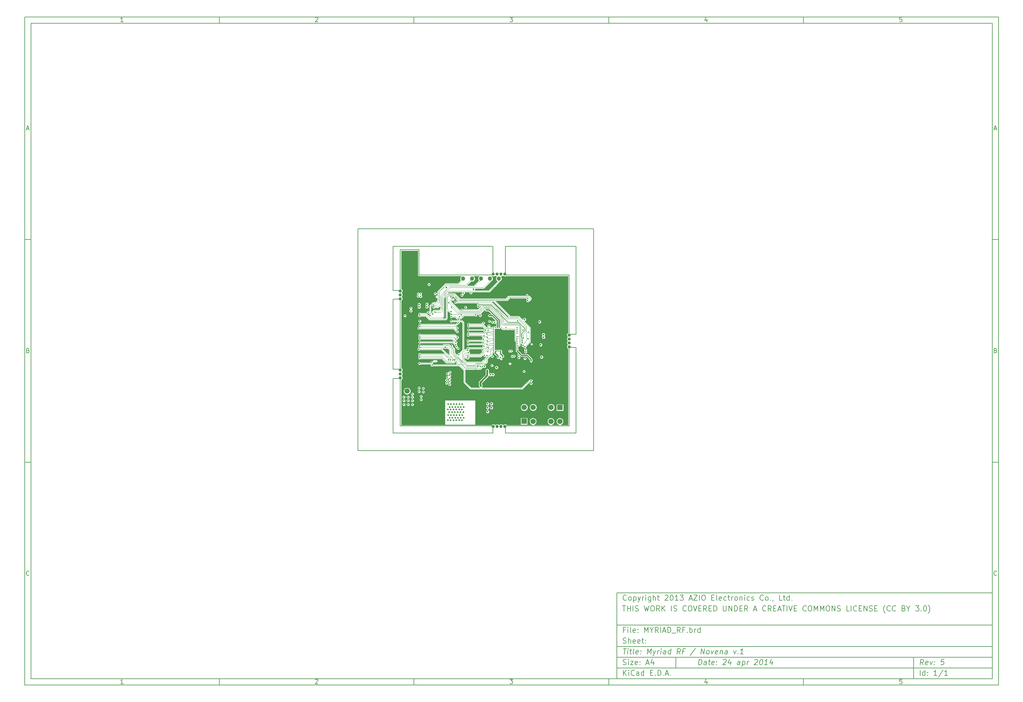
<source format=gbr>
G04 (created by PCBNEW (2013-05-31 BZR 4019)-stable) date 24/04/2014 12:04:12*
%MOIN*%
G04 Gerber Fmt 3.4, Leading zero omitted, Abs format*
%FSLAX34Y34*%
G01*
G70*
G90*
G04 APERTURE LIST*
%ADD10C,0.00590551*%
%ADD11C,0.0077*%
%ADD12C,0.0157*%
%ADD13C,0.0195*%
%ADD14C,0.0354*%
%ADD15C,0.173228*%
%ADD16R,0.0597X0.0597*%
%ADD17C,0.0597*%
%ADD18C,0.15748*%
%ADD19C,0.0472441*%
%ADD20R,0.0472441X0.0472441*%
%ADD21C,0.0432*%
%ADD22C,0.0117*%
%ADD23C,0.0077*%
%ADD24C,0.0196*%
%ADD25C,0.0138*%
%ADD26C,0.0195*%
%ADD27C,0.0039*%
%ADD28C,0.0117*%
G04 APERTURE END LIST*
G54D10*
X4000Y-4000D02*
X112930Y-4000D01*
X112930Y-78680D01*
X4000Y-78680D01*
X4000Y-4000D01*
X4700Y-4700D02*
X112230Y-4700D01*
X112230Y-77980D01*
X4700Y-77980D01*
X4700Y-4700D01*
X25780Y-4000D02*
X25780Y-4700D01*
X15032Y-4552D02*
X14747Y-4552D01*
X14890Y-4552D02*
X14890Y-4052D01*
X14842Y-4123D01*
X14794Y-4171D01*
X14747Y-4195D01*
X25780Y-78680D02*
X25780Y-77980D01*
X15032Y-78532D02*
X14747Y-78532D01*
X14890Y-78532D02*
X14890Y-78032D01*
X14842Y-78103D01*
X14794Y-78151D01*
X14747Y-78175D01*
X47560Y-4000D02*
X47560Y-4700D01*
X36527Y-4100D02*
X36550Y-4076D01*
X36598Y-4052D01*
X36717Y-4052D01*
X36765Y-4076D01*
X36789Y-4100D01*
X36812Y-4147D01*
X36812Y-4195D01*
X36789Y-4266D01*
X36503Y-4552D01*
X36812Y-4552D01*
X47560Y-78680D02*
X47560Y-77980D01*
X36527Y-78080D02*
X36550Y-78056D01*
X36598Y-78032D01*
X36717Y-78032D01*
X36765Y-78056D01*
X36789Y-78080D01*
X36812Y-78127D01*
X36812Y-78175D01*
X36789Y-78246D01*
X36503Y-78532D01*
X36812Y-78532D01*
X69340Y-4000D02*
X69340Y-4700D01*
X58283Y-4052D02*
X58592Y-4052D01*
X58426Y-4242D01*
X58497Y-4242D01*
X58545Y-4266D01*
X58569Y-4290D01*
X58592Y-4338D01*
X58592Y-4457D01*
X58569Y-4504D01*
X58545Y-4528D01*
X58497Y-4552D01*
X58354Y-4552D01*
X58307Y-4528D01*
X58283Y-4504D01*
X69340Y-78680D02*
X69340Y-77980D01*
X58283Y-78032D02*
X58592Y-78032D01*
X58426Y-78222D01*
X58497Y-78222D01*
X58545Y-78246D01*
X58569Y-78270D01*
X58592Y-78318D01*
X58592Y-78437D01*
X58569Y-78484D01*
X58545Y-78508D01*
X58497Y-78532D01*
X58354Y-78532D01*
X58307Y-78508D01*
X58283Y-78484D01*
X91120Y-4000D02*
X91120Y-4700D01*
X80325Y-4219D02*
X80325Y-4552D01*
X80206Y-4028D02*
X80087Y-4385D01*
X80396Y-4385D01*
X91120Y-78680D02*
X91120Y-77980D01*
X80325Y-78199D02*
X80325Y-78532D01*
X80206Y-78008D02*
X80087Y-78365D01*
X80396Y-78365D01*
X102129Y-4052D02*
X101890Y-4052D01*
X101867Y-4290D01*
X101890Y-4266D01*
X101938Y-4242D01*
X102057Y-4242D01*
X102105Y-4266D01*
X102129Y-4290D01*
X102152Y-4338D01*
X102152Y-4457D01*
X102129Y-4504D01*
X102105Y-4528D01*
X102057Y-4552D01*
X101938Y-4552D01*
X101890Y-4528D01*
X101867Y-4504D01*
X102129Y-78032D02*
X101890Y-78032D01*
X101867Y-78270D01*
X101890Y-78246D01*
X101938Y-78222D01*
X102057Y-78222D01*
X102105Y-78246D01*
X102129Y-78270D01*
X102152Y-78318D01*
X102152Y-78437D01*
X102129Y-78484D01*
X102105Y-78508D01*
X102057Y-78532D01*
X101938Y-78532D01*
X101890Y-78508D01*
X101867Y-78484D01*
X4000Y-28890D02*
X4700Y-28890D01*
X4230Y-16509D02*
X4469Y-16509D01*
X4183Y-16652D02*
X4350Y-16152D01*
X4516Y-16652D01*
X112930Y-28890D02*
X112230Y-28890D01*
X112460Y-16509D02*
X112699Y-16509D01*
X112413Y-16652D02*
X112580Y-16152D01*
X112746Y-16652D01*
X4000Y-53780D02*
X4700Y-53780D01*
X4385Y-41280D02*
X4457Y-41304D01*
X4480Y-41328D01*
X4504Y-41375D01*
X4504Y-41447D01*
X4480Y-41494D01*
X4457Y-41518D01*
X4409Y-41542D01*
X4219Y-41542D01*
X4219Y-41042D01*
X4385Y-41042D01*
X4433Y-41066D01*
X4457Y-41090D01*
X4480Y-41137D01*
X4480Y-41185D01*
X4457Y-41232D01*
X4433Y-41256D01*
X4385Y-41280D01*
X4219Y-41280D01*
X112930Y-53780D02*
X112230Y-53780D01*
X112615Y-41280D02*
X112687Y-41304D01*
X112710Y-41328D01*
X112734Y-41375D01*
X112734Y-41447D01*
X112710Y-41494D01*
X112687Y-41518D01*
X112639Y-41542D01*
X112449Y-41542D01*
X112449Y-41042D01*
X112615Y-41042D01*
X112663Y-41066D01*
X112687Y-41090D01*
X112710Y-41137D01*
X112710Y-41185D01*
X112687Y-41232D01*
X112663Y-41256D01*
X112615Y-41280D01*
X112449Y-41280D01*
X4504Y-66384D02*
X4480Y-66408D01*
X4409Y-66432D01*
X4361Y-66432D01*
X4290Y-66408D01*
X4242Y-66360D01*
X4219Y-66313D01*
X4195Y-66218D01*
X4195Y-66146D01*
X4219Y-66051D01*
X4242Y-66003D01*
X4290Y-65956D01*
X4361Y-65932D01*
X4409Y-65932D01*
X4480Y-65956D01*
X4504Y-65980D01*
X112734Y-66384D02*
X112710Y-66408D01*
X112639Y-66432D01*
X112591Y-66432D01*
X112520Y-66408D01*
X112472Y-66360D01*
X112449Y-66313D01*
X112425Y-66218D01*
X112425Y-66146D01*
X112449Y-66051D01*
X112472Y-66003D01*
X112520Y-65956D01*
X112591Y-65932D01*
X112639Y-65932D01*
X112710Y-65956D01*
X112734Y-65980D01*
X79380Y-76422D02*
X79455Y-75822D01*
X79597Y-75822D01*
X79680Y-75851D01*
X79730Y-75908D01*
X79751Y-75965D01*
X79765Y-76080D01*
X79755Y-76165D01*
X79712Y-76280D01*
X79676Y-76337D01*
X79612Y-76394D01*
X79522Y-76422D01*
X79380Y-76422D01*
X80237Y-76422D02*
X80276Y-76108D01*
X80255Y-76051D01*
X80201Y-76022D01*
X80087Y-76022D01*
X80026Y-76051D01*
X80240Y-76394D02*
X80180Y-76422D01*
X80037Y-76422D01*
X79983Y-76394D01*
X79962Y-76337D01*
X79969Y-76280D01*
X80005Y-76222D01*
X80065Y-76194D01*
X80208Y-76194D01*
X80269Y-76165D01*
X80487Y-76022D02*
X80715Y-76022D01*
X80597Y-75822D02*
X80533Y-76337D01*
X80555Y-76394D01*
X80608Y-76422D01*
X80665Y-76422D01*
X81097Y-76394D02*
X81037Y-76422D01*
X80922Y-76422D01*
X80869Y-76394D01*
X80847Y-76337D01*
X80876Y-76108D01*
X80912Y-76051D01*
X80972Y-76022D01*
X81087Y-76022D01*
X81140Y-76051D01*
X81162Y-76108D01*
X81155Y-76165D01*
X80862Y-76222D01*
X81387Y-76365D02*
X81412Y-76394D01*
X81380Y-76422D01*
X81355Y-76394D01*
X81387Y-76365D01*
X81380Y-76422D01*
X81426Y-76051D02*
X81451Y-76080D01*
X81419Y-76108D01*
X81394Y-76080D01*
X81426Y-76051D01*
X81419Y-76108D01*
X82162Y-75880D02*
X82194Y-75851D01*
X82255Y-75822D01*
X82397Y-75822D01*
X82451Y-75851D01*
X82476Y-75880D01*
X82497Y-75937D01*
X82490Y-75994D01*
X82451Y-76080D01*
X82065Y-76422D01*
X82437Y-76422D01*
X83001Y-76022D02*
X82951Y-76422D01*
X82887Y-75794D02*
X82690Y-76222D01*
X83062Y-76222D01*
X83980Y-76422D02*
X84019Y-76108D01*
X83997Y-76051D01*
X83944Y-76022D01*
X83830Y-76022D01*
X83769Y-76051D01*
X83983Y-76394D02*
X83922Y-76422D01*
X83780Y-76422D01*
X83726Y-76394D01*
X83705Y-76337D01*
X83712Y-76280D01*
X83747Y-76222D01*
X83808Y-76194D01*
X83951Y-76194D01*
X84012Y-76165D01*
X84315Y-76022D02*
X84240Y-76622D01*
X84312Y-76051D02*
X84372Y-76022D01*
X84487Y-76022D01*
X84540Y-76051D01*
X84565Y-76080D01*
X84587Y-76137D01*
X84565Y-76308D01*
X84530Y-76365D01*
X84497Y-76394D01*
X84437Y-76422D01*
X84322Y-76422D01*
X84269Y-76394D01*
X84808Y-76422D02*
X84858Y-76022D01*
X84844Y-76137D02*
X84880Y-76080D01*
X84912Y-76051D01*
X84972Y-76022D01*
X85030Y-76022D01*
X85676Y-75880D02*
X85708Y-75851D01*
X85769Y-75822D01*
X85912Y-75822D01*
X85965Y-75851D01*
X85990Y-75880D01*
X86012Y-75937D01*
X86005Y-75994D01*
X85965Y-76080D01*
X85580Y-76422D01*
X85951Y-76422D01*
X86397Y-75822D02*
X86455Y-75822D01*
X86508Y-75851D01*
X86533Y-75880D01*
X86555Y-75937D01*
X86569Y-76051D01*
X86551Y-76194D01*
X86508Y-76308D01*
X86472Y-76365D01*
X86440Y-76394D01*
X86380Y-76422D01*
X86322Y-76422D01*
X86269Y-76394D01*
X86244Y-76365D01*
X86222Y-76308D01*
X86208Y-76194D01*
X86226Y-76051D01*
X86269Y-75937D01*
X86305Y-75880D01*
X86337Y-75851D01*
X86397Y-75822D01*
X87094Y-76422D02*
X86751Y-76422D01*
X86922Y-76422D02*
X86997Y-75822D01*
X86930Y-75908D01*
X86865Y-75965D01*
X86805Y-75994D01*
X87658Y-76022D02*
X87608Y-76422D01*
X87544Y-75794D02*
X87347Y-76222D01*
X87719Y-76222D01*
X70972Y-77622D02*
X70972Y-77022D01*
X71315Y-77622D02*
X71058Y-77280D01*
X71315Y-77022D02*
X70972Y-77365D01*
X71572Y-77622D02*
X71572Y-77222D01*
X71572Y-77022D02*
X71544Y-77051D01*
X71572Y-77080D01*
X71601Y-77051D01*
X71572Y-77022D01*
X71572Y-77080D01*
X72201Y-77565D02*
X72172Y-77594D01*
X72087Y-77622D01*
X72030Y-77622D01*
X71944Y-77594D01*
X71887Y-77537D01*
X71858Y-77480D01*
X71830Y-77365D01*
X71830Y-77280D01*
X71858Y-77165D01*
X71887Y-77108D01*
X71944Y-77051D01*
X72030Y-77022D01*
X72087Y-77022D01*
X72172Y-77051D01*
X72201Y-77080D01*
X72715Y-77622D02*
X72715Y-77308D01*
X72687Y-77251D01*
X72630Y-77222D01*
X72515Y-77222D01*
X72458Y-77251D01*
X72715Y-77594D02*
X72658Y-77622D01*
X72515Y-77622D01*
X72458Y-77594D01*
X72430Y-77537D01*
X72430Y-77480D01*
X72458Y-77422D01*
X72515Y-77394D01*
X72658Y-77394D01*
X72715Y-77365D01*
X73258Y-77622D02*
X73258Y-77022D01*
X73258Y-77594D02*
X73201Y-77622D01*
X73087Y-77622D01*
X73030Y-77594D01*
X73001Y-77565D01*
X72972Y-77508D01*
X72972Y-77337D01*
X73001Y-77280D01*
X73030Y-77251D01*
X73087Y-77222D01*
X73201Y-77222D01*
X73258Y-77251D01*
X74001Y-77308D02*
X74201Y-77308D01*
X74287Y-77622D02*
X74001Y-77622D01*
X74001Y-77022D01*
X74287Y-77022D01*
X74544Y-77565D02*
X74572Y-77594D01*
X74544Y-77622D01*
X74515Y-77594D01*
X74544Y-77565D01*
X74544Y-77622D01*
X74829Y-77622D02*
X74829Y-77022D01*
X74972Y-77022D01*
X75058Y-77051D01*
X75115Y-77108D01*
X75144Y-77165D01*
X75172Y-77280D01*
X75172Y-77365D01*
X75144Y-77480D01*
X75115Y-77537D01*
X75058Y-77594D01*
X74972Y-77622D01*
X74829Y-77622D01*
X75429Y-77565D02*
X75458Y-77594D01*
X75429Y-77622D01*
X75401Y-77594D01*
X75429Y-77565D01*
X75429Y-77622D01*
X75687Y-77451D02*
X75972Y-77451D01*
X75629Y-77622D02*
X75829Y-77022D01*
X76029Y-77622D01*
X76229Y-77565D02*
X76258Y-77594D01*
X76229Y-77622D01*
X76201Y-77594D01*
X76229Y-77565D01*
X76229Y-77622D01*
X104522Y-76422D02*
X104358Y-76137D01*
X104180Y-76422D02*
X104255Y-75822D01*
X104483Y-75822D01*
X104537Y-75851D01*
X104562Y-75880D01*
X104583Y-75937D01*
X104572Y-76022D01*
X104537Y-76080D01*
X104505Y-76108D01*
X104444Y-76137D01*
X104215Y-76137D01*
X105012Y-76394D02*
X104951Y-76422D01*
X104837Y-76422D01*
X104783Y-76394D01*
X104762Y-76337D01*
X104790Y-76108D01*
X104826Y-76051D01*
X104887Y-76022D01*
X105001Y-76022D01*
X105055Y-76051D01*
X105076Y-76108D01*
X105069Y-76165D01*
X104776Y-76222D01*
X105287Y-76022D02*
X105380Y-76422D01*
X105572Y-76022D01*
X105758Y-76365D02*
X105783Y-76394D01*
X105751Y-76422D01*
X105726Y-76394D01*
X105758Y-76365D01*
X105751Y-76422D01*
X105797Y-76051D02*
X105822Y-76080D01*
X105790Y-76108D01*
X105765Y-76080D01*
X105797Y-76051D01*
X105790Y-76108D01*
X106855Y-75822D02*
X106569Y-75822D01*
X106505Y-76108D01*
X106537Y-76080D01*
X106597Y-76051D01*
X106740Y-76051D01*
X106794Y-76080D01*
X106819Y-76108D01*
X106840Y-76165D01*
X106822Y-76308D01*
X106787Y-76365D01*
X106755Y-76394D01*
X106694Y-76422D01*
X106551Y-76422D01*
X106497Y-76394D01*
X106472Y-76365D01*
X70944Y-76394D02*
X71030Y-76422D01*
X71172Y-76422D01*
X71230Y-76394D01*
X71258Y-76365D01*
X71287Y-76308D01*
X71287Y-76251D01*
X71258Y-76194D01*
X71230Y-76165D01*
X71172Y-76137D01*
X71058Y-76108D01*
X71001Y-76080D01*
X70972Y-76051D01*
X70944Y-75994D01*
X70944Y-75937D01*
X70972Y-75880D01*
X71001Y-75851D01*
X71058Y-75822D01*
X71201Y-75822D01*
X71287Y-75851D01*
X71544Y-76422D02*
X71544Y-76022D01*
X71544Y-75822D02*
X71515Y-75851D01*
X71544Y-75880D01*
X71572Y-75851D01*
X71544Y-75822D01*
X71544Y-75880D01*
X71772Y-76022D02*
X72087Y-76022D01*
X71772Y-76422D01*
X72087Y-76422D01*
X72544Y-76394D02*
X72487Y-76422D01*
X72372Y-76422D01*
X72315Y-76394D01*
X72287Y-76337D01*
X72287Y-76108D01*
X72315Y-76051D01*
X72372Y-76022D01*
X72487Y-76022D01*
X72544Y-76051D01*
X72572Y-76108D01*
X72572Y-76165D01*
X72287Y-76222D01*
X72830Y-76365D02*
X72858Y-76394D01*
X72830Y-76422D01*
X72801Y-76394D01*
X72830Y-76365D01*
X72830Y-76422D01*
X72830Y-76051D02*
X72858Y-76080D01*
X72830Y-76108D01*
X72801Y-76080D01*
X72830Y-76051D01*
X72830Y-76108D01*
X73544Y-76251D02*
X73830Y-76251D01*
X73487Y-76422D02*
X73687Y-75822D01*
X73887Y-76422D01*
X74344Y-76022D02*
X74344Y-76422D01*
X74201Y-75794D02*
X74058Y-76222D01*
X74430Y-76222D01*
X104172Y-77622D02*
X104172Y-77022D01*
X104715Y-77622D02*
X104715Y-77022D01*
X104715Y-77594D02*
X104658Y-77622D01*
X104544Y-77622D01*
X104487Y-77594D01*
X104458Y-77565D01*
X104430Y-77508D01*
X104430Y-77337D01*
X104458Y-77280D01*
X104487Y-77251D01*
X104544Y-77222D01*
X104658Y-77222D01*
X104715Y-77251D01*
X105001Y-77565D02*
X105030Y-77594D01*
X105001Y-77622D01*
X104972Y-77594D01*
X105001Y-77565D01*
X105001Y-77622D01*
X105001Y-77251D02*
X105030Y-77280D01*
X105001Y-77308D01*
X104972Y-77280D01*
X105001Y-77251D01*
X105001Y-77308D01*
X106058Y-77622D02*
X105715Y-77622D01*
X105887Y-77622D02*
X105887Y-77022D01*
X105829Y-77108D01*
X105772Y-77165D01*
X105715Y-77194D01*
X106744Y-76994D02*
X106230Y-77765D01*
X107258Y-77622D02*
X106915Y-77622D01*
X107087Y-77622D02*
X107087Y-77022D01*
X107029Y-77108D01*
X106972Y-77165D01*
X106915Y-77194D01*
X70969Y-74622D02*
X71312Y-74622D01*
X71065Y-75222D02*
X71140Y-74622D01*
X71437Y-75222D02*
X71487Y-74822D01*
X71512Y-74622D02*
X71480Y-74651D01*
X71505Y-74680D01*
X71537Y-74651D01*
X71512Y-74622D01*
X71505Y-74680D01*
X71687Y-74822D02*
X71915Y-74822D01*
X71797Y-74622D02*
X71733Y-75137D01*
X71755Y-75194D01*
X71808Y-75222D01*
X71865Y-75222D01*
X72151Y-75222D02*
X72097Y-75194D01*
X72076Y-75137D01*
X72140Y-74622D01*
X72612Y-75194D02*
X72551Y-75222D01*
X72437Y-75222D01*
X72383Y-75194D01*
X72362Y-75137D01*
X72390Y-74908D01*
X72426Y-74851D01*
X72487Y-74822D01*
X72601Y-74822D01*
X72655Y-74851D01*
X72676Y-74908D01*
X72669Y-74965D01*
X72376Y-75022D01*
X72901Y-75165D02*
X72926Y-75194D01*
X72894Y-75222D01*
X72869Y-75194D01*
X72901Y-75165D01*
X72894Y-75222D01*
X72940Y-74851D02*
X72965Y-74880D01*
X72933Y-74908D01*
X72908Y-74880D01*
X72940Y-74851D01*
X72933Y-74908D01*
X73637Y-75222D02*
X73712Y-74622D01*
X73858Y-75051D01*
X74112Y-74622D01*
X74037Y-75222D01*
X74315Y-74822D02*
X74408Y-75222D01*
X74601Y-74822D02*
X74408Y-75222D01*
X74333Y-75365D01*
X74301Y-75394D01*
X74240Y-75422D01*
X74780Y-75222D02*
X74830Y-74822D01*
X74815Y-74937D02*
X74851Y-74880D01*
X74883Y-74851D01*
X74944Y-74822D01*
X75001Y-74822D01*
X75151Y-75222D02*
X75201Y-74822D01*
X75226Y-74622D02*
X75194Y-74651D01*
X75219Y-74680D01*
X75251Y-74651D01*
X75226Y-74622D01*
X75219Y-74680D01*
X75694Y-75222D02*
X75733Y-74908D01*
X75712Y-74851D01*
X75658Y-74822D01*
X75544Y-74822D01*
X75483Y-74851D01*
X75697Y-75194D02*
X75637Y-75222D01*
X75494Y-75222D01*
X75440Y-75194D01*
X75419Y-75137D01*
X75426Y-75080D01*
X75462Y-75022D01*
X75522Y-74994D01*
X75665Y-74994D01*
X75726Y-74965D01*
X76237Y-75222D02*
X76312Y-74622D01*
X76240Y-75194D02*
X76180Y-75222D01*
X76065Y-75222D01*
X76012Y-75194D01*
X75987Y-75165D01*
X75965Y-75108D01*
X75987Y-74937D01*
X76022Y-74880D01*
X76055Y-74851D01*
X76115Y-74822D01*
X76230Y-74822D01*
X76283Y-74851D01*
X77322Y-75222D02*
X77158Y-74937D01*
X76980Y-75222D02*
X77055Y-74622D01*
X77283Y-74622D01*
X77337Y-74651D01*
X77362Y-74680D01*
X77383Y-74737D01*
X77372Y-74822D01*
X77337Y-74880D01*
X77305Y-74908D01*
X77244Y-74937D01*
X77015Y-74937D01*
X77819Y-74908D02*
X77619Y-74908D01*
X77580Y-75222D02*
X77655Y-74622D01*
X77940Y-74622D01*
X79058Y-74594D02*
X78447Y-75365D01*
X79637Y-75222D02*
X79712Y-74622D01*
X79980Y-75222D01*
X80055Y-74622D01*
X80351Y-75222D02*
X80297Y-75194D01*
X80272Y-75165D01*
X80251Y-75108D01*
X80272Y-74937D01*
X80308Y-74880D01*
X80340Y-74851D01*
X80401Y-74822D01*
X80487Y-74822D01*
X80540Y-74851D01*
X80565Y-74880D01*
X80587Y-74937D01*
X80565Y-75108D01*
X80530Y-75165D01*
X80497Y-75194D01*
X80437Y-75222D01*
X80351Y-75222D01*
X80801Y-74822D02*
X80894Y-75222D01*
X81087Y-74822D01*
X81497Y-75194D02*
X81437Y-75222D01*
X81322Y-75222D01*
X81269Y-75194D01*
X81247Y-75137D01*
X81276Y-74908D01*
X81312Y-74851D01*
X81372Y-74822D01*
X81487Y-74822D01*
X81540Y-74851D01*
X81562Y-74908D01*
X81555Y-74965D01*
X81262Y-75022D01*
X81830Y-74822D02*
X81780Y-75222D01*
X81822Y-74880D02*
X81855Y-74851D01*
X81915Y-74822D01*
X82001Y-74822D01*
X82055Y-74851D01*
X82076Y-74908D01*
X82037Y-75222D01*
X82580Y-75222D02*
X82619Y-74908D01*
X82597Y-74851D01*
X82544Y-74822D01*
X82430Y-74822D01*
X82369Y-74851D01*
X82583Y-75194D02*
X82522Y-75222D01*
X82380Y-75222D01*
X82326Y-75194D01*
X82305Y-75137D01*
X82312Y-75080D01*
X82347Y-75022D01*
X82408Y-74994D01*
X82551Y-74994D01*
X82612Y-74965D01*
X83315Y-74822D02*
X83408Y-75222D01*
X83601Y-74822D01*
X83787Y-75165D02*
X83812Y-75194D01*
X83780Y-75222D01*
X83755Y-75194D01*
X83787Y-75165D01*
X83780Y-75222D01*
X84380Y-75222D02*
X84037Y-75222D01*
X84208Y-75222D02*
X84283Y-74622D01*
X84215Y-74708D01*
X84151Y-74765D01*
X84090Y-74794D01*
X71172Y-72508D02*
X70972Y-72508D01*
X70972Y-72822D02*
X70972Y-72222D01*
X71258Y-72222D01*
X71487Y-72822D02*
X71487Y-72422D01*
X71487Y-72222D02*
X71458Y-72251D01*
X71487Y-72280D01*
X71515Y-72251D01*
X71487Y-72222D01*
X71487Y-72280D01*
X71858Y-72822D02*
X71801Y-72794D01*
X71772Y-72737D01*
X71772Y-72222D01*
X72315Y-72794D02*
X72258Y-72822D01*
X72144Y-72822D01*
X72087Y-72794D01*
X72058Y-72737D01*
X72058Y-72508D01*
X72087Y-72451D01*
X72144Y-72422D01*
X72258Y-72422D01*
X72315Y-72451D01*
X72344Y-72508D01*
X72344Y-72565D01*
X72058Y-72622D01*
X72601Y-72765D02*
X72630Y-72794D01*
X72601Y-72822D01*
X72572Y-72794D01*
X72601Y-72765D01*
X72601Y-72822D01*
X72601Y-72451D02*
X72630Y-72480D01*
X72601Y-72508D01*
X72572Y-72480D01*
X72601Y-72451D01*
X72601Y-72508D01*
X73344Y-72822D02*
X73344Y-72222D01*
X73544Y-72651D01*
X73744Y-72222D01*
X73744Y-72822D01*
X74144Y-72537D02*
X74144Y-72822D01*
X73944Y-72222D02*
X74144Y-72537D01*
X74344Y-72222D01*
X74887Y-72822D02*
X74687Y-72537D01*
X74544Y-72822D02*
X74544Y-72222D01*
X74772Y-72222D01*
X74830Y-72251D01*
X74858Y-72280D01*
X74887Y-72337D01*
X74887Y-72422D01*
X74858Y-72480D01*
X74830Y-72508D01*
X74772Y-72537D01*
X74544Y-72537D01*
X75144Y-72822D02*
X75144Y-72222D01*
X75401Y-72651D02*
X75687Y-72651D01*
X75344Y-72822D02*
X75544Y-72222D01*
X75744Y-72822D01*
X75944Y-72822D02*
X75944Y-72222D01*
X76087Y-72222D01*
X76172Y-72251D01*
X76230Y-72308D01*
X76258Y-72365D01*
X76287Y-72480D01*
X76287Y-72565D01*
X76258Y-72680D01*
X76230Y-72737D01*
X76172Y-72794D01*
X76087Y-72822D01*
X75944Y-72822D01*
X76401Y-72880D02*
X76858Y-72880D01*
X77344Y-72822D02*
X77144Y-72537D01*
X77001Y-72822D02*
X77001Y-72222D01*
X77230Y-72222D01*
X77287Y-72251D01*
X77315Y-72280D01*
X77344Y-72337D01*
X77344Y-72422D01*
X77315Y-72480D01*
X77287Y-72508D01*
X77230Y-72537D01*
X77001Y-72537D01*
X77801Y-72508D02*
X77601Y-72508D01*
X77601Y-72822D02*
X77601Y-72222D01*
X77887Y-72222D01*
X78115Y-72765D02*
X78144Y-72794D01*
X78115Y-72822D01*
X78087Y-72794D01*
X78115Y-72765D01*
X78115Y-72822D01*
X78401Y-72822D02*
X78401Y-72222D01*
X78401Y-72451D02*
X78458Y-72422D01*
X78572Y-72422D01*
X78630Y-72451D01*
X78658Y-72480D01*
X78687Y-72537D01*
X78687Y-72708D01*
X78658Y-72765D01*
X78630Y-72794D01*
X78572Y-72822D01*
X78458Y-72822D01*
X78401Y-72794D01*
X78944Y-72822D02*
X78944Y-72422D01*
X78944Y-72537D02*
X78972Y-72480D01*
X79001Y-72451D01*
X79058Y-72422D01*
X79115Y-72422D01*
X79572Y-72822D02*
X79572Y-72222D01*
X79572Y-72794D02*
X79515Y-72822D01*
X79401Y-72822D01*
X79344Y-72794D01*
X79315Y-72765D01*
X79287Y-72708D01*
X79287Y-72537D01*
X79315Y-72480D01*
X79344Y-72451D01*
X79401Y-72422D01*
X79515Y-72422D01*
X79572Y-72451D01*
X70944Y-73994D02*
X71030Y-74022D01*
X71172Y-74022D01*
X71230Y-73994D01*
X71258Y-73965D01*
X71287Y-73908D01*
X71287Y-73851D01*
X71258Y-73794D01*
X71230Y-73765D01*
X71172Y-73737D01*
X71058Y-73708D01*
X71001Y-73680D01*
X70972Y-73651D01*
X70944Y-73594D01*
X70944Y-73537D01*
X70972Y-73480D01*
X71001Y-73451D01*
X71058Y-73422D01*
X71201Y-73422D01*
X71287Y-73451D01*
X71544Y-74022D02*
X71544Y-73422D01*
X71801Y-74022D02*
X71801Y-73708D01*
X71772Y-73651D01*
X71715Y-73622D01*
X71630Y-73622D01*
X71572Y-73651D01*
X71544Y-73680D01*
X72315Y-73994D02*
X72258Y-74022D01*
X72144Y-74022D01*
X72087Y-73994D01*
X72058Y-73937D01*
X72058Y-73708D01*
X72087Y-73651D01*
X72144Y-73622D01*
X72258Y-73622D01*
X72315Y-73651D01*
X72344Y-73708D01*
X72344Y-73765D01*
X72058Y-73822D01*
X72830Y-73994D02*
X72772Y-74022D01*
X72658Y-74022D01*
X72601Y-73994D01*
X72572Y-73937D01*
X72572Y-73708D01*
X72601Y-73651D01*
X72658Y-73622D01*
X72772Y-73622D01*
X72830Y-73651D01*
X72858Y-73708D01*
X72858Y-73765D01*
X72572Y-73822D01*
X73030Y-73622D02*
X73258Y-73622D01*
X73115Y-73422D02*
X73115Y-73937D01*
X73144Y-73994D01*
X73201Y-74022D01*
X73258Y-74022D01*
X73458Y-73965D02*
X73487Y-73994D01*
X73458Y-74022D01*
X73430Y-73994D01*
X73458Y-73965D01*
X73458Y-74022D01*
X73458Y-73651D02*
X73487Y-73680D01*
X73458Y-73708D01*
X73430Y-73680D01*
X73458Y-73651D01*
X73458Y-73708D01*
X70887Y-69822D02*
X71230Y-69822D01*
X71058Y-70422D02*
X71058Y-69822D01*
X71430Y-70422D02*
X71430Y-69822D01*
X71430Y-70108D02*
X71772Y-70108D01*
X71772Y-70422D02*
X71772Y-69822D01*
X72058Y-70422D02*
X72058Y-69822D01*
X72315Y-70394D02*
X72401Y-70422D01*
X72544Y-70422D01*
X72601Y-70394D01*
X72629Y-70365D01*
X72658Y-70308D01*
X72658Y-70251D01*
X72629Y-70194D01*
X72601Y-70165D01*
X72544Y-70137D01*
X72429Y-70108D01*
X72372Y-70080D01*
X72344Y-70051D01*
X72315Y-69994D01*
X72315Y-69937D01*
X72344Y-69880D01*
X72372Y-69851D01*
X72429Y-69822D01*
X72572Y-69822D01*
X72658Y-69851D01*
X73315Y-69822D02*
X73458Y-70422D01*
X73572Y-69994D01*
X73687Y-70422D01*
X73830Y-69822D01*
X74172Y-69822D02*
X74287Y-69822D01*
X74344Y-69851D01*
X74401Y-69908D01*
X74430Y-70022D01*
X74430Y-70222D01*
X74401Y-70337D01*
X74344Y-70394D01*
X74287Y-70422D01*
X74172Y-70422D01*
X74115Y-70394D01*
X74058Y-70337D01*
X74030Y-70222D01*
X74030Y-70022D01*
X74058Y-69908D01*
X74115Y-69851D01*
X74172Y-69822D01*
X75029Y-70422D02*
X74829Y-70137D01*
X74687Y-70422D02*
X74687Y-69822D01*
X74915Y-69822D01*
X74972Y-69851D01*
X75001Y-69880D01*
X75029Y-69937D01*
X75029Y-70022D01*
X75001Y-70080D01*
X74972Y-70108D01*
X74915Y-70137D01*
X74687Y-70137D01*
X75287Y-70422D02*
X75287Y-69822D01*
X75629Y-70422D02*
X75372Y-70080D01*
X75629Y-69822D02*
X75287Y-70165D01*
X76344Y-70422D02*
X76344Y-69822D01*
X76601Y-70394D02*
X76687Y-70422D01*
X76829Y-70422D01*
X76887Y-70394D01*
X76915Y-70365D01*
X76944Y-70308D01*
X76944Y-70251D01*
X76915Y-70194D01*
X76887Y-70165D01*
X76829Y-70137D01*
X76715Y-70108D01*
X76658Y-70080D01*
X76629Y-70051D01*
X76601Y-69994D01*
X76601Y-69937D01*
X76629Y-69880D01*
X76658Y-69851D01*
X76715Y-69822D01*
X76858Y-69822D01*
X76944Y-69851D01*
X78001Y-70365D02*
X77972Y-70394D01*
X77887Y-70422D01*
X77830Y-70422D01*
X77744Y-70394D01*
X77687Y-70337D01*
X77658Y-70280D01*
X77630Y-70165D01*
X77630Y-70080D01*
X77658Y-69965D01*
X77687Y-69908D01*
X77744Y-69851D01*
X77830Y-69822D01*
X77887Y-69822D01*
X77972Y-69851D01*
X78001Y-69880D01*
X78372Y-69822D02*
X78487Y-69822D01*
X78544Y-69851D01*
X78601Y-69908D01*
X78630Y-70022D01*
X78630Y-70222D01*
X78601Y-70337D01*
X78544Y-70394D01*
X78487Y-70422D01*
X78372Y-70422D01*
X78315Y-70394D01*
X78258Y-70337D01*
X78230Y-70222D01*
X78230Y-70022D01*
X78258Y-69908D01*
X78315Y-69851D01*
X78372Y-69822D01*
X78801Y-69822D02*
X79001Y-70422D01*
X79201Y-69822D01*
X79401Y-70108D02*
X79601Y-70108D01*
X79687Y-70422D02*
X79401Y-70422D01*
X79401Y-69822D01*
X79687Y-69822D01*
X80287Y-70422D02*
X80087Y-70137D01*
X79944Y-70422D02*
X79944Y-69822D01*
X80172Y-69822D01*
X80229Y-69851D01*
X80258Y-69880D01*
X80287Y-69937D01*
X80287Y-70022D01*
X80258Y-70080D01*
X80229Y-70108D01*
X80172Y-70137D01*
X79944Y-70137D01*
X80544Y-70108D02*
X80744Y-70108D01*
X80829Y-70422D02*
X80544Y-70422D01*
X80544Y-69822D01*
X80829Y-69822D01*
X81087Y-70422D02*
X81087Y-69822D01*
X81229Y-69822D01*
X81315Y-69851D01*
X81372Y-69908D01*
X81401Y-69965D01*
X81429Y-70080D01*
X81429Y-70165D01*
X81401Y-70280D01*
X81372Y-70337D01*
X81315Y-70394D01*
X81229Y-70422D01*
X81087Y-70422D01*
X82144Y-69822D02*
X82144Y-70308D01*
X82172Y-70365D01*
X82201Y-70394D01*
X82258Y-70422D01*
X82372Y-70422D01*
X82429Y-70394D01*
X82458Y-70365D01*
X82487Y-70308D01*
X82487Y-69822D01*
X82772Y-70422D02*
X82772Y-69822D01*
X83115Y-70422D01*
X83115Y-69822D01*
X83401Y-70422D02*
X83401Y-69822D01*
X83544Y-69822D01*
X83629Y-69851D01*
X83687Y-69908D01*
X83715Y-69965D01*
X83744Y-70080D01*
X83744Y-70165D01*
X83715Y-70280D01*
X83687Y-70337D01*
X83629Y-70394D01*
X83544Y-70422D01*
X83401Y-70422D01*
X84001Y-70108D02*
X84201Y-70108D01*
X84287Y-70422D02*
X84001Y-70422D01*
X84001Y-69822D01*
X84287Y-69822D01*
X84887Y-70422D02*
X84687Y-70137D01*
X84544Y-70422D02*
X84544Y-69822D01*
X84772Y-69822D01*
X84829Y-69851D01*
X84858Y-69880D01*
X84887Y-69937D01*
X84887Y-70022D01*
X84858Y-70080D01*
X84829Y-70108D01*
X84772Y-70137D01*
X84544Y-70137D01*
X85572Y-70251D02*
X85858Y-70251D01*
X85515Y-70422D02*
X85715Y-69822D01*
X85915Y-70422D01*
X86915Y-70365D02*
X86887Y-70394D01*
X86801Y-70422D01*
X86744Y-70422D01*
X86658Y-70394D01*
X86601Y-70337D01*
X86572Y-70280D01*
X86544Y-70165D01*
X86544Y-70080D01*
X86572Y-69965D01*
X86601Y-69908D01*
X86658Y-69851D01*
X86744Y-69822D01*
X86801Y-69822D01*
X86887Y-69851D01*
X86915Y-69880D01*
X87515Y-70422D02*
X87315Y-70137D01*
X87172Y-70422D02*
X87172Y-69822D01*
X87401Y-69822D01*
X87458Y-69851D01*
X87487Y-69880D01*
X87515Y-69937D01*
X87515Y-70022D01*
X87487Y-70080D01*
X87458Y-70108D01*
X87401Y-70137D01*
X87172Y-70137D01*
X87772Y-70108D02*
X87972Y-70108D01*
X88058Y-70422D02*
X87772Y-70422D01*
X87772Y-69822D01*
X88058Y-69822D01*
X88287Y-70251D02*
X88572Y-70251D01*
X88229Y-70422D02*
X88429Y-69822D01*
X88629Y-70422D01*
X88744Y-69822D02*
X89087Y-69822D01*
X88915Y-70422D02*
X88915Y-69822D01*
X89287Y-70422D02*
X89287Y-69822D01*
X89487Y-69822D02*
X89687Y-70422D01*
X89887Y-69822D01*
X90087Y-70108D02*
X90287Y-70108D01*
X90372Y-70422D02*
X90087Y-70422D01*
X90087Y-69822D01*
X90372Y-69822D01*
X91429Y-70365D02*
X91401Y-70394D01*
X91315Y-70422D01*
X91258Y-70422D01*
X91172Y-70394D01*
X91115Y-70337D01*
X91087Y-70280D01*
X91058Y-70165D01*
X91058Y-70080D01*
X91087Y-69965D01*
X91115Y-69908D01*
X91172Y-69851D01*
X91258Y-69822D01*
X91315Y-69822D01*
X91401Y-69851D01*
X91429Y-69880D01*
X91801Y-69822D02*
X91915Y-69822D01*
X91972Y-69851D01*
X92029Y-69908D01*
X92058Y-70022D01*
X92058Y-70222D01*
X92029Y-70337D01*
X91972Y-70394D01*
X91915Y-70422D01*
X91801Y-70422D01*
X91744Y-70394D01*
X91687Y-70337D01*
X91658Y-70222D01*
X91658Y-70022D01*
X91687Y-69908D01*
X91744Y-69851D01*
X91801Y-69822D01*
X92315Y-70422D02*
X92315Y-69822D01*
X92515Y-70251D01*
X92715Y-69822D01*
X92715Y-70422D01*
X93001Y-70422D02*
X93001Y-69822D01*
X93201Y-70251D01*
X93401Y-69822D01*
X93401Y-70422D01*
X93801Y-69822D02*
X93915Y-69822D01*
X93972Y-69851D01*
X94029Y-69908D01*
X94058Y-70022D01*
X94058Y-70222D01*
X94029Y-70337D01*
X93972Y-70394D01*
X93915Y-70422D01*
X93801Y-70422D01*
X93744Y-70394D01*
X93687Y-70337D01*
X93658Y-70222D01*
X93658Y-70022D01*
X93687Y-69908D01*
X93744Y-69851D01*
X93801Y-69822D01*
X94315Y-70422D02*
X94315Y-69822D01*
X94658Y-70422D01*
X94658Y-69822D01*
X94915Y-70394D02*
X95001Y-70422D01*
X95144Y-70422D01*
X95201Y-70394D01*
X95229Y-70365D01*
X95258Y-70308D01*
X95258Y-70251D01*
X95229Y-70194D01*
X95201Y-70165D01*
X95144Y-70137D01*
X95029Y-70108D01*
X94972Y-70080D01*
X94944Y-70051D01*
X94915Y-69994D01*
X94915Y-69937D01*
X94944Y-69880D01*
X94972Y-69851D01*
X95029Y-69822D01*
X95172Y-69822D01*
X95258Y-69851D01*
X96258Y-70422D02*
X95972Y-70422D01*
X95972Y-69822D01*
X96458Y-70422D02*
X96458Y-69822D01*
X97087Y-70365D02*
X97058Y-70394D01*
X96972Y-70422D01*
X96915Y-70422D01*
X96829Y-70394D01*
X96772Y-70337D01*
X96744Y-70280D01*
X96715Y-70165D01*
X96715Y-70080D01*
X96744Y-69965D01*
X96772Y-69908D01*
X96829Y-69851D01*
X96915Y-69822D01*
X96972Y-69822D01*
X97058Y-69851D01*
X97087Y-69880D01*
X97344Y-70108D02*
X97544Y-70108D01*
X97629Y-70422D02*
X97344Y-70422D01*
X97344Y-69822D01*
X97629Y-69822D01*
X97887Y-70422D02*
X97887Y-69822D01*
X98229Y-70422D01*
X98229Y-69822D01*
X98487Y-70394D02*
X98572Y-70422D01*
X98715Y-70422D01*
X98772Y-70394D01*
X98801Y-70365D01*
X98829Y-70308D01*
X98829Y-70251D01*
X98801Y-70194D01*
X98772Y-70165D01*
X98715Y-70137D01*
X98601Y-70108D01*
X98544Y-70080D01*
X98515Y-70051D01*
X98487Y-69994D01*
X98487Y-69937D01*
X98515Y-69880D01*
X98544Y-69851D01*
X98601Y-69822D01*
X98744Y-69822D01*
X98829Y-69851D01*
X99087Y-70108D02*
X99287Y-70108D01*
X99372Y-70422D02*
X99087Y-70422D01*
X99087Y-69822D01*
X99372Y-69822D01*
X100258Y-70651D02*
X100229Y-70622D01*
X100172Y-70537D01*
X100144Y-70480D01*
X100115Y-70394D01*
X100087Y-70251D01*
X100087Y-70137D01*
X100115Y-69994D01*
X100144Y-69908D01*
X100172Y-69851D01*
X100229Y-69765D01*
X100258Y-69737D01*
X100829Y-70365D02*
X100801Y-70394D01*
X100715Y-70422D01*
X100658Y-70422D01*
X100572Y-70394D01*
X100515Y-70337D01*
X100487Y-70280D01*
X100458Y-70165D01*
X100458Y-70080D01*
X100487Y-69965D01*
X100515Y-69908D01*
X100572Y-69851D01*
X100658Y-69822D01*
X100715Y-69822D01*
X100801Y-69851D01*
X100829Y-69880D01*
X101429Y-70365D02*
X101401Y-70394D01*
X101315Y-70422D01*
X101258Y-70422D01*
X101172Y-70394D01*
X101115Y-70337D01*
X101087Y-70280D01*
X101058Y-70165D01*
X101058Y-70080D01*
X101087Y-69965D01*
X101115Y-69908D01*
X101172Y-69851D01*
X101258Y-69822D01*
X101315Y-69822D01*
X101401Y-69851D01*
X101429Y-69880D01*
X102344Y-70108D02*
X102429Y-70137D01*
X102458Y-70165D01*
X102487Y-70222D01*
X102487Y-70308D01*
X102458Y-70365D01*
X102429Y-70394D01*
X102372Y-70422D01*
X102144Y-70422D01*
X102144Y-69822D01*
X102344Y-69822D01*
X102401Y-69851D01*
X102429Y-69880D01*
X102458Y-69937D01*
X102458Y-69994D01*
X102429Y-70051D01*
X102401Y-70080D01*
X102344Y-70108D01*
X102144Y-70108D01*
X102858Y-70137D02*
X102858Y-70422D01*
X102658Y-69822D02*
X102858Y-70137D01*
X103058Y-69822D01*
X103658Y-69822D02*
X104029Y-69822D01*
X103829Y-70051D01*
X103915Y-70051D01*
X103972Y-70080D01*
X104001Y-70108D01*
X104029Y-70165D01*
X104029Y-70308D01*
X104001Y-70365D01*
X103972Y-70394D01*
X103915Y-70422D01*
X103744Y-70422D01*
X103687Y-70394D01*
X103658Y-70365D01*
X104287Y-70365D02*
X104315Y-70394D01*
X104287Y-70422D01*
X104258Y-70394D01*
X104287Y-70365D01*
X104287Y-70422D01*
X104687Y-69822D02*
X104744Y-69822D01*
X104801Y-69851D01*
X104829Y-69880D01*
X104858Y-69937D01*
X104887Y-70051D01*
X104887Y-70194D01*
X104858Y-70308D01*
X104829Y-70365D01*
X104801Y-70394D01*
X104744Y-70422D01*
X104687Y-70422D01*
X104629Y-70394D01*
X104601Y-70365D01*
X104572Y-70308D01*
X104544Y-70194D01*
X104544Y-70051D01*
X104572Y-69937D01*
X104601Y-69880D01*
X104629Y-69851D01*
X104687Y-69822D01*
X105087Y-70651D02*
X105115Y-70622D01*
X105172Y-70537D01*
X105201Y-70480D01*
X105229Y-70394D01*
X105258Y-70251D01*
X105258Y-70137D01*
X105229Y-69994D01*
X105201Y-69908D01*
X105172Y-69851D01*
X105115Y-69765D01*
X105087Y-69737D01*
X71315Y-69165D02*
X71287Y-69194D01*
X71201Y-69222D01*
X71144Y-69222D01*
X71058Y-69194D01*
X71001Y-69137D01*
X70972Y-69080D01*
X70944Y-68965D01*
X70944Y-68880D01*
X70972Y-68765D01*
X71001Y-68708D01*
X71058Y-68651D01*
X71144Y-68622D01*
X71201Y-68622D01*
X71287Y-68651D01*
X71315Y-68680D01*
X71658Y-69222D02*
X71601Y-69194D01*
X71572Y-69165D01*
X71544Y-69108D01*
X71544Y-68937D01*
X71572Y-68880D01*
X71601Y-68851D01*
X71658Y-68822D01*
X71744Y-68822D01*
X71801Y-68851D01*
X71830Y-68880D01*
X71858Y-68937D01*
X71858Y-69108D01*
X71830Y-69165D01*
X71801Y-69194D01*
X71744Y-69222D01*
X71658Y-69222D01*
X72115Y-68822D02*
X72115Y-69422D01*
X72115Y-68851D02*
X72172Y-68822D01*
X72287Y-68822D01*
X72344Y-68851D01*
X72372Y-68880D01*
X72401Y-68937D01*
X72401Y-69108D01*
X72372Y-69165D01*
X72344Y-69194D01*
X72287Y-69222D01*
X72172Y-69222D01*
X72115Y-69194D01*
X72601Y-68822D02*
X72744Y-69222D01*
X72887Y-68822D02*
X72744Y-69222D01*
X72687Y-69365D01*
X72658Y-69394D01*
X72601Y-69422D01*
X73115Y-69222D02*
X73115Y-68822D01*
X73115Y-68937D02*
X73144Y-68880D01*
X73172Y-68851D01*
X73230Y-68822D01*
X73287Y-68822D01*
X73487Y-69222D02*
X73487Y-68822D01*
X73487Y-68622D02*
X73458Y-68651D01*
X73487Y-68680D01*
X73515Y-68651D01*
X73487Y-68622D01*
X73487Y-68680D01*
X74030Y-68822D02*
X74030Y-69308D01*
X74001Y-69365D01*
X73972Y-69394D01*
X73915Y-69422D01*
X73830Y-69422D01*
X73772Y-69394D01*
X74030Y-69194D02*
X73972Y-69222D01*
X73858Y-69222D01*
X73801Y-69194D01*
X73772Y-69165D01*
X73744Y-69108D01*
X73744Y-68937D01*
X73772Y-68880D01*
X73801Y-68851D01*
X73858Y-68822D01*
X73972Y-68822D01*
X74030Y-68851D01*
X74315Y-69222D02*
X74315Y-68622D01*
X74572Y-69222D02*
X74572Y-68908D01*
X74544Y-68851D01*
X74487Y-68822D01*
X74401Y-68822D01*
X74344Y-68851D01*
X74315Y-68880D01*
X74772Y-68822D02*
X75001Y-68822D01*
X74858Y-68622D02*
X74858Y-69137D01*
X74887Y-69194D01*
X74944Y-69222D01*
X75001Y-69222D01*
X75630Y-68680D02*
X75658Y-68651D01*
X75715Y-68622D01*
X75858Y-68622D01*
X75915Y-68651D01*
X75944Y-68680D01*
X75972Y-68737D01*
X75972Y-68794D01*
X75944Y-68880D01*
X75601Y-69222D01*
X75972Y-69222D01*
X76344Y-68622D02*
X76401Y-68622D01*
X76458Y-68651D01*
X76487Y-68680D01*
X76515Y-68737D01*
X76544Y-68851D01*
X76544Y-68994D01*
X76515Y-69108D01*
X76487Y-69165D01*
X76458Y-69194D01*
X76401Y-69222D01*
X76344Y-69222D01*
X76287Y-69194D01*
X76258Y-69165D01*
X76230Y-69108D01*
X76201Y-68994D01*
X76201Y-68851D01*
X76230Y-68737D01*
X76258Y-68680D01*
X76287Y-68651D01*
X76344Y-68622D01*
X77115Y-69222D02*
X76772Y-69222D01*
X76944Y-69222D02*
X76944Y-68622D01*
X76887Y-68708D01*
X76830Y-68765D01*
X76772Y-68794D01*
X77315Y-68622D02*
X77687Y-68622D01*
X77487Y-68851D01*
X77572Y-68851D01*
X77630Y-68880D01*
X77658Y-68908D01*
X77687Y-68965D01*
X77687Y-69108D01*
X77658Y-69165D01*
X77630Y-69194D01*
X77572Y-69222D01*
X77401Y-69222D01*
X77344Y-69194D01*
X77315Y-69165D01*
X78372Y-69051D02*
X78658Y-69051D01*
X78315Y-69222D02*
X78515Y-68622D01*
X78715Y-69222D01*
X78858Y-68622D02*
X79258Y-68622D01*
X78858Y-69222D01*
X79258Y-69222D01*
X79487Y-69222D02*
X79487Y-68622D01*
X79887Y-68622D02*
X80001Y-68622D01*
X80058Y-68651D01*
X80115Y-68708D01*
X80144Y-68822D01*
X80144Y-69022D01*
X80115Y-69137D01*
X80058Y-69194D01*
X80001Y-69222D01*
X79887Y-69222D01*
X79830Y-69194D01*
X79772Y-69137D01*
X79744Y-69022D01*
X79744Y-68822D01*
X79772Y-68708D01*
X79830Y-68651D01*
X79887Y-68622D01*
X80858Y-68908D02*
X81058Y-68908D01*
X81144Y-69222D02*
X80858Y-69222D01*
X80858Y-68622D01*
X81144Y-68622D01*
X81487Y-69222D02*
X81430Y-69194D01*
X81401Y-69137D01*
X81401Y-68622D01*
X81944Y-69194D02*
X81887Y-69222D01*
X81772Y-69222D01*
X81715Y-69194D01*
X81687Y-69137D01*
X81687Y-68908D01*
X81715Y-68851D01*
X81772Y-68822D01*
X81887Y-68822D01*
X81944Y-68851D01*
X81972Y-68908D01*
X81972Y-68965D01*
X81687Y-69022D01*
X82487Y-69194D02*
X82430Y-69222D01*
X82315Y-69222D01*
X82258Y-69194D01*
X82230Y-69165D01*
X82201Y-69108D01*
X82201Y-68937D01*
X82230Y-68880D01*
X82258Y-68851D01*
X82315Y-68822D01*
X82430Y-68822D01*
X82487Y-68851D01*
X82658Y-68822D02*
X82887Y-68822D01*
X82744Y-68622D02*
X82744Y-69137D01*
X82772Y-69194D01*
X82830Y-69222D01*
X82887Y-69222D01*
X83087Y-69222D02*
X83087Y-68822D01*
X83087Y-68937D02*
X83115Y-68880D01*
X83144Y-68851D01*
X83201Y-68822D01*
X83258Y-68822D01*
X83544Y-69222D02*
X83487Y-69194D01*
X83458Y-69165D01*
X83430Y-69108D01*
X83430Y-68937D01*
X83458Y-68880D01*
X83487Y-68851D01*
X83544Y-68822D01*
X83630Y-68822D01*
X83687Y-68851D01*
X83715Y-68880D01*
X83744Y-68937D01*
X83744Y-69108D01*
X83715Y-69165D01*
X83687Y-69194D01*
X83630Y-69222D01*
X83544Y-69222D01*
X84001Y-68822D02*
X84001Y-69222D01*
X84001Y-68880D02*
X84030Y-68851D01*
X84087Y-68822D01*
X84172Y-68822D01*
X84230Y-68851D01*
X84258Y-68908D01*
X84258Y-69222D01*
X84544Y-69222D02*
X84544Y-68822D01*
X84544Y-68622D02*
X84515Y-68651D01*
X84544Y-68680D01*
X84572Y-68651D01*
X84544Y-68622D01*
X84544Y-68680D01*
X85087Y-69194D02*
X85030Y-69222D01*
X84915Y-69222D01*
X84858Y-69194D01*
X84830Y-69165D01*
X84801Y-69108D01*
X84801Y-68937D01*
X84830Y-68880D01*
X84858Y-68851D01*
X84915Y-68822D01*
X85030Y-68822D01*
X85087Y-68851D01*
X85315Y-69194D02*
X85372Y-69222D01*
X85487Y-69222D01*
X85544Y-69194D01*
X85572Y-69137D01*
X85572Y-69108D01*
X85544Y-69051D01*
X85487Y-69022D01*
X85401Y-69022D01*
X85344Y-68994D01*
X85315Y-68937D01*
X85315Y-68908D01*
X85344Y-68851D01*
X85401Y-68822D01*
X85487Y-68822D01*
X85544Y-68851D01*
X86630Y-69165D02*
X86601Y-69194D01*
X86515Y-69222D01*
X86458Y-69222D01*
X86372Y-69194D01*
X86315Y-69137D01*
X86287Y-69080D01*
X86258Y-68965D01*
X86258Y-68880D01*
X86287Y-68765D01*
X86315Y-68708D01*
X86372Y-68651D01*
X86458Y-68622D01*
X86515Y-68622D01*
X86601Y-68651D01*
X86630Y-68680D01*
X86972Y-69222D02*
X86915Y-69194D01*
X86887Y-69165D01*
X86858Y-69108D01*
X86858Y-68937D01*
X86887Y-68880D01*
X86915Y-68851D01*
X86972Y-68822D01*
X87058Y-68822D01*
X87115Y-68851D01*
X87144Y-68880D01*
X87172Y-68937D01*
X87172Y-69108D01*
X87144Y-69165D01*
X87115Y-69194D01*
X87058Y-69222D01*
X86972Y-69222D01*
X87430Y-69165D02*
X87458Y-69194D01*
X87430Y-69222D01*
X87401Y-69194D01*
X87430Y-69165D01*
X87430Y-69222D01*
X87744Y-69194D02*
X87744Y-69222D01*
X87715Y-69280D01*
X87687Y-69308D01*
X88744Y-69222D02*
X88458Y-69222D01*
X88458Y-68622D01*
X88858Y-68822D02*
X89087Y-68822D01*
X88944Y-68622D02*
X88944Y-69137D01*
X88972Y-69194D01*
X89030Y-69222D01*
X89087Y-69222D01*
X89544Y-69222D02*
X89544Y-68622D01*
X89544Y-69194D02*
X89487Y-69222D01*
X89372Y-69222D01*
X89315Y-69194D01*
X89287Y-69165D01*
X89258Y-69108D01*
X89258Y-68937D01*
X89287Y-68880D01*
X89315Y-68851D01*
X89372Y-68822D01*
X89487Y-68822D01*
X89544Y-68851D01*
X89830Y-69165D02*
X89858Y-69194D01*
X89830Y-69222D01*
X89801Y-69194D01*
X89830Y-69165D01*
X89830Y-69222D01*
X70230Y-68380D02*
X70230Y-77980D01*
X70230Y-71980D02*
X112230Y-71980D01*
X70230Y-68380D02*
X112230Y-68380D01*
X70230Y-74380D02*
X112230Y-74380D01*
X103430Y-75580D02*
X103430Y-77980D01*
X70230Y-76780D02*
X112230Y-76780D01*
X70230Y-75580D02*
X112230Y-75580D01*
X76830Y-75580D02*
X76830Y-76780D01*
G54D11*
X46007Y-30019D02*
X48110Y-30019D01*
X48110Y-30019D02*
X48110Y-32834D01*
X48110Y-32834D02*
X56425Y-32834D01*
X46007Y-30019D02*
X46007Y-34570D01*
X41283Y-52483D02*
X41283Y-27680D01*
X67661Y-52483D02*
X41283Y-52483D01*
X67661Y-27680D02*
X67661Y-52483D01*
X41283Y-27680D02*
X67661Y-27680D01*
X64905Y-32834D02*
X64905Y-39492D01*
X57764Y-32834D02*
X64905Y-32834D01*
X57764Y-32677D02*
X57764Y-29648D01*
X65692Y-29650D02*
X57764Y-29650D01*
X65692Y-39492D02*
X65692Y-29650D01*
X64905Y-39492D02*
X65692Y-39492D01*
X57764Y-50515D02*
X57764Y-49728D01*
X65692Y-50515D02*
X57764Y-50515D01*
X65692Y-40948D02*
X65692Y-50515D01*
X64905Y-40948D02*
X65692Y-40948D01*
X64905Y-49728D02*
X64905Y-40948D01*
X57764Y-49728D02*
X64905Y-49728D01*
X45220Y-50515D02*
X45220Y-44413D01*
X56386Y-50515D02*
X45220Y-50515D01*
X56386Y-49728D02*
X56386Y-50515D01*
X46007Y-49728D02*
X56386Y-49728D01*
X46007Y-44413D02*
X46007Y-49728D01*
X46007Y-44413D02*
X45220Y-44413D01*
X45220Y-43390D02*
X45220Y-35555D01*
X46007Y-43390D02*
X45220Y-43390D01*
X46007Y-35555D02*
X46007Y-43390D01*
X46007Y-35555D02*
X45220Y-35555D01*
X46007Y-34570D02*
X45220Y-34570D01*
X45220Y-29648D02*
X45220Y-34570D01*
X45220Y-29648D02*
X56384Y-29648D01*
X56384Y-32834D02*
X56384Y-29648D01*
G54D12*
X63464Y-34153D03*
X63858Y-34153D03*
X64645Y-34881D03*
X63346Y-34704D03*
X64645Y-33740D03*
X64173Y-33661D03*
X63838Y-33818D03*
X63444Y-33818D03*
X63444Y-33129D03*
X64015Y-33149D03*
X58425Y-33267D03*
X59015Y-33307D03*
X63858Y-33464D03*
X63464Y-33464D03*
X64566Y-37696D03*
X62952Y-33275D03*
X63385Y-37696D03*
X63779Y-37696D03*
X62559Y-33275D03*
X62165Y-33275D03*
X61555Y-33799D03*
X64173Y-37696D03*
X64062Y-42602D03*
X64456Y-42602D03*
X63787Y-43003D03*
X64102Y-42996D03*
X63716Y-42606D03*
X64496Y-42996D03*
X64653Y-43744D03*
X64259Y-43744D03*
X63944Y-43751D03*
X62350Y-47901D03*
X64220Y-48429D03*
X62059Y-48488D03*
X64543Y-46566D03*
X62716Y-46909D03*
X61972Y-46921D03*
X60681Y-46791D03*
X47507Y-44417D03*
X46535Y-43897D03*
X47838Y-44417D03*
X47188Y-38653D03*
X47503Y-38653D03*
X47503Y-39047D03*
X47188Y-39047D03*
X50511Y-33031D03*
X52066Y-33681D03*
X53976Y-33740D03*
X47244Y-32283D03*
X51732Y-33681D03*
X47755Y-32165D03*
X46496Y-32145D03*
X47677Y-30314D03*
X48248Y-33149D03*
X55200Y-49358D03*
X55200Y-49043D03*
X54807Y-49043D03*
X54807Y-49358D03*
X56539Y-49358D03*
X56933Y-49043D03*
X56933Y-49358D03*
X56066Y-49358D03*
X55673Y-49358D03*
X49295Y-46720D03*
X48980Y-48492D03*
X49374Y-48492D03*
X49688Y-46720D03*
X50555Y-46720D03*
X50240Y-48492D03*
X49846Y-48492D03*
X50161Y-46720D03*
X48114Y-49358D03*
X48114Y-49043D03*
X48507Y-49043D03*
X48507Y-49358D03*
X58940Y-49240D03*
X58933Y-48818D03*
G54D13*
X51375Y-48500D03*
X51690Y-48500D03*
X52320Y-48500D03*
X52005Y-48500D03*
X52635Y-48500D03*
X52950Y-48500D03*
X53108Y-48815D03*
X52793Y-48815D03*
X52163Y-48815D03*
X52478Y-48815D03*
X51848Y-48815D03*
X51533Y-48815D03*
X52911Y-49091D03*
X52596Y-49091D03*
X51966Y-49091D03*
X52281Y-49091D03*
X51651Y-49091D03*
X51336Y-49091D03*
X51336Y-47871D03*
X51651Y-47871D03*
X52281Y-47871D03*
X51966Y-47871D03*
X52596Y-47871D03*
X52911Y-47871D03*
X53068Y-48185D03*
X52753Y-48185D03*
X52123Y-48185D03*
X52438Y-48185D03*
X51809Y-48185D03*
X51494Y-48185D03*
X51533Y-47595D03*
X51848Y-47595D03*
X52478Y-47595D03*
X52163Y-47595D03*
X52793Y-47595D03*
X53108Y-47595D03*
X52950Y-47280D03*
X52635Y-47280D03*
X52005Y-47280D03*
X52320Y-47280D03*
X51690Y-47280D03*
G54D12*
X48291Y-35232D03*
X51291Y-44267D03*
X51200Y-44602D03*
X51204Y-44925D03*
X51291Y-43874D03*
X51566Y-43716D03*
X51535Y-44736D03*
X51535Y-45066D03*
X51547Y-44413D03*
X51547Y-44082D03*
X48582Y-45511D03*
X48110Y-45866D03*
X48110Y-45472D03*
X48346Y-46771D03*
X48582Y-45905D03*
X48346Y-46417D03*
X47362Y-46141D03*
X46417Y-47322D03*
X46889Y-46889D03*
X47362Y-46889D03*
X47362Y-47322D03*
X46889Y-47322D03*
X46417Y-46496D03*
X46417Y-46889D03*
X47362Y-46496D03*
X64173Y-36909D03*
X63385Y-37303D03*
X63779Y-37303D03*
X64173Y-37303D03*
X63779Y-36909D03*
X64062Y-46303D03*
X63385Y-44291D03*
X64645Y-44094D03*
X47208Y-36555D03*
X48283Y-34952D03*
G54D13*
X51375Y-47280D03*
X48124Y-36145D03*
X48124Y-36421D03*
G54D12*
X54350Y-33720D03*
X63366Y-35964D03*
X51220Y-41417D03*
X48007Y-35212D03*
X47200Y-36862D03*
X47476Y-33153D03*
X47870Y-33153D03*
X52992Y-36181D03*
X55078Y-48464D03*
X58503Y-49409D03*
X61366Y-49437D03*
X64645Y-45196D03*
X57248Y-47539D03*
X64602Y-47311D03*
X64602Y-46996D03*
X63503Y-46732D03*
X64606Y-47637D03*
X64606Y-48425D03*
X64606Y-48897D03*
X64645Y-45511D03*
X63307Y-45551D03*
X64645Y-44409D03*
X63917Y-46893D03*
X63322Y-45913D03*
X63669Y-46303D03*
X63354Y-46311D03*
X64645Y-35708D03*
X64645Y-34547D03*
X58779Y-33779D03*
X64665Y-36003D03*
X62834Y-37500D03*
X59173Y-33779D03*
X63385Y-36909D03*
X64566Y-37303D03*
X64566Y-36909D03*
X64062Y-45909D03*
X63669Y-45909D03*
X56417Y-46299D03*
X57169Y-46870D03*
X57681Y-46870D03*
X56811Y-46299D03*
X59996Y-33263D03*
X59606Y-33267D03*
X61334Y-33263D03*
X61728Y-33263D03*
X60862Y-33263D03*
X60468Y-33263D03*
X61122Y-46311D03*
X62330Y-49421D03*
X57838Y-47460D03*
X61393Y-48484D03*
X56968Y-47834D03*
X58468Y-47578D03*
X58586Y-46870D03*
X52051Y-46326D03*
X58153Y-46870D03*
X51653Y-46338D03*
X61389Y-47940D03*
X61480Y-46314D03*
X62834Y-39862D03*
X63307Y-42559D03*
X52874Y-43464D03*
X52007Y-43149D03*
X49606Y-39330D03*
X63582Y-43740D03*
X52007Y-40826D03*
X51456Y-43149D03*
X50988Y-43157D03*
X50984Y-42716D03*
X62913Y-42204D03*
X63228Y-43818D03*
X62830Y-40255D03*
X46889Y-46496D03*
X63307Y-42992D03*
X62913Y-42637D03*
X46299Y-33877D03*
X46303Y-33511D03*
X49606Y-41535D03*
X49921Y-41338D03*
X53779Y-37795D03*
X54330Y-37795D03*
X54173Y-39133D03*
X54015Y-41338D03*
X47838Y-40023D03*
X47799Y-43708D03*
X47846Y-40444D03*
X49566Y-42362D03*
X54803Y-44094D03*
X55078Y-48031D03*
X55433Y-43464D03*
X54566Y-42362D03*
X47515Y-42799D03*
X47830Y-42799D03*
X46480Y-42669D03*
X46795Y-42669D03*
X46795Y-43062D03*
X46480Y-43062D03*
X47503Y-44047D03*
X47818Y-44047D03*
X47830Y-43271D03*
X47515Y-43271D03*
X48027Y-34964D03*
X46480Y-43456D03*
X46795Y-43456D03*
X47976Y-37669D03*
X47661Y-37669D03*
X46559Y-39047D03*
X46874Y-39047D03*
X46874Y-38653D03*
X46559Y-38653D03*
X49791Y-38086D03*
X47803Y-41759D03*
X47814Y-41500D03*
X49881Y-38976D03*
X47468Y-43708D03*
X47807Y-42094D03*
X47830Y-41137D03*
X47830Y-40807D03*
X48976Y-41299D03*
X47838Y-39535D03*
X47814Y-39251D03*
X52559Y-43700D03*
X52874Y-43976D03*
X52559Y-43228D03*
X46287Y-34224D03*
X49606Y-36732D03*
X61200Y-33799D03*
X56535Y-33799D03*
X62854Y-37874D03*
X46358Y-30354D03*
G54D13*
X56102Y-43975D03*
G54D12*
X61386Y-35540D03*
X61024Y-35536D03*
X61024Y-35198D03*
X61394Y-35193D03*
G54D14*
X46007Y-34630D03*
X46007Y-35063D03*
X46007Y-35496D03*
X46007Y-44335D03*
X46007Y-43902D03*
X46007Y-43469D03*
X64905Y-39571D03*
X64905Y-40004D03*
X64905Y-40437D03*
X64905Y-40870D03*
G54D12*
X58299Y-40354D03*
X58299Y-39921D03*
X58082Y-40138D03*
X58515Y-40138D03*
X61011Y-37386D03*
X61169Y-44732D03*
X61366Y-44913D03*
X58732Y-40354D03*
X57866Y-40354D03*
X57433Y-40354D03*
X57000Y-40354D03*
X56783Y-40571D03*
X57216Y-40571D03*
X57653Y-40571D03*
X58082Y-40571D03*
X58515Y-40571D03*
X58515Y-41004D03*
X58082Y-41004D03*
X57653Y-41004D03*
X57216Y-41004D03*
X56783Y-41004D03*
X57000Y-40787D03*
X57433Y-40787D03*
X58299Y-40787D03*
X57866Y-40787D03*
X58732Y-40787D03*
X58732Y-39921D03*
X57866Y-39921D03*
X57433Y-39921D03*
X57000Y-39921D03*
X56783Y-40138D03*
X57216Y-40138D03*
X57653Y-40138D03*
X58515Y-39705D03*
X58082Y-39705D03*
X57653Y-39705D03*
X57216Y-39705D03*
X56783Y-39705D03*
X57000Y-39488D03*
X57433Y-39488D03*
X58299Y-39488D03*
X57866Y-39488D03*
X58732Y-39488D03*
X58732Y-39055D03*
X57866Y-39055D03*
X58299Y-39055D03*
X57433Y-39055D03*
X57000Y-39055D03*
X56783Y-39272D03*
X57216Y-39272D03*
X57653Y-39272D03*
X58082Y-39272D03*
X58515Y-39272D03*
G54D13*
X48990Y-36401D03*
X48990Y-36106D03*
X56220Y-47676D03*
X56220Y-47243D03*
X55787Y-47242D03*
X55787Y-47676D03*
G54D15*
X57818Y-48523D03*
X47188Y-48523D03*
G54D13*
X56378Y-43975D03*
X55787Y-48109D03*
G54D14*
X56426Y-49768D03*
X56859Y-49768D03*
X57292Y-49768D03*
X57726Y-49768D03*
X56425Y-32755D03*
X56858Y-32755D03*
X57291Y-32755D03*
X57725Y-32755D03*
G54D16*
X46772Y-44821D03*
G54D17*
X46772Y-45821D03*
X59878Y-47641D03*
X60878Y-47641D03*
X61878Y-47641D03*
G54D16*
X63878Y-47661D03*
G54D17*
X62878Y-47641D03*
X63866Y-49212D03*
X62866Y-49212D03*
X61866Y-49212D03*
G54D16*
X59866Y-49192D03*
G54D17*
X60866Y-49212D03*
G54D18*
X47188Y-31200D03*
G54D19*
X57039Y-33251D03*
X56039Y-33251D03*
X55039Y-33251D03*
X54039Y-33251D03*
G54D20*
X52039Y-33231D03*
G54D19*
X53039Y-33251D03*
G54D21*
X49554Y-45454D03*
X49554Y-35062D03*
G54D13*
X56783Y-43173D03*
X61728Y-40646D03*
X61821Y-42018D03*
X61594Y-38083D03*
X55032Y-45276D03*
X55748Y-43512D03*
G54D22*
X58279Y-42751D03*
X57307Y-42228D03*
G54D12*
X59964Y-42188D03*
X59850Y-43614D03*
X60645Y-44980D03*
X60177Y-35130D03*
G54D13*
X54949Y-37343D03*
G54D12*
X52646Y-37508D03*
G54D13*
X54221Y-34441D03*
X51169Y-34244D03*
G54D12*
X55299Y-38228D03*
G54D13*
X62039Y-39803D03*
X59910Y-37815D03*
X62036Y-39500D03*
G54D22*
X50011Y-42476D03*
G54D12*
X53323Y-36453D03*
G54D22*
X61173Y-42181D03*
X61023Y-43511D03*
X57736Y-44220D03*
X58236Y-44590D03*
X60716Y-48362D03*
X63468Y-48342D03*
X62448Y-48370D03*
X59248Y-48452D03*
G54D12*
X54724Y-39173D03*
X60397Y-42381D03*
X60149Y-43614D03*
X61641Y-44440D03*
X61665Y-45185D03*
X59803Y-44988D03*
X59822Y-44641D03*
X59811Y-44299D03*
X48188Y-35551D03*
G54D22*
X60252Y-40763D03*
X61283Y-40799D03*
X61228Y-41854D03*
G54D12*
X61264Y-40071D03*
G54D23*
X60677Y-34807D03*
G54D13*
X50921Y-43799D03*
X51012Y-36701D03*
X48158Y-36717D03*
X48150Y-39079D03*
X48189Y-41437D03*
X48138Y-43807D03*
G54D12*
X59882Y-37386D03*
X58256Y-36228D03*
X57106Y-36587D03*
X52012Y-34799D03*
X54457Y-43477D03*
G54D13*
X53465Y-45815D03*
G54D12*
X54579Y-44225D03*
G54D13*
X54268Y-46508D03*
G54D12*
X61957Y-34823D03*
X60906Y-36260D03*
X61957Y-35933D03*
X62154Y-36559D03*
X60882Y-38087D03*
X60780Y-39406D03*
X59350Y-37213D03*
G54D24*
X56091Y-35378D03*
X55579Y-35130D03*
G54D12*
X59508Y-36051D03*
X59650Y-35925D03*
X57094Y-35291D03*
X58354Y-35528D03*
X58370Y-36783D03*
X48165Y-37402D03*
X60266Y-35482D03*
X48193Y-37205D03*
X60246Y-35719D03*
X60657Y-44641D03*
X49565Y-42918D03*
X49132Y-37012D03*
G54D25*
X59065Y-39144D03*
G54D12*
X55288Y-40421D03*
X55701Y-40618D03*
X55366Y-40819D03*
X55705Y-41839D03*
G54D25*
X59065Y-40325D03*
G54D12*
X51732Y-36461D03*
X53591Y-41236D03*
G54D25*
X56447Y-41309D03*
G54D12*
X59951Y-40876D03*
X51728Y-36957D03*
G54D25*
X59065Y-40522D03*
G54D12*
X52870Y-37327D03*
X51728Y-37240D03*
X52870Y-36752D03*
X59669Y-40425D03*
X55736Y-39831D03*
X48193Y-37984D03*
X53906Y-34843D03*
G54D22*
X50114Y-35279D03*
X49791Y-42476D03*
G54D12*
X60030Y-41211D03*
G54D25*
X59065Y-38947D03*
G54D12*
X59748Y-39020D03*
X60319Y-39984D03*
X52906Y-35095D03*
X52543Y-37827D03*
G54D22*
X51917Y-35578D03*
G54D12*
X46539Y-37393D03*
X49232Y-33897D03*
X57205Y-42071D03*
G54D23*
X60704Y-40582D03*
G54D25*
X59065Y-40915D03*
X59065Y-39341D03*
G54D12*
X60339Y-39244D03*
X57465Y-41937D03*
G54D25*
X57254Y-41339D03*
X59055Y-40128D03*
G54D12*
X56957Y-42059D03*
G54D25*
X56663Y-41339D03*
X59065Y-39931D03*
G54D12*
X55933Y-38528D03*
G54D25*
X56437Y-39734D03*
X56437Y-40325D03*
G54D12*
X56260Y-42953D03*
G54D25*
X57057Y-41339D03*
G54D12*
X55638Y-36756D03*
G54D25*
X57067Y-38720D03*
X56870Y-38720D03*
G54D12*
X55981Y-37386D03*
G54D25*
X58238Y-41339D03*
X56860Y-41339D03*
X59065Y-38750D03*
G54D12*
X55394Y-39638D03*
X53650Y-41536D03*
G54D25*
X56437Y-41112D03*
G54D12*
X53583Y-40201D03*
G54D25*
X56437Y-39931D03*
G54D12*
X55831Y-39047D03*
G54D25*
X56437Y-40915D03*
G54D12*
X53579Y-41925D03*
X53602Y-40559D03*
G54D25*
X56437Y-40128D03*
G54D12*
X55303Y-40032D03*
X53662Y-38355D03*
G54D25*
X56437Y-38750D03*
G54D12*
X55709Y-39445D03*
G54D25*
X59075Y-41112D03*
G54D12*
X60039Y-41437D03*
X52193Y-35890D03*
X59740Y-40740D03*
X54453Y-37319D03*
X51721Y-37508D03*
X54721Y-36075D03*
X59787Y-39870D03*
X55555Y-39028D03*
X59272Y-41807D03*
G54D25*
X56437Y-38947D03*
G54D12*
X53662Y-38555D03*
X60645Y-42460D03*
G54D25*
X59065Y-41309D03*
G54D12*
X53610Y-39571D03*
G54D25*
X56437Y-39537D03*
G54D12*
X53626Y-39370D03*
G54D25*
X56437Y-39341D03*
X57854Y-38720D03*
G54D12*
X59150Y-37972D03*
X53579Y-42122D03*
G54D25*
X56437Y-40719D03*
G54D12*
X55772Y-40232D03*
X55890Y-41016D03*
X55260Y-41209D03*
X55815Y-41406D03*
X55445Y-41846D03*
X56303Y-41937D03*
X53650Y-38981D03*
G54D25*
X56437Y-39144D03*
G54D12*
X53587Y-41040D03*
G54D25*
X56437Y-40522D03*
G54D12*
X54736Y-36331D03*
X59646Y-40225D03*
X49354Y-37402D03*
X53071Y-34862D03*
X52276Y-40847D03*
X52248Y-40394D03*
X48185Y-39965D03*
X48221Y-38386D03*
X52516Y-38162D03*
X48201Y-39768D03*
X52232Y-40016D03*
G54D25*
X48188Y-39547D03*
G54D12*
X52402Y-39815D03*
X48079Y-38783D03*
X52386Y-39181D03*
X48193Y-38591D03*
X52366Y-38772D03*
G54D25*
X59065Y-39734D03*
G54D12*
X51445Y-35929D03*
X52213Y-40654D03*
X48181Y-40355D03*
X55984Y-38016D03*
X56319Y-38122D03*
X56575Y-38130D03*
G54D25*
X56673Y-38711D03*
G54D12*
X49744Y-36425D03*
X49634Y-37205D03*
X49917Y-37012D03*
X49748Y-36225D03*
X51717Y-37992D03*
X52535Y-41732D03*
X52118Y-42354D03*
G54D25*
X48169Y-42125D03*
G54D12*
X54984Y-43063D03*
X48173Y-40748D03*
X55453Y-43067D03*
X51752Y-40748D03*
G54D25*
X48188Y-41929D03*
G54D12*
X51917Y-42355D03*
X48197Y-41732D03*
X51398Y-42355D03*
X48075Y-41142D03*
X51638Y-42355D03*
X48201Y-40949D03*
X54721Y-43055D03*
X55225Y-43067D03*
X51091Y-40949D03*
G54D25*
X59065Y-40719D03*
G54D12*
X51669Y-35288D03*
G54D25*
X58435Y-41339D03*
G54D12*
X58538Y-41932D03*
X59281Y-42067D03*
X58744Y-41909D03*
X52465Y-41043D03*
X49535Y-42618D03*
X48154Y-42725D03*
X49925Y-34925D03*
G54D26*
X55032Y-45276D02*
X55032Y-45197D01*
X55748Y-44079D02*
X55748Y-43512D01*
X54965Y-44862D02*
X55748Y-44079D01*
X54965Y-45130D02*
X54965Y-44862D01*
X55032Y-45197D02*
X54965Y-45130D01*
G54D27*
X48165Y-37402D02*
X48887Y-37402D01*
X60148Y-35364D02*
X60266Y-35482D01*
X58236Y-35362D02*
X60148Y-35364D01*
X57965Y-35638D02*
X58236Y-35362D01*
X52594Y-35634D02*
X57965Y-35638D01*
X52000Y-35043D02*
X52594Y-35634D01*
X51355Y-35043D02*
X52000Y-35043D01*
X51185Y-35213D02*
X51355Y-35043D01*
X51185Y-37708D02*
X51185Y-35213D01*
X51098Y-37795D02*
X51185Y-37708D01*
X49280Y-37795D02*
X51098Y-37795D01*
X48887Y-37402D02*
X49280Y-37795D01*
X48193Y-37205D02*
X48894Y-37205D01*
X60413Y-35719D02*
X60246Y-35719D01*
X60587Y-35539D02*
X60413Y-35719D01*
X60587Y-35430D02*
X60587Y-35539D01*
X60429Y-35272D02*
X60587Y-35430D01*
X58134Y-35274D02*
X60429Y-35272D01*
X57852Y-35547D02*
X58134Y-35274D01*
X52681Y-35547D02*
X57852Y-35547D01*
X52083Y-34949D02*
X52681Y-35547D01*
X51291Y-34949D02*
X52083Y-34949D01*
X50843Y-35397D02*
X51291Y-34949D01*
X50843Y-37472D02*
X50843Y-35397D01*
X50677Y-37638D02*
X50843Y-37472D01*
X49327Y-37638D02*
X50677Y-37638D01*
X48894Y-37205D02*
X49327Y-37638D01*
X60657Y-44641D02*
X60523Y-44641D01*
X60523Y-44641D02*
X59624Y-45541D01*
X53899Y-45541D02*
X59624Y-45541D01*
X52642Y-42918D02*
X53201Y-43477D01*
X53201Y-43477D02*
X53201Y-44843D01*
X53201Y-44843D02*
X53899Y-45541D01*
X49565Y-42918D02*
X52642Y-42918D01*
X57197Y-38563D02*
X57197Y-37803D01*
X57197Y-37803D02*
X55988Y-36594D01*
X55461Y-36594D02*
X54894Y-37161D01*
X55988Y-36594D02*
X55461Y-36594D01*
X52433Y-37161D02*
X51732Y-36461D01*
X54894Y-37161D02*
X52433Y-37161D01*
X59065Y-40325D02*
X59087Y-40327D01*
X59087Y-40327D02*
X58878Y-40167D01*
X58878Y-40167D02*
X58878Y-38947D01*
X58878Y-38947D02*
X58819Y-38888D01*
X58819Y-38888D02*
X57490Y-38888D01*
X57490Y-38888D02*
X57197Y-38563D01*
X56280Y-41618D02*
X56447Y-41309D01*
X55689Y-42209D02*
X56280Y-41618D01*
X55689Y-42567D02*
X55689Y-42209D01*
X53591Y-41236D02*
X53261Y-41236D01*
X55535Y-42721D02*
X55689Y-42567D01*
X54508Y-42724D02*
X55535Y-42721D01*
X54335Y-42898D02*
X54508Y-42724D01*
X53469Y-42898D02*
X54335Y-42898D01*
X52972Y-42398D02*
X53469Y-42898D01*
X52972Y-41528D02*
X52972Y-42398D01*
X53261Y-41236D02*
X52972Y-41528D01*
X51555Y-36961D02*
X51287Y-36693D01*
X51287Y-36693D02*
X51287Y-35263D01*
X51287Y-35263D02*
X51429Y-35142D01*
X51429Y-35142D02*
X51921Y-35142D01*
X51921Y-35142D02*
X52499Y-35720D01*
X52499Y-35720D02*
X56480Y-35720D01*
X56480Y-35720D02*
X58284Y-37524D01*
X58284Y-37524D02*
X59276Y-37524D01*
X59276Y-37524D02*
X60508Y-38756D01*
X60508Y-38756D02*
X60512Y-40315D01*
X60512Y-40315D02*
X59951Y-40876D01*
X51555Y-36961D02*
X51728Y-36957D01*
X52870Y-36752D02*
X54768Y-36752D01*
X52732Y-37240D02*
X52870Y-37327D01*
X51728Y-37240D02*
X52732Y-37240D01*
X59547Y-40425D02*
X59669Y-40425D01*
X59453Y-40327D02*
X59547Y-40425D01*
X59453Y-39870D02*
X59453Y-40327D01*
X59512Y-39811D02*
X59453Y-39870D01*
X59512Y-38531D02*
X59512Y-39811D01*
X59220Y-38240D02*
X59512Y-38531D01*
X57683Y-38240D02*
X59220Y-38240D01*
X57583Y-38140D02*
X57683Y-38240D01*
X57583Y-37788D02*
X57583Y-38140D01*
X56118Y-36323D02*
X57583Y-37788D01*
X55197Y-36323D02*
X56118Y-36323D01*
X54768Y-36752D02*
X55197Y-36323D01*
G54D28*
X57465Y-41937D02*
X57465Y-41882D01*
X57252Y-41669D02*
X57254Y-41339D01*
X57465Y-41882D02*
X57252Y-41669D01*
X56957Y-42059D02*
X56961Y-41878D01*
X56665Y-41654D02*
X56663Y-41339D01*
X56961Y-41878D02*
X56665Y-41654D01*
X55638Y-36756D02*
X55941Y-36756D01*
X55941Y-36756D02*
X57063Y-37878D01*
X57063Y-37878D02*
X57067Y-38720D01*
X55981Y-37386D02*
X56303Y-37386D01*
X56866Y-37949D02*
X56870Y-38720D01*
X56303Y-37386D02*
X56866Y-37949D01*
G54D27*
X53650Y-41536D02*
X53295Y-41536D01*
X56075Y-41307D02*
X56437Y-41112D01*
X56075Y-41693D02*
X56075Y-41622D01*
X56075Y-41622D02*
X56075Y-41307D01*
X55146Y-42630D02*
X56075Y-41693D01*
X53395Y-42630D02*
X55146Y-42630D01*
X53102Y-42337D02*
X53395Y-42630D01*
X53102Y-41729D02*
X53102Y-42337D01*
X53295Y-41536D02*
X53102Y-41729D01*
X53583Y-40201D02*
X55547Y-40205D01*
X55913Y-39933D02*
X56437Y-39931D01*
X55547Y-40205D02*
X55913Y-39933D01*
X53579Y-41925D02*
X55000Y-41925D01*
X55989Y-41201D02*
X56437Y-40915D01*
X55724Y-41201D02*
X55989Y-41201D01*
X55000Y-41925D02*
X55724Y-41201D01*
X53602Y-40559D02*
X55505Y-40559D01*
X56118Y-40130D02*
X56437Y-40128D01*
X55854Y-40394D02*
X56118Y-40130D01*
X55670Y-40394D02*
X55854Y-40394D01*
X55505Y-40559D02*
X55670Y-40394D01*
X53662Y-38355D02*
X55194Y-38355D01*
X55587Y-38748D02*
X56437Y-38750D01*
X55194Y-38355D02*
X55587Y-38748D01*
X59740Y-40740D02*
X59740Y-40607D01*
X56193Y-35890D02*
X52193Y-35890D01*
X57917Y-37614D02*
X56193Y-35890D01*
X59185Y-37614D02*
X57917Y-37614D01*
X60161Y-38590D02*
X59185Y-37614D01*
X60161Y-40186D02*
X60161Y-38590D01*
X59740Y-40607D02*
X60161Y-40186D01*
X59787Y-39870D02*
X59787Y-39445D01*
X52178Y-37508D02*
X52336Y-37666D01*
X52336Y-37666D02*
X52799Y-37666D01*
X52799Y-37666D02*
X53146Y-37319D01*
X53146Y-37319D02*
X54453Y-37319D01*
X51721Y-37508D02*
X52178Y-37508D01*
X56217Y-36075D02*
X54721Y-36075D01*
X57902Y-37760D02*
X56217Y-36075D01*
X59193Y-37760D02*
X57902Y-37760D01*
X60051Y-38618D02*
X59193Y-37760D01*
X60051Y-39181D02*
X60051Y-38618D01*
X59787Y-39445D02*
X60051Y-39181D01*
X55244Y-38555D02*
X55539Y-38843D01*
X56173Y-38843D02*
X56437Y-38947D01*
X55539Y-38843D02*
X56173Y-38843D01*
X53662Y-38555D02*
X55244Y-38555D01*
G54D28*
X60645Y-42460D02*
X60645Y-42267D01*
X59586Y-41830D02*
X59065Y-41309D01*
X60208Y-41830D02*
X59586Y-41830D01*
X60645Y-42267D02*
X60208Y-41830D01*
G54D27*
X53610Y-39571D02*
X55086Y-39571D01*
X55913Y-39540D02*
X56437Y-39537D01*
X55555Y-39783D02*
X55913Y-39540D01*
X55299Y-39784D02*
X55555Y-39783D01*
X55086Y-39571D02*
X55299Y-39784D01*
X53626Y-39370D02*
X55449Y-39366D01*
X56083Y-39343D02*
X56437Y-39341D01*
X56032Y-39292D02*
X56083Y-39343D01*
X55524Y-39291D02*
X56032Y-39292D01*
X55449Y-39366D02*
X55524Y-39291D01*
X53579Y-42122D02*
X53401Y-42122D01*
X55945Y-40717D02*
X56437Y-40719D01*
X54984Y-41744D02*
X55945Y-40717D01*
X53421Y-41744D02*
X54984Y-41744D01*
X53307Y-41858D02*
X53421Y-41744D01*
X53307Y-42028D02*
X53307Y-41858D01*
X53401Y-42122D02*
X53307Y-42028D01*
X53650Y-38981D02*
X55308Y-38981D01*
X56111Y-39138D02*
X56437Y-39144D01*
X56048Y-39201D02*
X56111Y-39138D01*
X55528Y-39201D02*
X56048Y-39201D01*
X55308Y-38981D02*
X55528Y-39201D01*
X53587Y-41040D02*
X55488Y-41040D01*
X56004Y-40524D02*
X56437Y-40522D01*
X55488Y-41040D02*
X56004Y-40524D01*
G54D11*
X59646Y-39977D02*
X59622Y-39953D01*
X59622Y-39953D02*
X59622Y-39401D01*
X59622Y-39401D02*
X59949Y-39074D01*
X59949Y-39074D02*
X59949Y-38823D01*
X59949Y-38823D02*
X59260Y-38134D01*
X59260Y-38134D02*
X58095Y-38134D01*
X58095Y-38134D02*
X56166Y-36205D01*
X56166Y-36205D02*
X54862Y-36205D01*
X54862Y-36205D02*
X54736Y-36331D01*
X59646Y-40225D02*
X59646Y-39977D01*
G54D27*
X53039Y-33251D02*
X53039Y-33354D01*
X52751Y-33641D02*
X52543Y-33850D01*
X52543Y-33850D02*
X52291Y-33850D01*
X49354Y-37402D02*
X49354Y-36324D01*
X51130Y-33850D02*
X52291Y-33850D01*
X50264Y-34716D02*
X51130Y-33850D01*
X50264Y-35732D02*
X50264Y-34716D01*
X50027Y-35969D02*
X50264Y-35732D01*
X49709Y-35969D02*
X50027Y-35969D01*
X49354Y-36324D02*
X49709Y-35969D01*
X53039Y-33354D02*
X52751Y-33641D01*
X48185Y-39965D02*
X51819Y-39965D01*
X51819Y-39965D02*
X52248Y-40394D01*
X48221Y-38386D02*
X52292Y-38386D01*
X52292Y-38386D02*
X52516Y-38162D01*
X48201Y-39768D02*
X51984Y-39768D01*
X51984Y-39768D02*
X52232Y-40016D01*
X52374Y-39815D02*
X52106Y-39547D01*
X52106Y-39547D02*
X48188Y-39547D01*
X52402Y-39815D02*
X52374Y-39815D01*
X48079Y-38783D02*
X51989Y-38784D01*
X51989Y-38784D02*
X52386Y-39181D01*
X48193Y-38591D02*
X52185Y-38591D01*
X52185Y-38591D02*
X52366Y-38772D01*
X59065Y-39734D02*
X59299Y-39732D01*
X52524Y-37008D02*
X51445Y-35929D01*
X54873Y-37008D02*
X52524Y-37008D01*
X55377Y-36504D02*
X54873Y-37008D01*
X56039Y-36504D02*
X55377Y-36504D01*
X57319Y-37784D02*
X56039Y-36504D01*
X57319Y-38331D02*
X57319Y-37784D01*
X57421Y-38433D02*
X57319Y-38331D01*
X59149Y-38433D02*
X57421Y-38433D01*
X59350Y-38638D02*
X59149Y-38433D01*
X59350Y-39681D02*
X59350Y-38638D01*
X59299Y-39732D02*
X59350Y-39681D01*
X48181Y-40355D02*
X51914Y-40355D01*
X51914Y-40355D02*
X52213Y-40654D01*
X55039Y-33251D02*
X55039Y-33366D01*
X54751Y-33653D02*
X54282Y-34123D01*
X54282Y-34123D02*
X51545Y-34123D01*
X55039Y-33366D02*
X54751Y-33653D01*
X49744Y-36425D02*
X50248Y-36425D01*
X51545Y-34123D02*
X52385Y-34121D01*
X50484Y-35213D02*
X51545Y-34123D01*
X50484Y-36189D02*
X50484Y-35213D01*
X50248Y-36425D02*
X50484Y-36189D01*
X56039Y-33251D02*
X56039Y-33559D01*
X49634Y-36995D02*
X49806Y-36823D01*
X49806Y-36823D02*
X50433Y-36823D01*
X50433Y-36823D02*
X50606Y-36650D01*
X50606Y-36650D02*
X50606Y-35257D01*
X50606Y-35257D02*
X51335Y-34528D01*
X49634Y-37205D02*
X49634Y-36995D01*
X55751Y-33846D02*
X55346Y-34251D01*
X55346Y-34251D02*
X51611Y-34251D01*
X51611Y-34251D02*
X51335Y-34528D01*
X56039Y-33559D02*
X55751Y-33846D01*
X57039Y-33251D02*
X57039Y-33574D01*
X56751Y-33862D02*
X55953Y-34661D01*
X55953Y-34661D02*
X51358Y-34661D01*
X57039Y-33574D02*
X56751Y-33862D01*
X51358Y-34661D02*
X52283Y-34656D01*
X50713Y-35306D02*
X51358Y-34661D01*
X50713Y-36830D02*
X50713Y-35306D01*
X50531Y-37012D02*
X50713Y-36830D01*
X49917Y-37012D02*
X50531Y-37012D01*
X54039Y-33251D02*
X54039Y-33307D01*
X53751Y-33594D02*
X53381Y-33965D01*
X53381Y-33965D02*
X52366Y-33965D01*
X49748Y-36225D02*
X50086Y-36225D01*
X51149Y-33965D02*
X52366Y-33965D01*
X50386Y-34728D02*
X51149Y-33965D01*
X50386Y-35925D02*
X50386Y-34728D01*
X50086Y-36225D02*
X50386Y-35925D01*
X54039Y-33307D02*
X53751Y-33594D01*
X52898Y-37992D02*
X51717Y-37992D01*
X53063Y-38157D02*
X52898Y-37992D01*
X53063Y-41260D02*
X53063Y-38157D01*
X52591Y-41732D02*
X53063Y-41260D01*
X52535Y-41732D02*
X52591Y-41732D01*
X48169Y-42125D02*
X50680Y-42125D01*
X50886Y-42331D02*
X51197Y-42642D01*
X51197Y-42642D02*
X52004Y-42642D01*
X52004Y-42642D02*
X52118Y-42528D01*
X52118Y-42528D02*
X52118Y-42354D01*
X50680Y-42125D02*
X50886Y-42331D01*
X48173Y-40748D02*
X50792Y-40748D01*
X54834Y-42913D02*
X54984Y-43063D01*
X54631Y-42913D02*
X54834Y-42913D01*
X54461Y-43083D02*
X54631Y-42913D01*
X53410Y-43083D02*
X54461Y-43083D01*
X51921Y-41610D02*
X53410Y-43083D01*
X51921Y-41146D02*
X51921Y-41610D01*
X51422Y-40642D02*
X51921Y-41146D01*
X50898Y-40642D02*
X51422Y-40642D01*
X50792Y-40748D02*
X50898Y-40642D01*
X55201Y-42815D02*
X55453Y-43067D01*
X54579Y-42815D02*
X55201Y-42815D01*
X54410Y-42984D02*
X54579Y-42815D01*
X53441Y-42984D02*
X54410Y-42984D01*
X52028Y-41571D02*
X53441Y-42984D01*
X52028Y-41130D02*
X52028Y-41571D01*
X51752Y-40854D02*
X52028Y-41130D01*
X51752Y-40748D02*
X51752Y-40854D01*
X50870Y-42130D02*
X50669Y-41929D01*
X50669Y-41929D02*
X48188Y-41929D01*
X51725Y-42547D02*
X51917Y-42355D01*
X51288Y-42547D02*
X51725Y-42547D01*
X50871Y-42130D02*
X51288Y-42547D01*
X50871Y-42130D02*
X50870Y-42130D01*
X48197Y-41732D02*
X50941Y-41732D01*
X51398Y-42189D02*
X51398Y-42355D01*
X50941Y-41732D02*
X51398Y-42189D01*
X48075Y-41142D02*
X50673Y-41142D01*
X51638Y-42107D02*
X51638Y-42355D01*
X50673Y-41142D02*
X51638Y-42107D01*
X48201Y-40949D02*
X50862Y-40949D01*
X54571Y-43205D02*
X54721Y-43055D01*
X53323Y-43205D02*
X54571Y-43205D01*
X51760Y-41587D02*
X53323Y-43205D01*
X51764Y-41146D02*
X51760Y-41587D01*
X51366Y-40744D02*
X51764Y-41146D01*
X51067Y-40744D02*
X51366Y-40744D01*
X50862Y-40949D02*
X51067Y-40744D01*
X51323Y-40949D02*
X51547Y-41173D01*
X51547Y-41173D02*
X51547Y-41822D01*
X51547Y-41822D02*
X51926Y-42201D01*
X51926Y-42201D02*
X52236Y-42201D01*
X52236Y-42201D02*
X52350Y-42315D01*
X52350Y-42315D02*
X52350Y-42708D01*
X52350Y-42708D02*
X52457Y-42815D01*
X52457Y-42815D02*
X52796Y-42815D01*
X52796Y-42815D02*
X53304Y-43323D01*
X53304Y-43323D02*
X54969Y-43323D01*
X54969Y-43323D02*
X55225Y-43067D01*
X51091Y-40949D02*
X51323Y-40949D01*
X59065Y-40719D02*
X59303Y-40718D01*
X51669Y-35902D02*
X51669Y-35288D01*
X52669Y-36902D02*
X51669Y-35902D01*
X54802Y-36902D02*
X52669Y-36902D01*
X55283Y-36421D02*
X54802Y-36902D01*
X56102Y-36421D02*
X55283Y-36421D01*
X57441Y-37760D02*
X56102Y-36421D01*
X57441Y-38252D02*
X57441Y-37760D01*
X57520Y-38331D02*
X57441Y-38252D01*
X59193Y-38331D02*
X57520Y-38331D01*
X59429Y-38571D02*
X59193Y-38331D01*
X59429Y-39728D02*
X59429Y-38571D01*
X59362Y-39795D02*
X59429Y-39728D01*
X59364Y-40659D02*
X59362Y-39795D01*
X59303Y-40718D02*
X59364Y-40659D01*
X49428Y-42725D02*
X49535Y-42618D01*
X48154Y-42725D02*
X49428Y-42725D01*
G54D10*
G36*
X50493Y-36603D02*
X50386Y-36710D01*
X49806Y-36710D01*
X49762Y-36718D01*
X49726Y-36743D01*
X49726Y-36743D01*
X49554Y-36915D01*
X49529Y-36951D01*
X49521Y-36995D01*
X49521Y-37074D01*
X49488Y-37107D01*
X49467Y-37158D01*
X49467Y-36370D01*
X49576Y-36261D01*
X49602Y-36322D01*
X49602Y-36322D01*
X49598Y-36327D01*
X49572Y-36390D01*
X49571Y-36459D01*
X49598Y-36522D01*
X49646Y-36570D01*
X49709Y-36596D01*
X49778Y-36597D01*
X49841Y-36570D01*
X49874Y-36538D01*
X50248Y-36538D01*
X50291Y-36529D01*
X50327Y-36504D01*
X50493Y-36339D01*
X50493Y-36603D01*
X50493Y-36603D01*
G37*
G54D27*
X50493Y-36603D02*
X50386Y-36710D01*
X49806Y-36710D01*
X49762Y-36718D01*
X49726Y-36743D01*
X49726Y-36743D01*
X49554Y-36915D01*
X49529Y-36951D01*
X49521Y-36995D01*
X49521Y-37074D01*
X49488Y-37107D01*
X49467Y-37158D01*
X49467Y-36370D01*
X49576Y-36261D01*
X49602Y-36322D01*
X49602Y-36322D01*
X49598Y-36327D01*
X49572Y-36390D01*
X49571Y-36459D01*
X49598Y-36522D01*
X49646Y-36570D01*
X49709Y-36596D01*
X49778Y-36597D01*
X49841Y-36570D01*
X49874Y-36538D01*
X50248Y-36538D01*
X50291Y-36529D01*
X50327Y-36504D01*
X50493Y-36339D01*
X50493Y-36603D01*
G54D10*
G36*
X51072Y-37661D02*
X51051Y-37682D01*
X50792Y-37682D01*
X50922Y-37551D01*
X50947Y-37515D01*
X50956Y-37472D01*
X50956Y-35443D01*
X51072Y-35327D01*
X51072Y-37661D01*
X51072Y-37661D01*
G37*
G54D27*
X51072Y-37661D02*
X51051Y-37682D01*
X50792Y-37682D01*
X50922Y-37551D01*
X50947Y-37515D01*
X50956Y-37472D01*
X50956Y-35443D01*
X51072Y-35327D01*
X51072Y-37661D01*
G54D10*
G36*
X51434Y-41743D02*
X50752Y-41062D01*
X50752Y-41062D01*
X50862Y-41062D01*
X50905Y-41053D01*
X50938Y-41030D01*
X50945Y-41046D01*
X50993Y-41094D01*
X51056Y-41120D01*
X51125Y-41121D01*
X51188Y-41094D01*
X51221Y-41062D01*
X51276Y-41062D01*
X51434Y-41219D01*
X51434Y-41743D01*
X51434Y-41743D01*
G37*
G54D27*
X51434Y-41743D02*
X50752Y-41062D01*
X50752Y-41062D01*
X50862Y-41062D01*
X50905Y-41053D01*
X50938Y-41030D01*
X50945Y-41046D01*
X50993Y-41094D01*
X51056Y-41120D01*
X51125Y-41121D01*
X51188Y-41094D01*
X51221Y-41062D01*
X51276Y-41062D01*
X51434Y-41219D01*
X51434Y-41743D01*
G54D10*
G36*
X54866Y-32966D02*
X54852Y-32972D01*
X54759Y-33064D01*
X54709Y-33185D01*
X54709Y-33317D01*
X54759Y-33438D01*
X54783Y-33462D01*
X54671Y-33573D01*
X54671Y-33573D01*
X54235Y-34010D01*
X53496Y-34010D01*
X53831Y-33674D01*
X53831Y-33674D01*
X53831Y-33674D01*
X53939Y-33567D01*
X53973Y-33581D01*
X54104Y-33581D01*
X54225Y-33531D01*
X54318Y-33438D01*
X54368Y-33317D01*
X54369Y-33186D01*
X54318Y-33065D01*
X54226Y-32972D01*
X54212Y-32966D01*
X54866Y-32966D01*
X54866Y-32966D01*
G37*
G54D27*
X54866Y-32966D02*
X54852Y-32972D01*
X54759Y-33064D01*
X54709Y-33185D01*
X54709Y-33317D01*
X54759Y-33438D01*
X54783Y-33462D01*
X54671Y-33573D01*
X54671Y-33573D01*
X54235Y-34010D01*
X53496Y-34010D01*
X53831Y-33674D01*
X53831Y-33674D01*
X53831Y-33674D01*
X53939Y-33567D01*
X53973Y-33581D01*
X54104Y-33581D01*
X54225Y-33531D01*
X54318Y-33438D01*
X54368Y-33317D01*
X54369Y-33186D01*
X54318Y-33065D01*
X54226Y-32972D01*
X54212Y-32966D01*
X54866Y-32966D01*
G54D10*
G36*
X55023Y-36337D02*
X54721Y-36639D01*
X53495Y-36639D01*
X53495Y-36418D01*
X53468Y-36355D01*
X53420Y-36307D01*
X53357Y-36281D01*
X53288Y-36280D01*
X53225Y-36307D01*
X53177Y-36355D01*
X53151Y-36418D01*
X53150Y-36487D01*
X53177Y-36550D01*
X53225Y-36598D01*
X53288Y-36624D01*
X53357Y-36625D01*
X53420Y-36598D01*
X53468Y-36550D01*
X53494Y-36487D01*
X53495Y-36418D01*
X53495Y-36639D01*
X53000Y-36639D01*
X52967Y-36606D01*
X52904Y-36580D01*
X52835Y-36579D01*
X52772Y-36606D01*
X52724Y-36654D01*
X52698Y-36717D01*
X52697Y-36771D01*
X51782Y-35855D01*
X51782Y-35649D01*
X51788Y-35664D01*
X51831Y-35707D01*
X51886Y-35730D01*
X51947Y-35730D01*
X52003Y-35707D01*
X52046Y-35664D01*
X52069Y-35609D01*
X52069Y-35548D01*
X52046Y-35492D01*
X52003Y-35449D01*
X51947Y-35426D01*
X51887Y-35426D01*
X51831Y-35449D01*
X51788Y-35492D01*
X51782Y-35508D01*
X51782Y-35418D01*
X51814Y-35385D01*
X51840Y-35322D01*
X51841Y-35255D01*
X51874Y-35255D01*
X52396Y-35777D01*
X52323Y-35777D01*
X52290Y-35744D01*
X52227Y-35718D01*
X52158Y-35717D01*
X52095Y-35744D01*
X52047Y-35792D01*
X52021Y-35855D01*
X52020Y-35924D01*
X52047Y-35987D01*
X52095Y-36035D01*
X52158Y-36061D01*
X52227Y-36062D01*
X52290Y-36035D01*
X52323Y-36003D01*
X54564Y-36003D01*
X54549Y-36040D01*
X54548Y-36109D01*
X54575Y-36172D01*
X54613Y-36210D01*
X54590Y-36233D01*
X54564Y-36296D01*
X54563Y-36365D01*
X54590Y-36428D01*
X54638Y-36476D01*
X54701Y-36502D01*
X54770Y-36503D01*
X54833Y-36476D01*
X54881Y-36428D01*
X54907Y-36365D01*
X54907Y-36345D01*
X54916Y-36337D01*
X55023Y-36337D01*
X55023Y-36337D01*
G37*
G54D27*
X55023Y-36337D02*
X54721Y-36639D01*
X53495Y-36639D01*
X53495Y-36418D01*
X53468Y-36355D01*
X53420Y-36307D01*
X53357Y-36281D01*
X53288Y-36280D01*
X53225Y-36307D01*
X53177Y-36355D01*
X53151Y-36418D01*
X53150Y-36487D01*
X53177Y-36550D01*
X53225Y-36598D01*
X53288Y-36624D01*
X53357Y-36625D01*
X53420Y-36598D01*
X53468Y-36550D01*
X53494Y-36487D01*
X53495Y-36418D01*
X53495Y-36639D01*
X53000Y-36639D01*
X52967Y-36606D01*
X52904Y-36580D01*
X52835Y-36579D01*
X52772Y-36606D01*
X52724Y-36654D01*
X52698Y-36717D01*
X52697Y-36771D01*
X51782Y-35855D01*
X51782Y-35649D01*
X51788Y-35664D01*
X51831Y-35707D01*
X51886Y-35730D01*
X51947Y-35730D01*
X52003Y-35707D01*
X52046Y-35664D01*
X52069Y-35609D01*
X52069Y-35548D01*
X52046Y-35492D01*
X52003Y-35449D01*
X51947Y-35426D01*
X51887Y-35426D01*
X51831Y-35449D01*
X51788Y-35492D01*
X51782Y-35508D01*
X51782Y-35418D01*
X51814Y-35385D01*
X51840Y-35322D01*
X51841Y-35255D01*
X51874Y-35255D01*
X52396Y-35777D01*
X52323Y-35777D01*
X52290Y-35744D01*
X52227Y-35718D01*
X52158Y-35717D01*
X52095Y-35744D01*
X52047Y-35792D01*
X52021Y-35855D01*
X52020Y-35924D01*
X52047Y-35987D01*
X52095Y-36035D01*
X52158Y-36061D01*
X52227Y-36062D01*
X52290Y-36035D01*
X52323Y-36003D01*
X54564Y-36003D01*
X54549Y-36040D01*
X54548Y-36109D01*
X54575Y-36172D01*
X54613Y-36210D01*
X54590Y-36233D01*
X54564Y-36296D01*
X54563Y-36365D01*
X54590Y-36428D01*
X54638Y-36476D01*
X54701Y-36502D01*
X54770Y-36503D01*
X54833Y-36476D01*
X54881Y-36428D01*
X54907Y-36365D01*
X54907Y-36345D01*
X54916Y-36337D01*
X55023Y-36337D01*
G54D10*
G36*
X55184Y-41364D02*
X54934Y-41631D01*
X53796Y-41631D01*
X53821Y-41570D01*
X53822Y-41501D01*
X53795Y-41438D01*
X53747Y-41390D01*
X53699Y-41370D01*
X53736Y-41333D01*
X53762Y-41270D01*
X53763Y-41201D01*
X53742Y-41153D01*
X55097Y-41153D01*
X55088Y-41174D01*
X55087Y-41243D01*
X55114Y-41306D01*
X55162Y-41354D01*
X55184Y-41364D01*
X55184Y-41364D01*
G37*
G54D27*
X55184Y-41364D02*
X54934Y-41631D01*
X53796Y-41631D01*
X53821Y-41570D01*
X53822Y-41501D01*
X53795Y-41438D01*
X53747Y-41390D01*
X53699Y-41370D01*
X53736Y-41333D01*
X53762Y-41270D01*
X53763Y-41201D01*
X53742Y-41153D01*
X55097Y-41153D01*
X55088Y-41174D01*
X55087Y-41243D01*
X55114Y-41306D01*
X55162Y-41354D01*
X55184Y-41364D01*
G54D10*
G36*
X55621Y-41990D02*
X55098Y-42517D01*
X53441Y-42517D01*
X53215Y-42290D01*
X53215Y-42089D01*
X53227Y-42107D01*
X53321Y-42201D01*
X53321Y-42201D01*
X53357Y-42226D01*
X53401Y-42235D01*
X53448Y-42235D01*
X53481Y-42267D01*
X53544Y-42293D01*
X53613Y-42294D01*
X53676Y-42267D01*
X53724Y-42219D01*
X53750Y-42156D01*
X53751Y-42087D01*
X53730Y-42038D01*
X55000Y-42038D01*
X55043Y-42029D01*
X55079Y-42004D01*
X55273Y-41811D01*
X55272Y-41880D01*
X55299Y-41943D01*
X55347Y-41991D01*
X55410Y-42017D01*
X55479Y-42018D01*
X55542Y-41991D01*
X55578Y-41955D01*
X55607Y-41984D01*
X55621Y-41990D01*
X55621Y-41990D01*
G37*
G54D27*
X55621Y-41990D02*
X55098Y-42517D01*
X53441Y-42517D01*
X53215Y-42290D01*
X53215Y-42089D01*
X53227Y-42107D01*
X53321Y-42201D01*
X53321Y-42201D01*
X53357Y-42226D01*
X53401Y-42235D01*
X53448Y-42235D01*
X53481Y-42267D01*
X53544Y-42293D01*
X53613Y-42294D01*
X53676Y-42267D01*
X53724Y-42219D01*
X53750Y-42156D01*
X53751Y-42087D01*
X53730Y-42038D01*
X55000Y-42038D01*
X55043Y-42029D01*
X55079Y-42004D01*
X55273Y-41811D01*
X55272Y-41880D01*
X55299Y-41943D01*
X55347Y-41991D01*
X55410Y-42017D01*
X55479Y-42018D01*
X55542Y-41991D01*
X55578Y-41955D01*
X55607Y-41984D01*
X55621Y-41990D01*
G54D10*
G36*
X56717Y-38553D02*
X56705Y-38548D01*
X56640Y-38548D01*
X56581Y-38573D01*
X56535Y-38618D01*
X56529Y-38612D01*
X56469Y-38587D01*
X56404Y-38587D01*
X56345Y-38612D01*
X56320Y-38636D01*
X56068Y-38635D01*
X56078Y-38625D01*
X56104Y-38562D01*
X56105Y-38493D01*
X56078Y-38430D01*
X56030Y-38382D01*
X55967Y-38356D01*
X55898Y-38355D01*
X55835Y-38382D01*
X55787Y-38430D01*
X55761Y-38493D01*
X55760Y-38562D01*
X55787Y-38625D01*
X55797Y-38635D01*
X55633Y-38635D01*
X55379Y-38380D01*
X55396Y-38373D01*
X55444Y-38325D01*
X55470Y-38262D01*
X55471Y-38193D01*
X55444Y-38130D01*
X55396Y-38082D01*
X55333Y-38056D01*
X55264Y-38055D01*
X55201Y-38082D01*
X55153Y-38130D01*
X55127Y-38193D01*
X55126Y-38242D01*
X53792Y-38242D01*
X53759Y-38209D01*
X53696Y-38183D01*
X53627Y-38182D01*
X53564Y-38209D01*
X53516Y-38257D01*
X53490Y-38320D01*
X53489Y-38389D01*
X53516Y-38452D01*
X53518Y-38454D01*
X53516Y-38457D01*
X53490Y-38520D01*
X53489Y-38589D01*
X53516Y-38652D01*
X53564Y-38700D01*
X53627Y-38726D01*
X53696Y-38727D01*
X53759Y-38700D01*
X53792Y-38668D01*
X55198Y-38668D01*
X55437Y-38901D01*
X55413Y-38926D01*
X55387Y-38901D01*
X55351Y-38876D01*
X55308Y-38868D01*
X53780Y-38868D01*
X53747Y-38835D01*
X53684Y-38809D01*
X53615Y-38808D01*
X53552Y-38835D01*
X53504Y-38883D01*
X53478Y-38946D01*
X53477Y-39015D01*
X53504Y-39078D01*
X53552Y-39126D01*
X53615Y-39152D01*
X53684Y-39153D01*
X53747Y-39126D01*
X53780Y-39094D01*
X55261Y-39094D01*
X55411Y-39243D01*
X55401Y-39253D01*
X53756Y-39256D01*
X53723Y-39224D01*
X53660Y-39198D01*
X53591Y-39197D01*
X53528Y-39224D01*
X53480Y-39272D01*
X53454Y-39335D01*
X53453Y-39404D01*
X53477Y-39460D01*
X53464Y-39473D01*
X53438Y-39536D01*
X53437Y-39605D01*
X53464Y-39668D01*
X53512Y-39716D01*
X53575Y-39742D01*
X53644Y-39743D01*
X53707Y-39716D01*
X53740Y-39684D01*
X55039Y-39684D01*
X55219Y-39863D01*
X55219Y-39864D01*
X55219Y-39864D01*
X55234Y-39874D01*
X55205Y-39886D01*
X55157Y-39934D01*
X55131Y-39997D01*
X55130Y-40066D01*
X55141Y-40090D01*
X53713Y-40088D01*
X53680Y-40055D01*
X53617Y-40029D01*
X53548Y-40028D01*
X53485Y-40055D01*
X53437Y-40103D01*
X53411Y-40166D01*
X53410Y-40235D01*
X53437Y-40298D01*
X53485Y-40346D01*
X53548Y-40372D01*
X53617Y-40373D01*
X53680Y-40346D01*
X53713Y-40314D01*
X55148Y-40316D01*
X55142Y-40323D01*
X55116Y-40386D01*
X55115Y-40446D01*
X53732Y-40446D01*
X53699Y-40413D01*
X53636Y-40387D01*
X53567Y-40386D01*
X53504Y-40413D01*
X53456Y-40461D01*
X53430Y-40524D01*
X53429Y-40593D01*
X53456Y-40656D01*
X53504Y-40704D01*
X53567Y-40730D01*
X53636Y-40731D01*
X53699Y-40704D01*
X53732Y-40672D01*
X55271Y-40672D01*
X55268Y-40673D01*
X55220Y-40721D01*
X55194Y-40784D01*
X55193Y-40853D01*
X55220Y-40916D01*
X55230Y-40927D01*
X53717Y-40927D01*
X53684Y-40894D01*
X53621Y-40868D01*
X53552Y-40867D01*
X53489Y-40894D01*
X53441Y-40942D01*
X53415Y-41005D01*
X53414Y-41074D01*
X53435Y-41123D01*
X53261Y-41123D01*
X53260Y-41123D01*
X53260Y-41122D01*
X53234Y-41128D01*
X53217Y-41131D01*
X53217Y-41131D01*
X53217Y-41131D01*
X53194Y-41147D01*
X53181Y-41156D01*
X53180Y-41156D01*
X53180Y-41156D01*
X53176Y-41161D01*
X53176Y-38157D01*
X53175Y-38156D01*
X53176Y-38156D01*
X53174Y-38149D01*
X53167Y-38113D01*
X53142Y-38077D01*
X53142Y-38077D01*
X52977Y-37912D01*
X52941Y-37887D01*
X52898Y-37879D01*
X52707Y-37879D01*
X52714Y-37861D01*
X52715Y-37792D01*
X52709Y-37779D01*
X52799Y-37779D01*
X52842Y-37770D01*
X52878Y-37745D01*
X53192Y-37432D01*
X54322Y-37432D01*
X54355Y-37464D01*
X54418Y-37490D01*
X54487Y-37491D01*
X54550Y-37464D01*
X54598Y-37416D01*
X54624Y-37353D01*
X54625Y-37284D01*
X54620Y-37274D01*
X54770Y-37274D01*
X54758Y-37304D01*
X54757Y-37380D01*
X54786Y-37451D01*
X54840Y-37504D01*
X54910Y-37533D01*
X54986Y-37534D01*
X55057Y-37505D01*
X55110Y-37451D01*
X55139Y-37381D01*
X55140Y-37305D01*
X55111Y-37234D01*
X55057Y-37181D01*
X55040Y-37174D01*
X55466Y-36748D01*
X55465Y-36790D01*
X55492Y-36853D01*
X55540Y-36901D01*
X55603Y-36927D01*
X55672Y-36928D01*
X55720Y-36908D01*
X55878Y-36908D01*
X56204Y-37234D01*
X56063Y-37234D01*
X56015Y-37214D01*
X55946Y-37213D01*
X55883Y-37240D01*
X55835Y-37288D01*
X55809Y-37351D01*
X55808Y-37420D01*
X55835Y-37483D01*
X55883Y-37531D01*
X55946Y-37557D01*
X56015Y-37558D01*
X56063Y-37538D01*
X56240Y-37538D01*
X56714Y-38012D01*
X56714Y-38026D01*
X56672Y-37984D01*
X56609Y-37958D01*
X56540Y-37957D01*
X56477Y-37984D01*
X56450Y-38010D01*
X56416Y-37976D01*
X56353Y-37950D01*
X56284Y-37949D01*
X56221Y-37976D01*
X56173Y-38024D01*
X56156Y-38065D01*
X56156Y-37981D01*
X56129Y-37918D01*
X56081Y-37870D01*
X56018Y-37844D01*
X55949Y-37843D01*
X55886Y-37870D01*
X55838Y-37918D01*
X55812Y-37981D01*
X55811Y-38050D01*
X55838Y-38113D01*
X55886Y-38161D01*
X55949Y-38187D01*
X56018Y-38188D01*
X56081Y-38161D01*
X56129Y-38113D01*
X56155Y-38050D01*
X56156Y-37981D01*
X56156Y-38065D01*
X56147Y-38087D01*
X56146Y-38156D01*
X56173Y-38219D01*
X56221Y-38267D01*
X56284Y-38293D01*
X56353Y-38294D01*
X56416Y-38267D01*
X56443Y-38241D01*
X56477Y-38275D01*
X56540Y-38301D01*
X56609Y-38302D01*
X56672Y-38275D01*
X56715Y-38232D01*
X56717Y-38553D01*
X56717Y-38553D01*
G37*
G54D27*
X56717Y-38553D02*
X56705Y-38548D01*
X56640Y-38548D01*
X56581Y-38573D01*
X56535Y-38618D01*
X56529Y-38612D01*
X56469Y-38587D01*
X56404Y-38587D01*
X56345Y-38612D01*
X56320Y-38636D01*
X56068Y-38635D01*
X56078Y-38625D01*
X56104Y-38562D01*
X56105Y-38493D01*
X56078Y-38430D01*
X56030Y-38382D01*
X55967Y-38356D01*
X55898Y-38355D01*
X55835Y-38382D01*
X55787Y-38430D01*
X55761Y-38493D01*
X55760Y-38562D01*
X55787Y-38625D01*
X55797Y-38635D01*
X55633Y-38635D01*
X55379Y-38380D01*
X55396Y-38373D01*
X55444Y-38325D01*
X55470Y-38262D01*
X55471Y-38193D01*
X55444Y-38130D01*
X55396Y-38082D01*
X55333Y-38056D01*
X55264Y-38055D01*
X55201Y-38082D01*
X55153Y-38130D01*
X55127Y-38193D01*
X55126Y-38242D01*
X53792Y-38242D01*
X53759Y-38209D01*
X53696Y-38183D01*
X53627Y-38182D01*
X53564Y-38209D01*
X53516Y-38257D01*
X53490Y-38320D01*
X53489Y-38389D01*
X53516Y-38452D01*
X53518Y-38454D01*
X53516Y-38457D01*
X53490Y-38520D01*
X53489Y-38589D01*
X53516Y-38652D01*
X53564Y-38700D01*
X53627Y-38726D01*
X53696Y-38727D01*
X53759Y-38700D01*
X53792Y-38668D01*
X55198Y-38668D01*
X55437Y-38901D01*
X55413Y-38926D01*
X55387Y-38901D01*
X55351Y-38876D01*
X55308Y-38868D01*
X53780Y-38868D01*
X53747Y-38835D01*
X53684Y-38809D01*
X53615Y-38808D01*
X53552Y-38835D01*
X53504Y-38883D01*
X53478Y-38946D01*
X53477Y-39015D01*
X53504Y-39078D01*
X53552Y-39126D01*
X53615Y-39152D01*
X53684Y-39153D01*
X53747Y-39126D01*
X53780Y-39094D01*
X55261Y-39094D01*
X55411Y-39243D01*
X55401Y-39253D01*
X53756Y-39256D01*
X53723Y-39224D01*
X53660Y-39198D01*
X53591Y-39197D01*
X53528Y-39224D01*
X53480Y-39272D01*
X53454Y-39335D01*
X53453Y-39404D01*
X53477Y-39460D01*
X53464Y-39473D01*
X53438Y-39536D01*
X53437Y-39605D01*
X53464Y-39668D01*
X53512Y-39716D01*
X53575Y-39742D01*
X53644Y-39743D01*
X53707Y-39716D01*
X53740Y-39684D01*
X55039Y-39684D01*
X55219Y-39863D01*
X55219Y-39864D01*
X55219Y-39864D01*
X55234Y-39874D01*
X55205Y-39886D01*
X55157Y-39934D01*
X55131Y-39997D01*
X55130Y-40066D01*
X55141Y-40090D01*
X53713Y-40088D01*
X53680Y-40055D01*
X53617Y-40029D01*
X53548Y-40028D01*
X53485Y-40055D01*
X53437Y-40103D01*
X53411Y-40166D01*
X53410Y-40235D01*
X53437Y-40298D01*
X53485Y-40346D01*
X53548Y-40372D01*
X53617Y-40373D01*
X53680Y-40346D01*
X53713Y-40314D01*
X55148Y-40316D01*
X55142Y-40323D01*
X55116Y-40386D01*
X55115Y-40446D01*
X53732Y-40446D01*
X53699Y-40413D01*
X53636Y-40387D01*
X53567Y-40386D01*
X53504Y-40413D01*
X53456Y-40461D01*
X53430Y-40524D01*
X53429Y-40593D01*
X53456Y-40656D01*
X53504Y-40704D01*
X53567Y-40730D01*
X53636Y-40731D01*
X53699Y-40704D01*
X53732Y-40672D01*
X55271Y-40672D01*
X55268Y-40673D01*
X55220Y-40721D01*
X55194Y-40784D01*
X55193Y-40853D01*
X55220Y-40916D01*
X55230Y-40927D01*
X53717Y-40927D01*
X53684Y-40894D01*
X53621Y-40868D01*
X53552Y-40867D01*
X53489Y-40894D01*
X53441Y-40942D01*
X53415Y-41005D01*
X53414Y-41074D01*
X53435Y-41123D01*
X53261Y-41123D01*
X53260Y-41123D01*
X53260Y-41122D01*
X53234Y-41128D01*
X53217Y-41131D01*
X53217Y-41131D01*
X53217Y-41131D01*
X53194Y-41147D01*
X53181Y-41156D01*
X53180Y-41156D01*
X53180Y-41156D01*
X53176Y-41161D01*
X53176Y-38157D01*
X53175Y-38156D01*
X53176Y-38156D01*
X53174Y-38149D01*
X53167Y-38113D01*
X53142Y-38077D01*
X53142Y-38077D01*
X52977Y-37912D01*
X52941Y-37887D01*
X52898Y-37879D01*
X52707Y-37879D01*
X52714Y-37861D01*
X52715Y-37792D01*
X52709Y-37779D01*
X52799Y-37779D01*
X52842Y-37770D01*
X52878Y-37745D01*
X53192Y-37432D01*
X54322Y-37432D01*
X54355Y-37464D01*
X54418Y-37490D01*
X54487Y-37491D01*
X54550Y-37464D01*
X54598Y-37416D01*
X54624Y-37353D01*
X54625Y-37284D01*
X54620Y-37274D01*
X54770Y-37274D01*
X54758Y-37304D01*
X54757Y-37380D01*
X54786Y-37451D01*
X54840Y-37504D01*
X54910Y-37533D01*
X54986Y-37534D01*
X55057Y-37505D01*
X55110Y-37451D01*
X55139Y-37381D01*
X55140Y-37305D01*
X55111Y-37234D01*
X55057Y-37181D01*
X55040Y-37174D01*
X55466Y-36748D01*
X55465Y-36790D01*
X55492Y-36853D01*
X55540Y-36901D01*
X55603Y-36927D01*
X55672Y-36928D01*
X55720Y-36908D01*
X55878Y-36908D01*
X56204Y-37234D01*
X56063Y-37234D01*
X56015Y-37214D01*
X55946Y-37213D01*
X55883Y-37240D01*
X55835Y-37288D01*
X55809Y-37351D01*
X55808Y-37420D01*
X55835Y-37483D01*
X55883Y-37531D01*
X55946Y-37557D01*
X56015Y-37558D01*
X56063Y-37538D01*
X56240Y-37538D01*
X56714Y-38012D01*
X56714Y-38026D01*
X56672Y-37984D01*
X56609Y-37958D01*
X56540Y-37957D01*
X56477Y-37984D01*
X56450Y-38010D01*
X56416Y-37976D01*
X56353Y-37950D01*
X56284Y-37949D01*
X56221Y-37976D01*
X56173Y-38024D01*
X56156Y-38065D01*
X56156Y-37981D01*
X56129Y-37918D01*
X56081Y-37870D01*
X56018Y-37844D01*
X55949Y-37843D01*
X55886Y-37870D01*
X55838Y-37918D01*
X55812Y-37981D01*
X55811Y-38050D01*
X55838Y-38113D01*
X55886Y-38161D01*
X55949Y-38187D01*
X56018Y-38188D01*
X56081Y-38161D01*
X56129Y-38113D01*
X56155Y-38050D01*
X56156Y-37981D01*
X56156Y-38065D01*
X56147Y-38087D01*
X56146Y-38156D01*
X56173Y-38219D01*
X56221Y-38267D01*
X56284Y-38293D01*
X56353Y-38294D01*
X56416Y-38267D01*
X56443Y-38241D01*
X56477Y-38275D01*
X56540Y-38301D01*
X56609Y-38302D01*
X56672Y-38275D01*
X56715Y-38232D01*
X56717Y-38553D01*
G54D10*
G36*
X56902Y-33552D02*
X56671Y-33782D01*
X56671Y-33782D01*
X55906Y-34548D01*
X54383Y-34548D01*
X54411Y-34479D01*
X54412Y-34403D01*
X54396Y-34364D01*
X55346Y-34364D01*
X55389Y-34356D01*
X55426Y-34331D01*
X55831Y-33926D01*
X55831Y-33926D01*
X55831Y-33926D01*
X56119Y-33639D01*
X56119Y-33639D01*
X56119Y-33639D01*
X56143Y-33602D01*
X56143Y-33602D01*
X56150Y-33566D01*
X56151Y-33562D01*
X56151Y-33562D01*
X56225Y-33531D01*
X56318Y-33438D01*
X56368Y-33317D01*
X56369Y-33186D01*
X56318Y-33065D01*
X56226Y-32972D01*
X56212Y-32966D01*
X56253Y-32966D01*
X56271Y-32985D01*
X56370Y-33026D01*
X56478Y-33026D01*
X56578Y-32985D01*
X56630Y-32932D01*
X56652Y-32932D01*
X56704Y-32985D01*
X56800Y-33024D01*
X56759Y-33064D01*
X56709Y-33185D01*
X56709Y-33317D01*
X56759Y-33438D01*
X56852Y-33531D01*
X56902Y-33552D01*
X56902Y-33552D01*
G37*
G54D27*
X56902Y-33552D02*
X56671Y-33782D01*
X56671Y-33782D01*
X55906Y-34548D01*
X54383Y-34548D01*
X54411Y-34479D01*
X54412Y-34403D01*
X54396Y-34364D01*
X55346Y-34364D01*
X55389Y-34356D01*
X55426Y-34331D01*
X55831Y-33926D01*
X55831Y-33926D01*
X55831Y-33926D01*
X56119Y-33639D01*
X56119Y-33639D01*
X56119Y-33639D01*
X56143Y-33602D01*
X56143Y-33602D01*
X56150Y-33566D01*
X56151Y-33562D01*
X56151Y-33562D01*
X56225Y-33531D01*
X56318Y-33438D01*
X56368Y-33317D01*
X56369Y-33186D01*
X56318Y-33065D01*
X56226Y-32972D01*
X56212Y-32966D01*
X56253Y-32966D01*
X56271Y-32985D01*
X56370Y-33026D01*
X56478Y-33026D01*
X56578Y-32985D01*
X56630Y-32932D01*
X56652Y-32932D01*
X56704Y-32985D01*
X56800Y-33024D01*
X56759Y-33064D01*
X56709Y-33185D01*
X56709Y-33317D01*
X56759Y-33438D01*
X56852Y-33531D01*
X56902Y-33552D01*
G54D10*
G36*
X58101Y-37501D02*
X57963Y-37501D01*
X56295Y-35833D01*
X56433Y-35833D01*
X58101Y-37501D01*
X58101Y-37501D01*
G37*
G54D27*
X58101Y-37501D02*
X57963Y-37501D01*
X56295Y-35833D01*
X56433Y-35833D01*
X58101Y-37501D01*
G54D10*
G36*
X64773Y-49596D02*
X64270Y-49596D01*
X64270Y-47941D01*
X64270Y-47344D01*
X64255Y-47310D01*
X64229Y-47284D01*
X64195Y-47269D01*
X64158Y-47269D01*
X63561Y-47269D01*
X63526Y-47284D01*
X63500Y-47310D01*
X63486Y-47344D01*
X63486Y-47381D01*
X63486Y-47978D01*
X63500Y-48013D01*
X63526Y-48039D01*
X63560Y-48053D01*
X63598Y-48053D01*
X64195Y-48053D01*
X64229Y-48039D01*
X64255Y-48013D01*
X64270Y-47979D01*
X64270Y-47941D01*
X64270Y-49596D01*
X63964Y-49596D01*
X64087Y-49544D01*
X64198Y-49434D01*
X64257Y-49290D01*
X64258Y-49134D01*
X64198Y-48990D01*
X64088Y-48880D01*
X63944Y-48820D01*
X63788Y-48820D01*
X63644Y-48879D01*
X63533Y-48990D01*
X63474Y-49134D01*
X63473Y-49290D01*
X63533Y-49434D01*
X63643Y-49544D01*
X63767Y-49596D01*
X63270Y-49596D01*
X63270Y-47564D01*
X63210Y-47420D01*
X63100Y-47309D01*
X62956Y-47249D01*
X62800Y-47249D01*
X62656Y-47309D01*
X62545Y-47419D01*
X62486Y-47563D01*
X62486Y-47719D01*
X62545Y-47863D01*
X62655Y-47973D01*
X62799Y-48033D01*
X62955Y-48033D01*
X63099Y-47974D01*
X63210Y-47864D01*
X63270Y-47720D01*
X63270Y-47564D01*
X63270Y-49596D01*
X62964Y-49596D01*
X63087Y-49544D01*
X63198Y-49434D01*
X63257Y-49290D01*
X63258Y-49134D01*
X63198Y-48990D01*
X63088Y-48880D01*
X62944Y-48820D01*
X62788Y-48820D01*
X62644Y-48879D01*
X62533Y-48990D01*
X62474Y-49134D01*
X62473Y-49290D01*
X62533Y-49434D01*
X62643Y-49544D01*
X62767Y-49596D01*
X62230Y-49596D01*
X62230Y-39765D01*
X62201Y-39694D01*
X62156Y-39649D01*
X62197Y-39608D01*
X62226Y-39538D01*
X62227Y-39462D01*
X62198Y-39391D01*
X62144Y-39338D01*
X62074Y-39309D01*
X61998Y-39308D01*
X61927Y-39337D01*
X61874Y-39391D01*
X61845Y-39461D01*
X61844Y-39537D01*
X61873Y-39608D01*
X61918Y-39653D01*
X61877Y-39694D01*
X61848Y-39764D01*
X61847Y-39840D01*
X61876Y-39911D01*
X61930Y-39964D01*
X62000Y-39993D01*
X62076Y-39994D01*
X62147Y-39965D01*
X62200Y-39911D01*
X62229Y-39841D01*
X62230Y-39765D01*
X62230Y-49596D01*
X62012Y-49596D01*
X62012Y-41980D01*
X61983Y-41909D01*
X61929Y-41856D01*
X61919Y-41851D01*
X61919Y-40608D01*
X61890Y-40537D01*
X61836Y-40484D01*
X61785Y-40462D01*
X61785Y-38045D01*
X61756Y-37974D01*
X61702Y-37921D01*
X61632Y-37892D01*
X61556Y-37891D01*
X61485Y-37920D01*
X61432Y-37974D01*
X61403Y-38044D01*
X61402Y-38120D01*
X61431Y-38191D01*
X61485Y-38244D01*
X61555Y-38273D01*
X61631Y-38274D01*
X61702Y-38245D01*
X61755Y-38191D01*
X61784Y-38121D01*
X61785Y-38045D01*
X61785Y-40462D01*
X61766Y-40455D01*
X61690Y-40454D01*
X61619Y-40483D01*
X61566Y-40537D01*
X61537Y-40607D01*
X61536Y-40683D01*
X61565Y-40754D01*
X61619Y-40807D01*
X61689Y-40836D01*
X61765Y-40837D01*
X61836Y-40808D01*
X61889Y-40754D01*
X61918Y-40684D01*
X61919Y-40608D01*
X61919Y-41851D01*
X61859Y-41827D01*
X61783Y-41826D01*
X61712Y-41855D01*
X61659Y-41909D01*
X61630Y-41979D01*
X61629Y-42055D01*
X61658Y-42126D01*
X61712Y-42179D01*
X61782Y-42208D01*
X61858Y-42209D01*
X61929Y-42180D01*
X61982Y-42126D01*
X62011Y-42056D01*
X62012Y-41980D01*
X62012Y-49596D01*
X61270Y-49596D01*
X61270Y-47564D01*
X61210Y-47420D01*
X61100Y-47309D01*
X60956Y-47249D01*
X60836Y-47249D01*
X60836Y-40556D01*
X60816Y-40508D01*
X60779Y-40470D01*
X60731Y-40450D01*
X60678Y-40450D01*
X60630Y-40470D01*
X60592Y-40507D01*
X60572Y-40556D01*
X60572Y-40608D01*
X60592Y-40657D01*
X60629Y-40694D01*
X60678Y-40714D01*
X60730Y-40714D01*
X60779Y-40694D01*
X60816Y-40657D01*
X60836Y-40609D01*
X60836Y-40556D01*
X60836Y-47249D01*
X60800Y-47249D01*
X60656Y-47309D01*
X60545Y-47419D01*
X60486Y-47563D01*
X60486Y-47719D01*
X60545Y-47863D01*
X60655Y-47973D01*
X60799Y-48033D01*
X60955Y-48033D01*
X61099Y-47974D01*
X61210Y-47864D01*
X61270Y-47720D01*
X61270Y-47564D01*
X61270Y-49596D01*
X60964Y-49596D01*
X61087Y-49544D01*
X61198Y-49434D01*
X61257Y-49290D01*
X61258Y-49134D01*
X61198Y-48990D01*
X61088Y-48880D01*
X60944Y-48820D01*
X60788Y-48820D01*
X60644Y-48879D01*
X60533Y-48990D01*
X60474Y-49134D01*
X60473Y-49290D01*
X60533Y-49434D01*
X60643Y-49544D01*
X60767Y-49596D01*
X60270Y-49596D01*
X60270Y-47564D01*
X60210Y-47420D01*
X60100Y-47309D01*
X59956Y-47249D01*
X59800Y-47249D01*
X59656Y-47309D01*
X59545Y-47419D01*
X59486Y-47563D01*
X59486Y-47719D01*
X59545Y-47863D01*
X59655Y-47973D01*
X59799Y-48033D01*
X59955Y-48033D01*
X60099Y-47974D01*
X60210Y-47864D01*
X60270Y-47720D01*
X60270Y-47564D01*
X60270Y-49596D01*
X60258Y-49596D01*
X60258Y-49472D01*
X60258Y-48875D01*
X60243Y-48841D01*
X60217Y-48814D01*
X60183Y-48800D01*
X60145Y-48800D01*
X59548Y-48800D01*
X59514Y-48814D01*
X59488Y-48840D01*
X59474Y-48875D01*
X59474Y-48912D01*
X59474Y-49509D01*
X59488Y-49543D01*
X59514Y-49570D01*
X59548Y-49584D01*
X59586Y-49584D01*
X60183Y-49584D01*
X60217Y-49570D01*
X60243Y-49544D01*
X60257Y-49509D01*
X60258Y-49472D01*
X60258Y-49596D01*
X57936Y-49596D01*
X57879Y-49538D01*
X57780Y-49497D01*
X57672Y-49497D01*
X57572Y-49538D01*
X57508Y-49602D01*
X57445Y-49538D01*
X57346Y-49497D01*
X57238Y-49497D01*
X57138Y-49538D01*
X57075Y-49601D01*
X57012Y-49538D01*
X56913Y-49497D01*
X56805Y-49497D01*
X56705Y-49538D01*
X56642Y-49601D01*
X56579Y-49538D01*
X56480Y-49497D01*
X56411Y-49497D01*
X56411Y-47638D01*
X56411Y-47205D01*
X56382Y-47135D01*
X56328Y-47081D01*
X56258Y-47052D01*
X56182Y-47052D01*
X56112Y-47081D01*
X56058Y-47134D01*
X56029Y-47204D01*
X56029Y-47280D01*
X56058Y-47351D01*
X56112Y-47404D01*
X56182Y-47434D01*
X56258Y-47434D01*
X56328Y-47405D01*
X56382Y-47351D01*
X56411Y-47281D01*
X56411Y-47205D01*
X56411Y-47638D01*
X56382Y-47568D01*
X56328Y-47514D01*
X56258Y-47485D01*
X56182Y-47485D01*
X56112Y-47514D01*
X56058Y-47567D01*
X56029Y-47638D01*
X56029Y-47713D01*
X56058Y-47784D01*
X56112Y-47837D01*
X56182Y-47867D01*
X56258Y-47867D01*
X56328Y-47838D01*
X56382Y-47784D01*
X56411Y-47714D01*
X56411Y-47638D01*
X56411Y-49497D01*
X56372Y-49497D01*
X56272Y-49538D01*
X56215Y-49596D01*
X55978Y-49596D01*
X55978Y-48071D01*
X55978Y-47638D01*
X55978Y-47204D01*
X55949Y-47134D01*
X55895Y-47080D01*
X55825Y-47051D01*
X55749Y-47051D01*
X55679Y-47080D01*
X55625Y-47133D01*
X55596Y-47203D01*
X55596Y-47279D01*
X55625Y-47350D01*
X55679Y-47403D01*
X55749Y-47433D01*
X55825Y-47433D01*
X55895Y-47404D01*
X55949Y-47350D01*
X55978Y-47280D01*
X55978Y-47204D01*
X55978Y-47638D01*
X55949Y-47568D01*
X55895Y-47514D01*
X55825Y-47485D01*
X55749Y-47485D01*
X55679Y-47514D01*
X55625Y-47567D01*
X55596Y-47638D01*
X55596Y-47713D01*
X55625Y-47784D01*
X55679Y-47837D01*
X55749Y-47867D01*
X55825Y-47867D01*
X55895Y-47838D01*
X55949Y-47784D01*
X55978Y-47714D01*
X55978Y-47638D01*
X55978Y-48071D01*
X55949Y-48001D01*
X55895Y-47947D01*
X55825Y-47918D01*
X55749Y-47918D01*
X55679Y-47947D01*
X55625Y-48000D01*
X55596Y-48071D01*
X55596Y-48147D01*
X55625Y-48217D01*
X55679Y-48271D01*
X55749Y-48300D01*
X55825Y-48300D01*
X55895Y-48271D01*
X55949Y-48217D01*
X55978Y-48147D01*
X55978Y-48071D01*
X55978Y-49596D01*
X54428Y-49596D01*
X54428Y-49586D01*
X54428Y-46830D01*
X51738Y-46830D01*
X51738Y-43682D01*
X51712Y-43619D01*
X51664Y-43570D01*
X51601Y-43544D01*
X51532Y-43544D01*
X51469Y-43570D01*
X51421Y-43618D01*
X51394Y-43682D01*
X51394Y-43734D01*
X51388Y-43728D01*
X51325Y-43702D01*
X51257Y-43701D01*
X51194Y-43728D01*
X51145Y-43776D01*
X51119Y-43839D01*
X51119Y-43908D01*
X51145Y-43971D01*
X51193Y-44019D01*
X51256Y-44045D01*
X51325Y-44046D01*
X51386Y-44020D01*
X51375Y-44048D01*
X51375Y-44116D01*
X51325Y-44095D01*
X51257Y-44095D01*
X51194Y-44121D01*
X51145Y-44170D01*
X51119Y-44233D01*
X51119Y-44301D01*
X51145Y-44365D01*
X51193Y-44413D01*
X51234Y-44430D01*
X51166Y-44430D01*
X51103Y-44456D01*
X51055Y-44504D01*
X51028Y-44567D01*
X51028Y-44636D01*
X51054Y-44699D01*
X51103Y-44748D01*
X51142Y-44764D01*
X51107Y-44779D01*
X51058Y-44827D01*
X51032Y-44890D01*
X51032Y-44959D01*
X51058Y-45022D01*
X51107Y-45070D01*
X51170Y-45097D01*
X51238Y-45097D01*
X51302Y-45071D01*
X51350Y-45022D01*
X51376Y-44959D01*
X51376Y-44891D01*
X51350Y-44827D01*
X51302Y-44779D01*
X51262Y-44762D01*
X51298Y-44748D01*
X51346Y-44699D01*
X51372Y-44636D01*
X51372Y-44568D01*
X51346Y-44505D01*
X51298Y-44456D01*
X51257Y-44439D01*
X51325Y-44439D01*
X51375Y-44419D01*
X51375Y-44447D01*
X51401Y-44510D01*
X51449Y-44559D01*
X51481Y-44572D01*
X51438Y-44590D01*
X51389Y-44638D01*
X51363Y-44701D01*
X51363Y-44770D01*
X51389Y-44833D01*
X51437Y-44881D01*
X51485Y-44901D01*
X51438Y-44921D01*
X51389Y-44969D01*
X51363Y-45032D01*
X51363Y-45100D01*
X51389Y-45164D01*
X51437Y-45212D01*
X51501Y-45238D01*
X51569Y-45238D01*
X51632Y-45212D01*
X51681Y-45164D01*
X51707Y-45101D01*
X51707Y-45032D01*
X51681Y-44969D01*
X51632Y-44921D01*
X51585Y-44901D01*
X51632Y-44882D01*
X51681Y-44833D01*
X51707Y-44770D01*
X51707Y-44702D01*
X51681Y-44638D01*
X51632Y-44590D01*
X51601Y-44577D01*
X51644Y-44559D01*
X51692Y-44510D01*
X51719Y-44447D01*
X51719Y-44379D01*
X51693Y-44316D01*
X51644Y-44267D01*
X51597Y-44248D01*
X51644Y-44228D01*
X51692Y-44180D01*
X51719Y-44117D01*
X51719Y-44048D01*
X51693Y-43985D01*
X51644Y-43936D01*
X51581Y-43910D01*
X51513Y-43910D01*
X51451Y-43935D01*
X51463Y-43908D01*
X51463Y-43856D01*
X51469Y-43862D01*
X51532Y-43888D01*
X51600Y-43888D01*
X51664Y-43862D01*
X51712Y-43814D01*
X51738Y-43750D01*
X51738Y-43682D01*
X51738Y-46830D01*
X51004Y-46830D01*
X51004Y-49586D01*
X54428Y-49586D01*
X54428Y-49596D01*
X48754Y-49596D01*
X48754Y-45871D01*
X48754Y-45477D01*
X48728Y-45414D01*
X48680Y-45366D01*
X48617Y-45339D01*
X48548Y-45339D01*
X48485Y-45365D01*
X48436Y-45414D01*
X48410Y-45477D01*
X48410Y-45545D01*
X48436Y-45609D01*
X48485Y-45657D01*
X48548Y-45683D01*
X48616Y-45683D01*
X48679Y-45657D01*
X48728Y-45609D01*
X48754Y-45546D01*
X48754Y-45477D01*
X48754Y-45871D01*
X48728Y-45808D01*
X48680Y-45759D01*
X48617Y-45733D01*
X48548Y-45733D01*
X48485Y-45759D01*
X48436Y-45807D01*
X48410Y-45871D01*
X48410Y-45939D01*
X48436Y-46002D01*
X48485Y-46051D01*
X48548Y-46077D01*
X48616Y-46077D01*
X48679Y-46051D01*
X48728Y-46003D01*
X48754Y-45939D01*
X48754Y-45871D01*
X48754Y-49596D01*
X48518Y-49596D01*
X48518Y-46737D01*
X48518Y-46383D01*
X48492Y-46320D01*
X48444Y-46271D01*
X48380Y-46245D01*
X48312Y-46245D01*
X48282Y-46257D01*
X48282Y-45832D01*
X48282Y-45438D01*
X48256Y-45375D01*
X48207Y-45326D01*
X48144Y-45300D01*
X48076Y-45300D01*
X48012Y-45326D01*
X47964Y-45374D01*
X47938Y-45438D01*
X47938Y-45506D01*
X47964Y-45569D01*
X48012Y-45618D01*
X48075Y-45644D01*
X48144Y-45644D01*
X48207Y-45618D01*
X48255Y-45569D01*
X48282Y-45506D01*
X48282Y-45438D01*
X48282Y-45832D01*
X48256Y-45768D01*
X48207Y-45720D01*
X48144Y-45694D01*
X48076Y-45694D01*
X48012Y-45720D01*
X47964Y-45768D01*
X47938Y-45831D01*
X47938Y-45900D01*
X47964Y-45963D01*
X48012Y-46011D01*
X48075Y-46038D01*
X48144Y-46038D01*
X48207Y-46012D01*
X48255Y-45963D01*
X48282Y-45900D01*
X48282Y-45832D01*
X48282Y-46257D01*
X48249Y-46271D01*
X48200Y-46319D01*
X48174Y-46382D01*
X48174Y-46451D01*
X48200Y-46514D01*
X48248Y-46563D01*
X48312Y-46589D01*
X48380Y-46589D01*
X48443Y-46563D01*
X48492Y-46514D01*
X48518Y-46451D01*
X48518Y-46383D01*
X48518Y-46737D01*
X48492Y-46674D01*
X48444Y-46625D01*
X48380Y-46599D01*
X48312Y-46599D01*
X48249Y-46625D01*
X48200Y-46674D01*
X48174Y-46737D01*
X48174Y-46805D01*
X48200Y-46868D01*
X48248Y-46917D01*
X48312Y-46943D01*
X48380Y-46943D01*
X48443Y-46917D01*
X48492Y-46869D01*
X48518Y-46806D01*
X48518Y-46737D01*
X48518Y-49596D01*
X47534Y-49596D01*
X47534Y-47288D01*
X47534Y-46855D01*
X47534Y-46462D01*
X47534Y-46107D01*
X47508Y-46044D01*
X47459Y-45996D01*
X47396Y-45969D01*
X47380Y-45969D01*
X47380Y-36521D01*
X47354Y-36457D01*
X47306Y-36409D01*
X47243Y-36383D01*
X47174Y-36383D01*
X47111Y-36409D01*
X47062Y-36457D01*
X47036Y-36520D01*
X47036Y-36589D01*
X47062Y-36652D01*
X47111Y-36700D01*
X47125Y-36707D01*
X47103Y-36716D01*
X47055Y-36764D01*
X47028Y-36827D01*
X47028Y-36896D01*
X47054Y-36959D01*
X47103Y-37007D01*
X47166Y-37034D01*
X47234Y-37034D01*
X47298Y-37008D01*
X47346Y-36959D01*
X47372Y-36896D01*
X47372Y-36828D01*
X47346Y-36764D01*
X47298Y-36716D01*
X47283Y-36710D01*
X47305Y-36701D01*
X47354Y-36652D01*
X47380Y-36589D01*
X47380Y-36521D01*
X47380Y-45969D01*
X47328Y-45969D01*
X47264Y-45995D01*
X47216Y-46044D01*
X47190Y-46107D01*
X47190Y-46175D01*
X47216Y-46239D01*
X47264Y-46287D01*
X47327Y-46313D01*
X47396Y-46313D01*
X47459Y-46287D01*
X47507Y-46239D01*
X47534Y-46176D01*
X47534Y-46107D01*
X47534Y-46462D01*
X47508Y-46398D01*
X47459Y-46350D01*
X47396Y-46324D01*
X47328Y-46324D01*
X47264Y-46350D01*
X47216Y-46398D01*
X47190Y-46461D01*
X47190Y-46530D01*
X47216Y-46593D01*
X47264Y-46641D01*
X47327Y-46668D01*
X47396Y-46668D01*
X47459Y-46641D01*
X47507Y-46593D01*
X47534Y-46530D01*
X47534Y-46462D01*
X47534Y-46855D01*
X47508Y-46792D01*
X47459Y-46744D01*
X47396Y-46717D01*
X47328Y-46717D01*
X47264Y-46743D01*
X47216Y-46792D01*
X47190Y-46855D01*
X47190Y-46923D01*
X47216Y-46987D01*
X47264Y-47035D01*
X47327Y-47061D01*
X47396Y-47061D01*
X47459Y-47035D01*
X47507Y-46987D01*
X47534Y-46924D01*
X47534Y-46855D01*
X47534Y-47288D01*
X47508Y-47225D01*
X47459Y-47177D01*
X47396Y-47150D01*
X47328Y-47150D01*
X47264Y-47176D01*
X47216Y-47225D01*
X47190Y-47288D01*
X47190Y-47356D01*
X47216Y-47420D01*
X47264Y-47468D01*
X47327Y-47494D01*
X47396Y-47494D01*
X47459Y-47468D01*
X47507Y-47420D01*
X47534Y-47357D01*
X47534Y-47288D01*
X47534Y-49596D01*
X47164Y-49596D01*
X47164Y-45743D01*
X47104Y-45599D01*
X46994Y-45489D01*
X46850Y-45429D01*
X46711Y-45429D01*
X46711Y-37359D01*
X46685Y-37296D01*
X46636Y-37247D01*
X46573Y-37221D01*
X46505Y-37221D01*
X46442Y-37247D01*
X46393Y-37296D01*
X46367Y-37359D01*
X46367Y-37427D01*
X46393Y-37491D01*
X46441Y-37539D01*
X46505Y-37565D01*
X46573Y-37565D01*
X46636Y-37539D01*
X46685Y-37491D01*
X46711Y-37428D01*
X46711Y-37359D01*
X46711Y-45429D01*
X46694Y-45429D01*
X46550Y-45488D01*
X46439Y-45598D01*
X46380Y-45743D01*
X46380Y-45898D01*
X46439Y-46043D01*
X46549Y-46153D01*
X46693Y-46213D01*
X46849Y-46213D01*
X46993Y-46153D01*
X47104Y-46043D01*
X47164Y-45899D01*
X47164Y-45743D01*
X47164Y-49596D01*
X47061Y-49596D01*
X47061Y-47288D01*
X47061Y-46855D01*
X47061Y-46462D01*
X47035Y-46398D01*
X46987Y-46350D01*
X46924Y-46324D01*
X46855Y-46324D01*
X46792Y-46350D01*
X46744Y-46398D01*
X46717Y-46461D01*
X46717Y-46530D01*
X46743Y-46593D01*
X46792Y-46641D01*
X46855Y-46668D01*
X46923Y-46668D01*
X46987Y-46641D01*
X47035Y-46593D01*
X47061Y-46530D01*
X47061Y-46462D01*
X47061Y-46855D01*
X47035Y-46792D01*
X46987Y-46744D01*
X46924Y-46717D01*
X46855Y-46717D01*
X46792Y-46743D01*
X46744Y-46792D01*
X46717Y-46855D01*
X46717Y-46923D01*
X46743Y-46987D01*
X46792Y-47035D01*
X46855Y-47061D01*
X46923Y-47061D01*
X46987Y-47035D01*
X47035Y-46987D01*
X47061Y-46924D01*
X47061Y-46855D01*
X47061Y-47288D01*
X47035Y-47225D01*
X46987Y-47177D01*
X46924Y-47150D01*
X46855Y-47150D01*
X46792Y-47176D01*
X46744Y-47225D01*
X46717Y-47288D01*
X46717Y-47356D01*
X46743Y-47420D01*
X46792Y-47468D01*
X46855Y-47494D01*
X46923Y-47494D01*
X46987Y-47468D01*
X47035Y-47420D01*
X47061Y-47357D01*
X47061Y-47288D01*
X47061Y-49596D01*
X46589Y-49596D01*
X46589Y-47288D01*
X46589Y-46855D01*
X46589Y-46462D01*
X46563Y-46398D01*
X46514Y-46350D01*
X46451Y-46324D01*
X46383Y-46324D01*
X46320Y-46350D01*
X46271Y-46398D01*
X46245Y-46461D01*
X46245Y-46530D01*
X46271Y-46593D01*
X46319Y-46641D01*
X46382Y-46668D01*
X46451Y-46668D01*
X46514Y-46641D01*
X46563Y-46593D01*
X46589Y-46530D01*
X46589Y-46462D01*
X46589Y-46855D01*
X46563Y-46792D01*
X46514Y-46744D01*
X46451Y-46717D01*
X46383Y-46717D01*
X46320Y-46743D01*
X46271Y-46792D01*
X46245Y-46855D01*
X46245Y-46923D01*
X46271Y-46987D01*
X46319Y-47035D01*
X46382Y-47061D01*
X46451Y-47061D01*
X46514Y-47035D01*
X46563Y-46987D01*
X46589Y-46924D01*
X46589Y-46855D01*
X46589Y-47288D01*
X46563Y-47225D01*
X46514Y-47177D01*
X46451Y-47150D01*
X46383Y-47150D01*
X46320Y-47176D01*
X46271Y-47225D01*
X46245Y-47288D01*
X46245Y-47356D01*
X46271Y-47420D01*
X46319Y-47468D01*
X46382Y-47494D01*
X46451Y-47494D01*
X46514Y-47468D01*
X46563Y-47420D01*
X46589Y-47357D01*
X46589Y-47288D01*
X46589Y-49596D01*
X46139Y-49596D01*
X46139Y-44573D01*
X46160Y-44564D01*
X46237Y-44488D01*
X46278Y-44389D01*
X46278Y-44281D01*
X46237Y-44181D01*
X46173Y-44118D01*
X46237Y-44055D01*
X46278Y-43956D01*
X46278Y-43848D01*
X46237Y-43748D01*
X46173Y-43685D01*
X46237Y-43622D01*
X46278Y-43523D01*
X46278Y-43415D01*
X46237Y-43315D01*
X46161Y-43239D01*
X46139Y-43230D01*
X46139Y-35734D01*
X46160Y-35725D01*
X46237Y-35649D01*
X46278Y-35550D01*
X46278Y-35442D01*
X46237Y-35342D01*
X46173Y-35279D01*
X46237Y-35216D01*
X46278Y-35117D01*
X46278Y-35009D01*
X46237Y-34909D01*
X46173Y-34846D01*
X46237Y-34783D01*
X46278Y-34684D01*
X46278Y-34576D01*
X46237Y-34476D01*
X46161Y-34400D01*
X46139Y-34391D01*
X46139Y-30151D01*
X47978Y-30151D01*
X47978Y-32834D01*
X47988Y-32885D01*
X48011Y-32920D01*
X48011Y-32932D01*
X48024Y-32932D01*
X48059Y-32956D01*
X48110Y-32966D01*
X52866Y-32966D01*
X52852Y-32972D01*
X52759Y-33064D01*
X52709Y-33185D01*
X52709Y-33317D01*
X52759Y-33438D01*
X52777Y-33456D01*
X52671Y-33561D01*
X52671Y-33561D01*
X52496Y-33737D01*
X52291Y-33737D01*
X51130Y-33737D01*
X51129Y-33737D01*
X51086Y-33745D01*
X51050Y-33770D01*
X51050Y-33770D01*
X50184Y-34636D01*
X50159Y-34672D01*
X50151Y-34716D01*
X50151Y-35130D01*
X50144Y-35127D01*
X50097Y-35127D01*
X50097Y-34891D01*
X50071Y-34827D01*
X50022Y-34779D01*
X49959Y-34753D01*
X49891Y-34753D01*
X49827Y-34779D01*
X49779Y-34827D01*
X49753Y-34890D01*
X49753Y-34959D01*
X49779Y-35022D01*
X49827Y-35070D01*
X49890Y-35097D01*
X49959Y-35097D01*
X50022Y-35071D01*
X50070Y-35022D01*
X50097Y-34959D01*
X50097Y-34891D01*
X50097Y-35127D01*
X50084Y-35127D01*
X50028Y-35150D01*
X49985Y-35193D01*
X49962Y-35249D01*
X49962Y-35309D01*
X49985Y-35365D01*
X50027Y-35408D01*
X50083Y-35431D01*
X50144Y-35431D01*
X50151Y-35428D01*
X50151Y-35685D01*
X49980Y-35856D01*
X49709Y-35856D01*
X49665Y-35864D01*
X49629Y-35889D01*
X49404Y-36113D01*
X49404Y-33863D01*
X49378Y-33800D01*
X49329Y-33751D01*
X49266Y-33725D01*
X49198Y-33725D01*
X49134Y-33751D01*
X49086Y-33800D01*
X49060Y-33863D01*
X49060Y-33931D01*
X49086Y-33994D01*
X49134Y-34043D01*
X49197Y-34069D01*
X49266Y-34069D01*
X49329Y-34043D01*
X49378Y-33995D01*
X49404Y-33932D01*
X49404Y-33863D01*
X49404Y-36113D01*
X49274Y-36244D01*
X49249Y-36280D01*
X49241Y-36324D01*
X49241Y-36877D01*
X49229Y-36866D01*
X49181Y-36846D01*
X49181Y-36363D01*
X49152Y-36293D01*
X49112Y-36253D01*
X49152Y-36214D01*
X49181Y-36144D01*
X49181Y-36068D01*
X49152Y-35997D01*
X49098Y-35944D01*
X49028Y-35915D01*
X48952Y-35915D01*
X48882Y-35944D01*
X48828Y-35997D01*
X48799Y-36067D01*
X48799Y-36143D01*
X48828Y-36214D01*
X48867Y-36253D01*
X48828Y-36292D01*
X48799Y-36363D01*
X48799Y-36439D01*
X48828Y-36509D01*
X48882Y-36563D01*
X48952Y-36592D01*
X49028Y-36592D01*
X49098Y-36563D01*
X49152Y-36509D01*
X49181Y-36439D01*
X49181Y-36363D01*
X49181Y-36846D01*
X49166Y-36840D01*
X49097Y-36839D01*
X49034Y-36866D01*
X48986Y-36914D01*
X48960Y-36977D01*
X48959Y-37046D01*
X48986Y-37109D01*
X49034Y-37157D01*
X49097Y-37183D01*
X49166Y-37184D01*
X49229Y-37157D01*
X49241Y-37146D01*
X49241Y-37271D01*
X49208Y-37304D01*
X49192Y-37343D01*
X48973Y-37125D01*
X48937Y-37100D01*
X48894Y-37092D01*
X48463Y-37092D01*
X48463Y-35198D01*
X48437Y-35134D01*
X48390Y-35088D01*
X48429Y-35050D01*
X48455Y-34987D01*
X48455Y-34918D01*
X48429Y-34855D01*
X48381Y-34807D01*
X48317Y-34780D01*
X48249Y-34780D01*
X48186Y-34806D01*
X48149Y-34843D01*
X48125Y-34818D01*
X48061Y-34792D01*
X47993Y-34792D01*
X47930Y-34818D01*
X47881Y-34867D01*
X47855Y-34930D01*
X47855Y-34998D01*
X47881Y-35061D01*
X47898Y-35078D01*
X47862Y-35115D01*
X47835Y-35178D01*
X47835Y-35246D01*
X47861Y-35309D01*
X47910Y-35358D01*
X47973Y-35384D01*
X48041Y-35384D01*
X48105Y-35358D01*
X48142Y-35321D01*
X48145Y-35329D01*
X48193Y-35378D01*
X48256Y-35404D01*
X48325Y-35404D01*
X48388Y-35378D01*
X48437Y-35329D01*
X48463Y-35266D01*
X48463Y-35198D01*
X48463Y-37092D01*
X48323Y-37092D01*
X48315Y-37084D01*
X48315Y-36383D01*
X48286Y-36312D01*
X48256Y-36283D01*
X48286Y-36253D01*
X48315Y-36183D01*
X48315Y-36107D01*
X48286Y-36037D01*
X48232Y-35983D01*
X48162Y-35954D01*
X48086Y-35954D01*
X48016Y-35983D01*
X47962Y-36037D01*
X47933Y-36107D01*
X47933Y-36183D01*
X47962Y-36253D01*
X47991Y-36283D01*
X47962Y-36312D01*
X47933Y-36382D01*
X47933Y-36458D01*
X47962Y-36529D01*
X48015Y-36582D01*
X48086Y-36611D01*
X48162Y-36612D01*
X48232Y-36583D01*
X48286Y-36529D01*
X48315Y-36459D01*
X48315Y-36383D01*
X48315Y-37084D01*
X48290Y-37059D01*
X48227Y-37033D01*
X48158Y-37032D01*
X48095Y-37059D01*
X48047Y-37107D01*
X48021Y-37170D01*
X48020Y-37239D01*
X48039Y-37284D01*
X48019Y-37304D01*
X47993Y-37367D01*
X47992Y-37436D01*
X48019Y-37499D01*
X48067Y-37547D01*
X48130Y-37573D01*
X48199Y-37574D01*
X48262Y-37547D01*
X48295Y-37515D01*
X48840Y-37515D01*
X49200Y-37874D01*
X49236Y-37899D01*
X49280Y-37908D01*
X51098Y-37908D01*
X51141Y-37899D01*
X51177Y-37874D01*
X51264Y-37787D01*
X51264Y-37787D01*
X51264Y-37787D01*
X51289Y-37751D01*
X51289Y-37751D01*
X51296Y-37715D01*
X51298Y-37708D01*
X51297Y-37708D01*
X51298Y-37708D01*
X51298Y-36863D01*
X51475Y-37040D01*
X51476Y-37041D01*
X51476Y-37042D01*
X51494Y-37053D01*
X51511Y-37065D01*
X51513Y-37065D01*
X51514Y-37066D01*
X51534Y-37069D01*
X51555Y-37074D01*
X51556Y-37073D01*
X51557Y-37073D01*
X51600Y-37072D01*
X51626Y-37098D01*
X51582Y-37142D01*
X51556Y-37205D01*
X51555Y-37274D01*
X51582Y-37337D01*
X51615Y-37370D01*
X51575Y-37410D01*
X51549Y-37473D01*
X51548Y-37542D01*
X51575Y-37605D01*
X51623Y-37653D01*
X51686Y-37679D01*
X51755Y-37680D01*
X51818Y-37653D01*
X51851Y-37621D01*
X52131Y-37621D01*
X52256Y-37745D01*
X52292Y-37770D01*
X52336Y-37779D01*
X52376Y-37779D01*
X52371Y-37792D01*
X52370Y-37861D01*
X52378Y-37879D01*
X51847Y-37879D01*
X51814Y-37846D01*
X51751Y-37820D01*
X51682Y-37819D01*
X51619Y-37846D01*
X51571Y-37894D01*
X51545Y-37957D01*
X51544Y-38026D01*
X51571Y-38089D01*
X51619Y-38137D01*
X51682Y-38163D01*
X51751Y-38164D01*
X51814Y-38137D01*
X51847Y-38105D01*
X52353Y-38105D01*
X52344Y-38127D01*
X52343Y-38174D01*
X52245Y-38273D01*
X48365Y-38273D01*
X48365Y-37949D01*
X48338Y-37886D01*
X48290Y-37838D01*
X48227Y-37812D01*
X48158Y-37811D01*
X48095Y-37838D01*
X48047Y-37886D01*
X48021Y-37949D01*
X48020Y-38018D01*
X48047Y-38081D01*
X48095Y-38129D01*
X48158Y-38155D01*
X48227Y-38156D01*
X48290Y-38129D01*
X48338Y-38081D01*
X48364Y-38018D01*
X48365Y-37949D01*
X48365Y-38273D01*
X48351Y-38273D01*
X48318Y-38240D01*
X48255Y-38214D01*
X48186Y-38213D01*
X48123Y-38240D01*
X48075Y-38288D01*
X48049Y-38351D01*
X48048Y-38420D01*
X48069Y-38470D01*
X48047Y-38493D01*
X48021Y-38556D01*
X48020Y-38620D01*
X47981Y-38637D01*
X47933Y-38685D01*
X47907Y-38748D01*
X47906Y-38817D01*
X47933Y-38880D01*
X47981Y-38928D01*
X48044Y-38954D01*
X48113Y-38955D01*
X48176Y-38928D01*
X48209Y-38896D01*
X51941Y-38896D01*
X52214Y-39168D01*
X52213Y-39215D01*
X52240Y-39278D01*
X52288Y-39326D01*
X52351Y-39352D01*
X52420Y-39353D01*
X52483Y-39326D01*
X52531Y-39278D01*
X52557Y-39215D01*
X52558Y-39146D01*
X52531Y-39083D01*
X52483Y-39035D01*
X52420Y-39009D01*
X52373Y-39008D01*
X52292Y-38927D01*
X52331Y-38943D01*
X52400Y-38944D01*
X52463Y-38917D01*
X52511Y-38869D01*
X52537Y-38806D01*
X52538Y-38737D01*
X52511Y-38674D01*
X52463Y-38626D01*
X52400Y-38600D01*
X52353Y-38599D01*
X52264Y-38511D01*
X52246Y-38499D01*
X52292Y-38499D01*
X52335Y-38490D01*
X52371Y-38465D01*
X52503Y-38333D01*
X52550Y-38334D01*
X52613Y-38307D01*
X52661Y-38259D01*
X52687Y-38196D01*
X52688Y-38127D01*
X52678Y-38105D01*
X52851Y-38105D01*
X52950Y-38203D01*
X52950Y-41213D01*
X52637Y-41526D01*
X52637Y-41008D01*
X52610Y-40945D01*
X52562Y-40897D01*
X52499Y-40871D01*
X52447Y-40870D01*
X52448Y-40812D01*
X52421Y-40749D01*
X52377Y-40705D01*
X52384Y-40688D01*
X52385Y-40619D01*
X52358Y-40556D01*
X52343Y-40540D01*
X52345Y-40539D01*
X52393Y-40491D01*
X52419Y-40428D01*
X52420Y-40359D01*
X52393Y-40296D01*
X52345Y-40248D01*
X52282Y-40222D01*
X52235Y-40221D01*
X52201Y-40187D01*
X52266Y-40188D01*
X52329Y-40161D01*
X52377Y-40113D01*
X52403Y-40050D01*
X52404Y-39987D01*
X52436Y-39987D01*
X52499Y-39960D01*
X52547Y-39912D01*
X52573Y-39849D01*
X52574Y-39780D01*
X52547Y-39717D01*
X52499Y-39669D01*
X52436Y-39643D01*
X52367Y-39642D01*
X52363Y-39644D01*
X52186Y-39467D01*
X52149Y-39442D01*
X52106Y-39434D01*
X48305Y-39434D01*
X48281Y-39409D01*
X48221Y-39384D01*
X48156Y-39384D01*
X48097Y-39409D01*
X48051Y-39455D01*
X48026Y-39514D01*
X48026Y-39579D01*
X48051Y-39639D01*
X48068Y-39656D01*
X48055Y-39670D01*
X48029Y-39733D01*
X48028Y-39802D01*
X48051Y-39855D01*
X48039Y-39867D01*
X48013Y-39930D01*
X48012Y-39999D01*
X48039Y-40062D01*
X48087Y-40110D01*
X48150Y-40136D01*
X48219Y-40137D01*
X48282Y-40110D01*
X48315Y-40078D01*
X51772Y-40078D01*
X51941Y-40247D01*
X51914Y-40242D01*
X48311Y-40242D01*
X48278Y-40209D01*
X48215Y-40183D01*
X48146Y-40182D01*
X48083Y-40209D01*
X48035Y-40257D01*
X48009Y-40320D01*
X48008Y-40389D01*
X48035Y-40452D01*
X48083Y-40500D01*
X48146Y-40526D01*
X48215Y-40527D01*
X48278Y-40500D01*
X48311Y-40468D01*
X51867Y-40468D01*
X52041Y-40641D01*
X52040Y-40688D01*
X52067Y-40751D01*
X52111Y-40795D01*
X52104Y-40812D01*
X52103Y-40881D01*
X52130Y-40944D01*
X52178Y-40992D01*
X52241Y-41018D01*
X52293Y-41019D01*
X52292Y-41077D01*
X52319Y-41140D01*
X52367Y-41188D01*
X52430Y-41214D01*
X52499Y-41215D01*
X52562Y-41188D01*
X52610Y-41140D01*
X52636Y-41077D01*
X52637Y-41008D01*
X52637Y-41526D01*
X52593Y-41569D01*
X52569Y-41560D01*
X52500Y-41559D01*
X52437Y-41586D01*
X52389Y-41634D01*
X52363Y-41697D01*
X52362Y-41746D01*
X52141Y-41524D01*
X52141Y-41130D01*
X52132Y-41086D01*
X52107Y-41050D01*
X51899Y-40841D01*
X51923Y-40782D01*
X51924Y-40713D01*
X51897Y-40650D01*
X51849Y-40602D01*
X51786Y-40576D01*
X51717Y-40575D01*
X51654Y-40602D01*
X51606Y-40650D01*
X51601Y-40662D01*
X51502Y-40562D01*
X51502Y-40562D01*
X51501Y-40562D01*
X51483Y-40549D01*
X51465Y-40537D01*
X51465Y-40537D01*
X51465Y-40537D01*
X51443Y-40533D01*
X51422Y-40529D01*
X51422Y-40529D01*
X51422Y-40529D01*
X50898Y-40529D01*
X50897Y-40529D01*
X50854Y-40537D01*
X50818Y-40562D01*
X50818Y-40562D01*
X50745Y-40635D01*
X48303Y-40635D01*
X48270Y-40602D01*
X48207Y-40576D01*
X48138Y-40575D01*
X48075Y-40602D01*
X48027Y-40650D01*
X48001Y-40713D01*
X48000Y-40782D01*
X48027Y-40845D01*
X48048Y-40867D01*
X48029Y-40914D01*
X48028Y-40974D01*
X47977Y-40996D01*
X47929Y-41044D01*
X47903Y-41107D01*
X47902Y-41176D01*
X47929Y-41239D01*
X47977Y-41287D01*
X48040Y-41313D01*
X48109Y-41314D01*
X48172Y-41287D01*
X48205Y-41255D01*
X50626Y-41255D01*
X51525Y-42153D01*
X51525Y-42224D01*
X51518Y-42231D01*
X51511Y-42224D01*
X51511Y-42189D01*
X51510Y-42188D01*
X51511Y-42188D01*
X51502Y-42145D01*
X51477Y-42109D01*
X51477Y-42109D01*
X51020Y-41652D01*
X50984Y-41627D01*
X50941Y-41619D01*
X48327Y-41619D01*
X48294Y-41586D01*
X48231Y-41560D01*
X48162Y-41559D01*
X48099Y-41586D01*
X48051Y-41634D01*
X48025Y-41697D01*
X48024Y-41766D01*
X48051Y-41829D01*
X48055Y-41833D01*
X48051Y-41836D01*
X48026Y-41896D01*
X48026Y-41961D01*
X48049Y-42016D01*
X48031Y-42033D01*
X48006Y-42093D01*
X48006Y-42158D01*
X48031Y-42217D01*
X48077Y-42263D01*
X48136Y-42288D01*
X48201Y-42288D01*
X48261Y-42263D01*
X48286Y-42238D01*
X50634Y-42238D01*
X50806Y-42410D01*
X50806Y-42410D01*
X51117Y-42721D01*
X51117Y-42721D01*
X51153Y-42746D01*
X51196Y-42755D01*
X51196Y-42754D01*
X51197Y-42755D01*
X52004Y-42755D01*
X52047Y-42746D01*
X52083Y-42721D01*
X52197Y-42607D01*
X52197Y-42607D01*
X52197Y-42607D01*
X52222Y-42571D01*
X52231Y-42528D01*
X52231Y-42484D01*
X52237Y-42478D01*
X52237Y-42708D01*
X52245Y-42751D01*
X52270Y-42787D01*
X52287Y-42805D01*
X49695Y-42805D01*
X49662Y-42772D01*
X49635Y-42760D01*
X49680Y-42715D01*
X49706Y-42652D01*
X49707Y-42605D01*
X49760Y-42628D01*
X49821Y-42628D01*
X49877Y-42605D01*
X49901Y-42581D01*
X49925Y-42605D01*
X49981Y-42628D01*
X50041Y-42628D01*
X50097Y-42605D01*
X50140Y-42562D01*
X50163Y-42506D01*
X50163Y-42446D01*
X50140Y-42390D01*
X50098Y-42347D01*
X50042Y-42324D01*
X49981Y-42324D01*
X49925Y-42347D01*
X49901Y-42371D01*
X49877Y-42347D01*
X49821Y-42324D01*
X49761Y-42324D01*
X49705Y-42347D01*
X49662Y-42390D01*
X49639Y-42446D01*
X49639Y-42479D01*
X49632Y-42472D01*
X49569Y-42446D01*
X49500Y-42445D01*
X49437Y-42472D01*
X49389Y-42520D01*
X49363Y-42583D01*
X49363Y-42612D01*
X48284Y-42612D01*
X48251Y-42579D01*
X48188Y-42553D01*
X48119Y-42552D01*
X48056Y-42579D01*
X48008Y-42627D01*
X47982Y-42690D01*
X47981Y-42759D01*
X48008Y-42822D01*
X48056Y-42870D01*
X48119Y-42896D01*
X48188Y-42897D01*
X48251Y-42870D01*
X48284Y-42838D01*
X49411Y-42838D01*
X49393Y-42883D01*
X49392Y-42952D01*
X49419Y-43015D01*
X49467Y-43063D01*
X49530Y-43089D01*
X49599Y-43090D01*
X49662Y-43063D01*
X49695Y-43031D01*
X52595Y-43031D01*
X53088Y-43523D01*
X53088Y-44843D01*
X53096Y-44886D01*
X53121Y-44922D01*
X53819Y-45620D01*
X53819Y-45620D01*
X53855Y-45645D01*
X53899Y-45654D01*
X59624Y-45654D01*
X59667Y-45645D01*
X59704Y-45620D01*
X60548Y-44776D01*
X60559Y-44787D01*
X60610Y-44808D01*
X60548Y-44834D01*
X60499Y-44882D01*
X60473Y-44945D01*
X60473Y-45014D01*
X60499Y-45077D01*
X60548Y-45126D01*
X60611Y-45152D01*
X60679Y-45152D01*
X60742Y-45126D01*
X60791Y-45077D01*
X60817Y-45014D01*
X60817Y-44946D01*
X60791Y-44883D01*
X60743Y-44834D01*
X60692Y-44813D01*
X60754Y-44787D01*
X60803Y-44739D01*
X60829Y-44676D01*
X60829Y-44607D01*
X60803Y-44544D01*
X60755Y-44496D01*
X60691Y-44469D01*
X60623Y-44469D01*
X60560Y-44495D01*
X60527Y-44528D01*
X60523Y-44528D01*
X60523Y-44528D01*
X60480Y-44537D01*
X60443Y-44561D01*
X60443Y-44561D01*
X60136Y-44868D01*
X60136Y-42154D01*
X60110Y-42091D01*
X60062Y-42043D01*
X59998Y-42017D01*
X59930Y-42016D01*
X59867Y-42043D01*
X59818Y-42091D01*
X59792Y-42154D01*
X59792Y-42223D01*
X59818Y-42286D01*
X59867Y-42334D01*
X59930Y-42360D01*
X59998Y-42361D01*
X60061Y-42334D01*
X60110Y-42286D01*
X60136Y-42223D01*
X60136Y-42154D01*
X60136Y-44868D01*
X60022Y-44983D01*
X60022Y-43580D01*
X59996Y-43516D01*
X59947Y-43468D01*
X59884Y-43442D01*
X59816Y-43442D01*
X59753Y-43468D01*
X59704Y-43516D01*
X59678Y-43579D01*
X59678Y-43648D01*
X59704Y-43711D01*
X59752Y-43759D01*
X59816Y-43786D01*
X59884Y-43786D01*
X59947Y-43760D01*
X59996Y-43711D01*
X60022Y-43648D01*
X60022Y-43580D01*
X60022Y-44983D01*
X59577Y-45428D01*
X58916Y-45428D01*
X58916Y-41875D01*
X58889Y-41812D01*
X58841Y-41763D01*
X58778Y-41737D01*
X58710Y-41737D01*
X58646Y-41763D01*
X58627Y-41782D01*
X58597Y-41770D01*
X58597Y-41306D01*
X58572Y-41247D01*
X58527Y-41201D01*
X58467Y-41176D01*
X58402Y-41176D01*
X58343Y-41201D01*
X58336Y-41207D01*
X58330Y-41201D01*
X58270Y-41176D01*
X58205Y-41176D01*
X58146Y-41201D01*
X58100Y-41246D01*
X58075Y-41306D01*
X58075Y-41371D01*
X58100Y-41430D01*
X58145Y-41476D01*
X58205Y-41501D01*
X58270Y-41501D01*
X58329Y-41476D01*
X58336Y-41470D01*
X58342Y-41476D01*
X58402Y-41501D01*
X58467Y-41501D01*
X58526Y-41476D01*
X58572Y-41431D01*
X58597Y-41371D01*
X58597Y-41306D01*
X58597Y-41770D01*
X58572Y-41760D01*
X58504Y-41760D01*
X58441Y-41786D01*
X58392Y-41834D01*
X58366Y-41897D01*
X58366Y-41966D01*
X58392Y-42029D01*
X58440Y-42077D01*
X58504Y-42104D01*
X58572Y-42104D01*
X58635Y-42077D01*
X58654Y-42058D01*
X58709Y-42081D01*
X58778Y-42081D01*
X58841Y-42055D01*
X58889Y-42007D01*
X58916Y-41943D01*
X58916Y-41875D01*
X58916Y-45428D01*
X58431Y-45428D01*
X58431Y-42721D01*
X58408Y-42665D01*
X58365Y-42623D01*
X58309Y-42599D01*
X58249Y-42599D01*
X58193Y-42623D01*
X58150Y-42665D01*
X58127Y-42721D01*
X58127Y-42782D01*
X58150Y-42837D01*
X58193Y-42880D01*
X58249Y-42903D01*
X58309Y-42903D01*
X58365Y-42880D01*
X58408Y-42838D01*
X58431Y-42782D01*
X58431Y-42721D01*
X58431Y-45428D01*
X56974Y-45428D01*
X56974Y-43135D01*
X56945Y-43064D01*
X56891Y-43011D01*
X56821Y-42982D01*
X56745Y-42981D01*
X56674Y-43010D01*
X56621Y-43064D01*
X56592Y-43134D01*
X56591Y-43210D01*
X56620Y-43281D01*
X56674Y-43334D01*
X56744Y-43363D01*
X56820Y-43364D01*
X56891Y-43335D01*
X56944Y-43281D01*
X56973Y-43211D01*
X56974Y-43135D01*
X56974Y-45428D01*
X55150Y-45428D01*
X55167Y-45411D01*
X55167Y-45411D01*
X55167Y-45411D01*
X55193Y-45384D01*
X55208Y-45349D01*
X55208Y-45349D01*
X55208Y-45349D01*
X55222Y-45314D01*
X55222Y-45276D01*
X55223Y-45276D01*
X55223Y-45275D01*
X55223Y-45238D01*
X55223Y-45238D01*
X55223Y-45197D01*
X55222Y-45196D01*
X55223Y-45196D01*
X55220Y-45182D01*
X55208Y-45123D01*
X55208Y-45123D01*
X55167Y-45061D01*
X55167Y-45061D01*
X55156Y-45050D01*
X55156Y-44941D01*
X55883Y-44214D01*
X55924Y-44152D01*
X55938Y-44080D01*
X55939Y-44083D01*
X55993Y-44136D01*
X56063Y-44165D01*
X56139Y-44166D01*
X56210Y-44137D01*
X56240Y-44107D01*
X56269Y-44136D01*
X56339Y-44165D01*
X56415Y-44166D01*
X56486Y-44137D01*
X56539Y-44083D01*
X56568Y-44013D01*
X56569Y-43937D01*
X56540Y-43866D01*
X56486Y-43813D01*
X56432Y-43790D01*
X56432Y-42918D01*
X56405Y-42855D01*
X56357Y-42807D01*
X56294Y-42781D01*
X56225Y-42780D01*
X56162Y-42807D01*
X56114Y-42855D01*
X56088Y-42918D01*
X56087Y-42987D01*
X56114Y-43050D01*
X56162Y-43098D01*
X56225Y-43124D01*
X56294Y-43125D01*
X56357Y-43098D01*
X56405Y-43050D01*
X56431Y-42987D01*
X56432Y-42918D01*
X56432Y-43790D01*
X56416Y-43784D01*
X56340Y-43783D01*
X56269Y-43812D01*
X56239Y-43842D01*
X56210Y-43813D01*
X56140Y-43784D01*
X56064Y-43783D01*
X55993Y-43812D01*
X55940Y-43866D01*
X55939Y-43869D01*
X55939Y-43512D01*
X55938Y-43511D01*
X55939Y-43474D01*
X55924Y-43438D01*
X55924Y-43438D01*
X55924Y-43438D01*
X55910Y-43403D01*
X55883Y-43376D01*
X55883Y-43376D01*
X55883Y-43376D01*
X55856Y-43350D01*
X55821Y-43335D01*
X55821Y-43335D01*
X55821Y-43335D01*
X55786Y-43321D01*
X55748Y-43321D01*
X55747Y-43321D01*
X55710Y-43320D01*
X55674Y-43335D01*
X55674Y-43335D01*
X55674Y-43335D01*
X55639Y-43349D01*
X55612Y-43376D01*
X55612Y-43376D01*
X55612Y-43376D01*
X55586Y-43403D01*
X55571Y-43438D01*
X55571Y-43438D01*
X55571Y-43438D01*
X55557Y-43473D01*
X55557Y-43511D01*
X55557Y-43512D01*
X55557Y-43512D01*
X55556Y-43549D01*
X55557Y-43549D01*
X55557Y-43999D01*
X54829Y-44726D01*
X54788Y-44788D01*
X54774Y-44862D01*
X54774Y-45130D01*
X54788Y-45203D01*
X54829Y-45265D01*
X54840Y-45276D01*
X54840Y-45313D01*
X54855Y-45349D01*
X54855Y-45349D01*
X54855Y-45349D01*
X54869Y-45384D01*
X54896Y-45411D01*
X54896Y-45411D01*
X54896Y-45411D01*
X54913Y-45428D01*
X53945Y-45428D01*
X53314Y-44796D01*
X53314Y-43477D01*
X53305Y-43436D01*
X54969Y-43436D01*
X55012Y-43427D01*
X55048Y-43402D01*
X55212Y-43238D01*
X55259Y-43239D01*
X55322Y-43212D01*
X55338Y-43196D01*
X55355Y-43212D01*
X55418Y-43238D01*
X55487Y-43239D01*
X55550Y-43212D01*
X55598Y-43164D01*
X55624Y-43101D01*
X55625Y-43032D01*
X55598Y-42969D01*
X55550Y-42921D01*
X55487Y-42895D01*
X55440Y-42894D01*
X55379Y-42833D01*
X55532Y-42833D01*
X55535Y-42834D01*
X55578Y-42825D01*
X55614Y-42800D01*
X55768Y-42646D01*
X55768Y-42646D01*
X55768Y-42646D01*
X55793Y-42610D01*
X55802Y-42567D01*
X55801Y-42567D01*
X55802Y-42567D01*
X55802Y-42255D01*
X56131Y-41926D01*
X56130Y-41971D01*
X56157Y-42034D01*
X56205Y-42082D01*
X56268Y-42108D01*
X56337Y-42109D01*
X56400Y-42082D01*
X56448Y-42034D01*
X56474Y-41971D01*
X56475Y-41902D01*
X56448Y-41839D01*
X56400Y-41791D01*
X56337Y-41765D01*
X56292Y-41764D01*
X56359Y-41697D01*
X56368Y-41684D01*
X56379Y-41671D01*
X56490Y-41467D01*
X56511Y-41458D01*
X56513Y-41655D01*
X56515Y-41664D01*
X56514Y-41674D01*
X56521Y-41695D01*
X56525Y-41713D01*
X56530Y-41720D01*
X56533Y-41730D01*
X56547Y-41746D01*
X56558Y-41762D01*
X56566Y-41767D01*
X56573Y-41775D01*
X56807Y-41952D01*
X56806Y-41971D01*
X56785Y-42024D01*
X56784Y-42093D01*
X56811Y-42156D01*
X56859Y-42204D01*
X56922Y-42230D01*
X56991Y-42231D01*
X57054Y-42204D01*
X57075Y-42184D01*
X57107Y-42216D01*
X57155Y-42236D01*
X57155Y-42258D01*
X57178Y-42314D01*
X57220Y-42357D01*
X57276Y-42380D01*
X57337Y-42380D01*
X57393Y-42357D01*
X57435Y-42314D01*
X57459Y-42258D01*
X57459Y-42198D01*
X57436Y-42142D01*
X57393Y-42099D01*
X57376Y-42092D01*
X57376Y-42086D01*
X57430Y-42108D01*
X57499Y-42109D01*
X57562Y-42082D01*
X57610Y-42034D01*
X57636Y-41971D01*
X57637Y-41902D01*
X57610Y-41839D01*
X57608Y-41836D01*
X57608Y-41836D01*
X57605Y-41823D01*
X57605Y-41823D01*
X57572Y-41774D01*
X57572Y-41774D01*
X57404Y-41606D01*
X57405Y-41398D01*
X57416Y-41371D01*
X57416Y-41306D01*
X57391Y-41247D01*
X57346Y-41201D01*
X57286Y-41176D01*
X57221Y-41176D01*
X57162Y-41201D01*
X57155Y-41207D01*
X57149Y-41201D01*
X57089Y-41176D01*
X57024Y-41176D01*
X56965Y-41201D01*
X56958Y-41207D01*
X56952Y-41201D01*
X56892Y-41176D01*
X56827Y-41176D01*
X56768Y-41201D01*
X56761Y-41207D01*
X56755Y-41201D01*
X56695Y-41176D01*
X56630Y-41176D01*
X56576Y-41198D01*
X56599Y-41144D01*
X56599Y-41079D01*
X56574Y-41020D01*
X56568Y-41013D01*
X56574Y-41007D01*
X56599Y-40947D01*
X56599Y-40882D01*
X56574Y-40823D01*
X56568Y-40817D01*
X56574Y-40811D01*
X56599Y-40751D01*
X56599Y-40686D01*
X56574Y-40627D01*
X56568Y-40620D01*
X56574Y-40614D01*
X56599Y-40554D01*
X56599Y-40489D01*
X56574Y-40430D01*
X56568Y-40423D01*
X56574Y-40417D01*
X56599Y-40357D01*
X56599Y-40292D01*
X56574Y-40233D01*
X56568Y-40226D01*
X56574Y-40220D01*
X56599Y-40160D01*
X56599Y-40095D01*
X56574Y-40036D01*
X56568Y-40029D01*
X56574Y-40023D01*
X56599Y-39963D01*
X56599Y-39898D01*
X56574Y-39839D01*
X56568Y-39832D01*
X56574Y-39826D01*
X56599Y-39766D01*
X56599Y-39701D01*
X56574Y-39642D01*
X56568Y-39635D01*
X56574Y-39629D01*
X56599Y-39569D01*
X56599Y-39504D01*
X56574Y-39445D01*
X56568Y-39439D01*
X56574Y-39433D01*
X56599Y-39373D01*
X56599Y-39308D01*
X56574Y-39249D01*
X56568Y-39242D01*
X56574Y-39236D01*
X56599Y-39176D01*
X56599Y-39111D01*
X56574Y-39052D01*
X56568Y-39045D01*
X56574Y-39039D01*
X56599Y-38979D01*
X56599Y-38914D01*
X56574Y-38855D01*
X56568Y-38848D01*
X56574Y-38842D01*
X56580Y-38848D01*
X56640Y-38873D01*
X56705Y-38873D01*
X56764Y-38848D01*
X56766Y-38846D01*
X56777Y-38857D01*
X56837Y-38882D01*
X56902Y-38882D01*
X56961Y-38857D01*
X56968Y-38851D01*
X56974Y-38857D01*
X57034Y-38882D01*
X57099Y-38882D01*
X57158Y-38857D01*
X57204Y-38812D01*
X57225Y-38763D01*
X57405Y-38963D01*
X57408Y-38966D01*
X57410Y-38967D01*
X57421Y-38975D01*
X57441Y-38990D01*
X57444Y-38991D01*
X57446Y-38992D01*
X57461Y-38995D01*
X57483Y-39001D01*
X57487Y-39000D01*
X57490Y-39001D01*
X58765Y-39001D01*
X58765Y-40167D01*
X58766Y-40174D01*
X58765Y-40181D01*
X58770Y-40195D01*
X58773Y-40210D01*
X58777Y-40216D01*
X58780Y-40223D01*
X58789Y-40234D01*
X58798Y-40246D01*
X58804Y-40251D01*
X58809Y-40256D01*
X58902Y-40327D01*
X58902Y-40357D01*
X58927Y-40416D01*
X58933Y-40423D01*
X58927Y-40429D01*
X58902Y-40489D01*
X58902Y-40554D01*
X58927Y-40613D01*
X58933Y-40620D01*
X58927Y-40626D01*
X58902Y-40686D01*
X58902Y-40751D01*
X58927Y-40810D01*
X58933Y-40816D01*
X58927Y-40822D01*
X58902Y-40882D01*
X58902Y-40947D01*
X58927Y-41006D01*
X58938Y-41018D01*
X58937Y-41019D01*
X58912Y-41079D01*
X58912Y-41144D01*
X58937Y-41203D01*
X58938Y-41205D01*
X58927Y-41216D01*
X58902Y-41276D01*
X58902Y-41341D01*
X58927Y-41400D01*
X58972Y-41446D01*
X58998Y-41457D01*
X59194Y-41653D01*
X59174Y-41661D01*
X59126Y-41709D01*
X59100Y-41772D01*
X59099Y-41841D01*
X59126Y-41904D01*
X59163Y-41941D01*
X59135Y-41969D01*
X59109Y-42032D01*
X59108Y-42101D01*
X59135Y-42164D01*
X59183Y-42212D01*
X59246Y-42238D01*
X59315Y-42239D01*
X59378Y-42212D01*
X59426Y-42164D01*
X59452Y-42101D01*
X59453Y-42032D01*
X59426Y-41969D01*
X59389Y-41932D01*
X59417Y-41904D01*
X59425Y-41884D01*
X59479Y-41938D01*
X59479Y-41938D01*
X59528Y-41971D01*
X59528Y-41971D01*
X59575Y-41980D01*
X59586Y-41982D01*
X59586Y-41982D01*
X59586Y-41982D01*
X60145Y-41982D01*
X60493Y-42330D01*
X60493Y-42378D01*
X60473Y-42426D01*
X60473Y-42494D01*
X60499Y-42557D01*
X60548Y-42606D01*
X60611Y-42632D01*
X60679Y-42632D01*
X60742Y-42606D01*
X60791Y-42558D01*
X60817Y-42494D01*
X60817Y-42426D01*
X60797Y-42378D01*
X60797Y-42267D01*
X60786Y-42209D01*
X60753Y-42160D01*
X60316Y-41723D01*
X60266Y-41690D01*
X60208Y-41678D01*
X59649Y-41678D01*
X59213Y-41242D01*
X59202Y-41217D01*
X59201Y-41215D01*
X59212Y-41204D01*
X59237Y-41144D01*
X59237Y-41079D01*
X59212Y-41020D01*
X59201Y-41008D01*
X59202Y-41007D01*
X59227Y-40947D01*
X59227Y-40882D01*
X59206Y-40831D01*
X59303Y-40831D01*
X59331Y-40825D01*
X59344Y-40823D01*
X59345Y-40822D01*
X59346Y-40822D01*
X59369Y-40806D01*
X59381Y-40799D01*
X59382Y-40798D01*
X59383Y-40797D01*
X59383Y-40797D01*
X59442Y-40740D01*
X59467Y-40704D01*
X59477Y-40661D01*
X59476Y-40658D01*
X59476Y-40511D01*
X59483Y-40516D01*
X59501Y-40528D01*
X59502Y-40528D01*
X59503Y-40529D01*
X59523Y-40533D01*
X59537Y-40536D01*
X59571Y-40570D01*
X59629Y-40594D01*
X59627Y-40607D01*
X59627Y-40609D01*
X59594Y-40642D01*
X59568Y-40705D01*
X59567Y-40774D01*
X59594Y-40837D01*
X59642Y-40885D01*
X59705Y-40911D01*
X59774Y-40912D01*
X59778Y-40910D01*
X59778Y-40910D01*
X59805Y-40973D01*
X59853Y-41021D01*
X59916Y-41047D01*
X59974Y-41048D01*
X59932Y-41065D01*
X59884Y-41113D01*
X59858Y-41176D01*
X59857Y-41245D01*
X59884Y-41308D01*
X59904Y-41328D01*
X59893Y-41339D01*
X59867Y-41402D01*
X59866Y-41471D01*
X59893Y-41534D01*
X59941Y-41582D01*
X60004Y-41608D01*
X60073Y-41609D01*
X60136Y-41582D01*
X60184Y-41534D01*
X60210Y-41471D01*
X60211Y-41402D01*
X60184Y-41339D01*
X60164Y-41319D01*
X60175Y-41308D01*
X60201Y-41245D01*
X60202Y-41176D01*
X60175Y-41113D01*
X60127Y-41065D01*
X60064Y-41039D01*
X60006Y-41038D01*
X60048Y-41021D01*
X60096Y-40973D01*
X60122Y-40910D01*
X60123Y-40863D01*
X60591Y-40394D01*
X60616Y-40358D01*
X60625Y-40315D01*
X60623Y-40308D01*
X60621Y-38756D01*
X60621Y-38755D01*
X60616Y-38734D01*
X60612Y-38712D01*
X60612Y-38712D01*
X60612Y-38712D01*
X60600Y-38694D01*
X60587Y-38676D01*
X59917Y-38006D01*
X59947Y-38006D01*
X60018Y-37977D01*
X60071Y-37923D01*
X60100Y-37853D01*
X60101Y-37777D01*
X60072Y-37706D01*
X60018Y-37653D01*
X59948Y-37624D01*
X59872Y-37623D01*
X59801Y-37652D01*
X59748Y-37706D01*
X59719Y-37776D01*
X59719Y-37807D01*
X59355Y-37444D01*
X59319Y-37419D01*
X59276Y-37411D01*
X58330Y-37411D01*
X56666Y-35747D01*
X57944Y-35747D01*
X57965Y-35750D01*
X58009Y-35742D01*
X58045Y-35717D01*
X58283Y-35475D01*
X60094Y-35478D01*
X60093Y-35516D01*
X60120Y-35579D01*
X60131Y-35590D01*
X60100Y-35621D01*
X60074Y-35684D01*
X60073Y-35753D01*
X60100Y-35816D01*
X60148Y-35864D01*
X60211Y-35890D01*
X60280Y-35891D01*
X60343Y-35864D01*
X60376Y-35832D01*
X60413Y-35832D01*
X60413Y-35831D01*
X60414Y-35831D01*
X60435Y-35827D01*
X60456Y-35823D01*
X60457Y-35822D01*
X60458Y-35822D01*
X60475Y-35810D01*
X60492Y-35798D01*
X60493Y-35798D01*
X60494Y-35797D01*
X60666Y-35619D01*
X60666Y-35618D01*
X60667Y-35618D01*
X60668Y-35617D01*
X60675Y-35605D01*
X60691Y-35582D01*
X60691Y-35580D01*
X60692Y-35580D01*
X60694Y-35565D01*
X60700Y-35539D01*
X60700Y-35430D01*
X60691Y-35386D01*
X60666Y-35350D01*
X60508Y-35192D01*
X60472Y-35167D01*
X60429Y-35159D01*
X60418Y-35161D01*
X60348Y-35161D01*
X60349Y-35095D01*
X60322Y-35032D01*
X60274Y-34984D01*
X60211Y-34958D01*
X60142Y-34957D01*
X60079Y-34984D01*
X60031Y-35032D01*
X60005Y-35095D01*
X60004Y-35161D01*
X58136Y-35161D01*
X58135Y-35160D01*
X58134Y-35161D01*
X58134Y-35161D01*
X58123Y-35163D01*
X58092Y-35168D01*
X58091Y-35169D01*
X58090Y-35169D01*
X58083Y-35174D01*
X58055Y-35192D01*
X57806Y-35434D01*
X52727Y-35434D01*
X52162Y-34869D01*
X52126Y-34844D01*
X52083Y-34836D01*
X51342Y-34836D01*
X51404Y-34774D01*
X52921Y-34774D01*
X52899Y-34827D01*
X52898Y-34896D01*
X52910Y-34923D01*
X52871Y-34922D01*
X52808Y-34949D01*
X52760Y-34997D01*
X52734Y-35060D01*
X52733Y-35129D01*
X52760Y-35192D01*
X52808Y-35240D01*
X52871Y-35266D01*
X52940Y-35267D01*
X53003Y-35240D01*
X53051Y-35192D01*
X53077Y-35129D01*
X53078Y-35060D01*
X53066Y-35033D01*
X53105Y-35034D01*
X53168Y-35007D01*
X53216Y-34959D01*
X53242Y-34896D01*
X53243Y-34827D01*
X53220Y-34774D01*
X53748Y-34774D01*
X53734Y-34808D01*
X53733Y-34877D01*
X53760Y-34940D01*
X53808Y-34988D01*
X53871Y-35014D01*
X53940Y-35015D01*
X54003Y-34988D01*
X54051Y-34940D01*
X54077Y-34877D01*
X54078Y-34808D01*
X54063Y-34774D01*
X55953Y-34774D01*
X55996Y-34765D01*
X56033Y-34740D01*
X56831Y-33942D01*
X56831Y-33942D01*
X56831Y-33942D01*
X57119Y-33654D01*
X57119Y-33654D01*
X57119Y-33654D01*
X57143Y-33618D01*
X57143Y-33618D01*
X57150Y-33582D01*
X57152Y-33574D01*
X57152Y-33574D01*
X57152Y-33574D01*
X57152Y-33561D01*
X57225Y-33531D01*
X57318Y-33438D01*
X57368Y-33317D01*
X57369Y-33186D01*
X57318Y-33065D01*
X57280Y-33026D01*
X57344Y-33026D01*
X57444Y-32985D01*
X57496Y-32932D01*
X57519Y-32932D01*
X57571Y-32985D01*
X57670Y-33026D01*
X57778Y-33026D01*
X57878Y-32985D01*
X57896Y-32966D01*
X64773Y-32966D01*
X64773Y-39332D01*
X64752Y-39341D01*
X64676Y-39417D01*
X64635Y-39516D01*
X64634Y-39624D01*
X64676Y-39724D01*
X64739Y-39787D01*
X64676Y-39850D01*
X64635Y-39949D01*
X64634Y-40057D01*
X64676Y-40157D01*
X64739Y-40220D01*
X64676Y-40283D01*
X64635Y-40382D01*
X64634Y-40490D01*
X64676Y-40590D01*
X64739Y-40653D01*
X64676Y-40716D01*
X64635Y-40815D01*
X64634Y-40923D01*
X64676Y-41023D01*
X64752Y-41099D01*
X64773Y-41108D01*
X64773Y-49596D01*
X64773Y-49596D01*
G37*
G54D27*
X64773Y-49596D02*
X64270Y-49596D01*
X64270Y-47941D01*
X64270Y-47344D01*
X64255Y-47310D01*
X64229Y-47284D01*
X64195Y-47269D01*
X64158Y-47269D01*
X63561Y-47269D01*
X63526Y-47284D01*
X63500Y-47310D01*
X63486Y-47344D01*
X63486Y-47381D01*
X63486Y-47978D01*
X63500Y-48013D01*
X63526Y-48039D01*
X63560Y-48053D01*
X63598Y-48053D01*
X64195Y-48053D01*
X64229Y-48039D01*
X64255Y-48013D01*
X64270Y-47979D01*
X64270Y-47941D01*
X64270Y-49596D01*
X63964Y-49596D01*
X64087Y-49544D01*
X64198Y-49434D01*
X64257Y-49290D01*
X64258Y-49134D01*
X64198Y-48990D01*
X64088Y-48880D01*
X63944Y-48820D01*
X63788Y-48820D01*
X63644Y-48879D01*
X63533Y-48990D01*
X63474Y-49134D01*
X63473Y-49290D01*
X63533Y-49434D01*
X63643Y-49544D01*
X63767Y-49596D01*
X63270Y-49596D01*
X63270Y-47564D01*
X63210Y-47420D01*
X63100Y-47309D01*
X62956Y-47249D01*
X62800Y-47249D01*
X62656Y-47309D01*
X62545Y-47419D01*
X62486Y-47563D01*
X62486Y-47719D01*
X62545Y-47863D01*
X62655Y-47973D01*
X62799Y-48033D01*
X62955Y-48033D01*
X63099Y-47974D01*
X63210Y-47864D01*
X63270Y-47720D01*
X63270Y-47564D01*
X63270Y-49596D01*
X62964Y-49596D01*
X63087Y-49544D01*
X63198Y-49434D01*
X63257Y-49290D01*
X63258Y-49134D01*
X63198Y-48990D01*
X63088Y-48880D01*
X62944Y-48820D01*
X62788Y-48820D01*
X62644Y-48879D01*
X62533Y-48990D01*
X62474Y-49134D01*
X62473Y-49290D01*
X62533Y-49434D01*
X62643Y-49544D01*
X62767Y-49596D01*
X62230Y-49596D01*
X62230Y-39765D01*
X62201Y-39694D01*
X62156Y-39649D01*
X62197Y-39608D01*
X62226Y-39538D01*
X62227Y-39462D01*
X62198Y-39391D01*
X62144Y-39338D01*
X62074Y-39309D01*
X61998Y-39308D01*
X61927Y-39337D01*
X61874Y-39391D01*
X61845Y-39461D01*
X61844Y-39537D01*
X61873Y-39608D01*
X61918Y-39653D01*
X61877Y-39694D01*
X61848Y-39764D01*
X61847Y-39840D01*
X61876Y-39911D01*
X61930Y-39964D01*
X62000Y-39993D01*
X62076Y-39994D01*
X62147Y-39965D01*
X62200Y-39911D01*
X62229Y-39841D01*
X62230Y-39765D01*
X62230Y-49596D01*
X62012Y-49596D01*
X62012Y-41980D01*
X61983Y-41909D01*
X61929Y-41856D01*
X61919Y-41851D01*
X61919Y-40608D01*
X61890Y-40537D01*
X61836Y-40484D01*
X61785Y-40462D01*
X61785Y-38045D01*
X61756Y-37974D01*
X61702Y-37921D01*
X61632Y-37892D01*
X61556Y-37891D01*
X61485Y-37920D01*
X61432Y-37974D01*
X61403Y-38044D01*
X61402Y-38120D01*
X61431Y-38191D01*
X61485Y-38244D01*
X61555Y-38273D01*
X61631Y-38274D01*
X61702Y-38245D01*
X61755Y-38191D01*
X61784Y-38121D01*
X61785Y-38045D01*
X61785Y-40462D01*
X61766Y-40455D01*
X61690Y-40454D01*
X61619Y-40483D01*
X61566Y-40537D01*
X61537Y-40607D01*
X61536Y-40683D01*
X61565Y-40754D01*
X61619Y-40807D01*
X61689Y-40836D01*
X61765Y-40837D01*
X61836Y-40808D01*
X61889Y-40754D01*
X61918Y-40684D01*
X61919Y-40608D01*
X61919Y-41851D01*
X61859Y-41827D01*
X61783Y-41826D01*
X61712Y-41855D01*
X61659Y-41909D01*
X61630Y-41979D01*
X61629Y-42055D01*
X61658Y-42126D01*
X61712Y-42179D01*
X61782Y-42208D01*
X61858Y-42209D01*
X61929Y-42180D01*
X61982Y-42126D01*
X62011Y-42056D01*
X62012Y-41980D01*
X62012Y-49596D01*
X61270Y-49596D01*
X61270Y-47564D01*
X61210Y-47420D01*
X61100Y-47309D01*
X60956Y-47249D01*
X60836Y-47249D01*
X60836Y-40556D01*
X60816Y-40508D01*
X60779Y-40470D01*
X60731Y-40450D01*
X60678Y-40450D01*
X60630Y-40470D01*
X60592Y-40507D01*
X60572Y-40556D01*
X60572Y-40608D01*
X60592Y-40657D01*
X60629Y-40694D01*
X60678Y-40714D01*
X60730Y-40714D01*
X60779Y-40694D01*
X60816Y-40657D01*
X60836Y-40609D01*
X60836Y-40556D01*
X60836Y-47249D01*
X60800Y-47249D01*
X60656Y-47309D01*
X60545Y-47419D01*
X60486Y-47563D01*
X60486Y-47719D01*
X60545Y-47863D01*
X60655Y-47973D01*
X60799Y-48033D01*
X60955Y-48033D01*
X61099Y-47974D01*
X61210Y-47864D01*
X61270Y-47720D01*
X61270Y-47564D01*
X61270Y-49596D01*
X60964Y-49596D01*
X61087Y-49544D01*
X61198Y-49434D01*
X61257Y-49290D01*
X61258Y-49134D01*
X61198Y-48990D01*
X61088Y-48880D01*
X60944Y-48820D01*
X60788Y-48820D01*
X60644Y-48879D01*
X60533Y-48990D01*
X60474Y-49134D01*
X60473Y-49290D01*
X60533Y-49434D01*
X60643Y-49544D01*
X60767Y-49596D01*
X60270Y-49596D01*
X60270Y-47564D01*
X60210Y-47420D01*
X60100Y-47309D01*
X59956Y-47249D01*
X59800Y-47249D01*
X59656Y-47309D01*
X59545Y-47419D01*
X59486Y-47563D01*
X59486Y-47719D01*
X59545Y-47863D01*
X59655Y-47973D01*
X59799Y-48033D01*
X59955Y-48033D01*
X60099Y-47974D01*
X60210Y-47864D01*
X60270Y-47720D01*
X60270Y-47564D01*
X60270Y-49596D01*
X60258Y-49596D01*
X60258Y-49472D01*
X60258Y-48875D01*
X60243Y-48841D01*
X60217Y-48814D01*
X60183Y-48800D01*
X60145Y-48800D01*
X59548Y-48800D01*
X59514Y-48814D01*
X59488Y-48840D01*
X59474Y-48875D01*
X59474Y-48912D01*
X59474Y-49509D01*
X59488Y-49543D01*
X59514Y-49570D01*
X59548Y-49584D01*
X59586Y-49584D01*
X60183Y-49584D01*
X60217Y-49570D01*
X60243Y-49544D01*
X60257Y-49509D01*
X60258Y-49472D01*
X60258Y-49596D01*
X57936Y-49596D01*
X57879Y-49538D01*
X57780Y-49497D01*
X57672Y-49497D01*
X57572Y-49538D01*
X57508Y-49602D01*
X57445Y-49538D01*
X57346Y-49497D01*
X57238Y-49497D01*
X57138Y-49538D01*
X57075Y-49601D01*
X57012Y-49538D01*
X56913Y-49497D01*
X56805Y-49497D01*
X56705Y-49538D01*
X56642Y-49601D01*
X56579Y-49538D01*
X56480Y-49497D01*
X56411Y-49497D01*
X56411Y-47638D01*
X56411Y-47205D01*
X56382Y-47135D01*
X56328Y-47081D01*
X56258Y-47052D01*
X56182Y-47052D01*
X56112Y-47081D01*
X56058Y-47134D01*
X56029Y-47204D01*
X56029Y-47280D01*
X56058Y-47351D01*
X56112Y-47404D01*
X56182Y-47434D01*
X56258Y-47434D01*
X56328Y-47405D01*
X56382Y-47351D01*
X56411Y-47281D01*
X56411Y-47205D01*
X56411Y-47638D01*
X56382Y-47568D01*
X56328Y-47514D01*
X56258Y-47485D01*
X56182Y-47485D01*
X56112Y-47514D01*
X56058Y-47567D01*
X56029Y-47638D01*
X56029Y-47713D01*
X56058Y-47784D01*
X56112Y-47837D01*
X56182Y-47867D01*
X56258Y-47867D01*
X56328Y-47838D01*
X56382Y-47784D01*
X56411Y-47714D01*
X56411Y-47638D01*
X56411Y-49497D01*
X56372Y-49497D01*
X56272Y-49538D01*
X56215Y-49596D01*
X55978Y-49596D01*
X55978Y-48071D01*
X55978Y-47638D01*
X55978Y-47204D01*
X55949Y-47134D01*
X55895Y-47080D01*
X55825Y-47051D01*
X55749Y-47051D01*
X55679Y-47080D01*
X55625Y-47133D01*
X55596Y-47203D01*
X55596Y-47279D01*
X55625Y-47350D01*
X55679Y-47403D01*
X55749Y-47433D01*
X55825Y-47433D01*
X55895Y-47404D01*
X55949Y-47350D01*
X55978Y-47280D01*
X55978Y-47204D01*
X55978Y-47638D01*
X55949Y-47568D01*
X55895Y-47514D01*
X55825Y-47485D01*
X55749Y-47485D01*
X55679Y-47514D01*
X55625Y-47567D01*
X55596Y-47638D01*
X55596Y-47713D01*
X55625Y-47784D01*
X55679Y-47837D01*
X55749Y-47867D01*
X55825Y-47867D01*
X55895Y-47838D01*
X55949Y-47784D01*
X55978Y-47714D01*
X55978Y-47638D01*
X55978Y-48071D01*
X55949Y-48001D01*
X55895Y-47947D01*
X55825Y-47918D01*
X55749Y-47918D01*
X55679Y-47947D01*
X55625Y-48000D01*
X55596Y-48071D01*
X55596Y-48147D01*
X55625Y-48217D01*
X55679Y-48271D01*
X55749Y-48300D01*
X55825Y-48300D01*
X55895Y-48271D01*
X55949Y-48217D01*
X55978Y-48147D01*
X55978Y-48071D01*
X55978Y-49596D01*
X54428Y-49596D01*
X54428Y-49586D01*
X54428Y-46830D01*
X51738Y-46830D01*
X51738Y-43682D01*
X51712Y-43619D01*
X51664Y-43570D01*
X51601Y-43544D01*
X51532Y-43544D01*
X51469Y-43570D01*
X51421Y-43618D01*
X51394Y-43682D01*
X51394Y-43734D01*
X51388Y-43728D01*
X51325Y-43702D01*
X51257Y-43701D01*
X51194Y-43728D01*
X51145Y-43776D01*
X51119Y-43839D01*
X51119Y-43908D01*
X51145Y-43971D01*
X51193Y-44019D01*
X51256Y-44045D01*
X51325Y-44046D01*
X51386Y-44020D01*
X51375Y-44048D01*
X51375Y-44116D01*
X51325Y-44095D01*
X51257Y-44095D01*
X51194Y-44121D01*
X51145Y-44170D01*
X51119Y-44233D01*
X51119Y-44301D01*
X51145Y-44365D01*
X51193Y-44413D01*
X51234Y-44430D01*
X51166Y-44430D01*
X51103Y-44456D01*
X51055Y-44504D01*
X51028Y-44567D01*
X51028Y-44636D01*
X51054Y-44699D01*
X51103Y-44748D01*
X51142Y-44764D01*
X51107Y-44779D01*
X51058Y-44827D01*
X51032Y-44890D01*
X51032Y-44959D01*
X51058Y-45022D01*
X51107Y-45070D01*
X51170Y-45097D01*
X51238Y-45097D01*
X51302Y-45071D01*
X51350Y-45022D01*
X51376Y-44959D01*
X51376Y-44891D01*
X51350Y-44827D01*
X51302Y-44779D01*
X51262Y-44762D01*
X51298Y-44748D01*
X51346Y-44699D01*
X51372Y-44636D01*
X51372Y-44568D01*
X51346Y-44505D01*
X51298Y-44456D01*
X51257Y-44439D01*
X51325Y-44439D01*
X51375Y-44419D01*
X51375Y-44447D01*
X51401Y-44510D01*
X51449Y-44559D01*
X51481Y-44572D01*
X51438Y-44590D01*
X51389Y-44638D01*
X51363Y-44701D01*
X51363Y-44770D01*
X51389Y-44833D01*
X51437Y-44881D01*
X51485Y-44901D01*
X51438Y-44921D01*
X51389Y-44969D01*
X51363Y-45032D01*
X51363Y-45100D01*
X51389Y-45164D01*
X51437Y-45212D01*
X51501Y-45238D01*
X51569Y-45238D01*
X51632Y-45212D01*
X51681Y-45164D01*
X51707Y-45101D01*
X51707Y-45032D01*
X51681Y-44969D01*
X51632Y-44921D01*
X51585Y-44901D01*
X51632Y-44882D01*
X51681Y-44833D01*
X51707Y-44770D01*
X51707Y-44702D01*
X51681Y-44638D01*
X51632Y-44590D01*
X51601Y-44577D01*
X51644Y-44559D01*
X51692Y-44510D01*
X51719Y-44447D01*
X51719Y-44379D01*
X51693Y-44316D01*
X51644Y-44267D01*
X51597Y-44248D01*
X51644Y-44228D01*
X51692Y-44180D01*
X51719Y-44117D01*
X51719Y-44048D01*
X51693Y-43985D01*
X51644Y-43936D01*
X51581Y-43910D01*
X51513Y-43910D01*
X51451Y-43935D01*
X51463Y-43908D01*
X51463Y-43856D01*
X51469Y-43862D01*
X51532Y-43888D01*
X51600Y-43888D01*
X51664Y-43862D01*
X51712Y-43814D01*
X51738Y-43750D01*
X51738Y-43682D01*
X51738Y-46830D01*
X51004Y-46830D01*
X51004Y-49586D01*
X54428Y-49586D01*
X54428Y-49596D01*
X48754Y-49596D01*
X48754Y-45871D01*
X48754Y-45477D01*
X48728Y-45414D01*
X48680Y-45366D01*
X48617Y-45339D01*
X48548Y-45339D01*
X48485Y-45365D01*
X48436Y-45414D01*
X48410Y-45477D01*
X48410Y-45545D01*
X48436Y-45609D01*
X48485Y-45657D01*
X48548Y-45683D01*
X48616Y-45683D01*
X48679Y-45657D01*
X48728Y-45609D01*
X48754Y-45546D01*
X48754Y-45477D01*
X48754Y-45871D01*
X48728Y-45808D01*
X48680Y-45759D01*
X48617Y-45733D01*
X48548Y-45733D01*
X48485Y-45759D01*
X48436Y-45807D01*
X48410Y-45871D01*
X48410Y-45939D01*
X48436Y-46002D01*
X48485Y-46051D01*
X48548Y-46077D01*
X48616Y-46077D01*
X48679Y-46051D01*
X48728Y-46003D01*
X48754Y-45939D01*
X48754Y-45871D01*
X48754Y-49596D01*
X48518Y-49596D01*
X48518Y-46737D01*
X48518Y-46383D01*
X48492Y-46320D01*
X48444Y-46271D01*
X48380Y-46245D01*
X48312Y-46245D01*
X48282Y-46257D01*
X48282Y-45832D01*
X48282Y-45438D01*
X48256Y-45375D01*
X48207Y-45326D01*
X48144Y-45300D01*
X48076Y-45300D01*
X48012Y-45326D01*
X47964Y-45374D01*
X47938Y-45438D01*
X47938Y-45506D01*
X47964Y-45569D01*
X48012Y-45618D01*
X48075Y-45644D01*
X48144Y-45644D01*
X48207Y-45618D01*
X48255Y-45569D01*
X48282Y-45506D01*
X48282Y-45438D01*
X48282Y-45832D01*
X48256Y-45768D01*
X48207Y-45720D01*
X48144Y-45694D01*
X48076Y-45694D01*
X48012Y-45720D01*
X47964Y-45768D01*
X47938Y-45831D01*
X47938Y-45900D01*
X47964Y-45963D01*
X48012Y-46011D01*
X48075Y-46038D01*
X48144Y-46038D01*
X48207Y-46012D01*
X48255Y-45963D01*
X48282Y-45900D01*
X48282Y-45832D01*
X48282Y-46257D01*
X48249Y-46271D01*
X48200Y-46319D01*
X48174Y-46382D01*
X48174Y-46451D01*
X48200Y-46514D01*
X48248Y-46563D01*
X48312Y-46589D01*
X48380Y-46589D01*
X48443Y-46563D01*
X48492Y-46514D01*
X48518Y-46451D01*
X48518Y-46383D01*
X48518Y-46737D01*
X48492Y-46674D01*
X48444Y-46625D01*
X48380Y-46599D01*
X48312Y-46599D01*
X48249Y-46625D01*
X48200Y-46674D01*
X48174Y-46737D01*
X48174Y-46805D01*
X48200Y-46868D01*
X48248Y-46917D01*
X48312Y-46943D01*
X48380Y-46943D01*
X48443Y-46917D01*
X48492Y-46869D01*
X48518Y-46806D01*
X48518Y-46737D01*
X48518Y-49596D01*
X47534Y-49596D01*
X47534Y-47288D01*
X47534Y-46855D01*
X47534Y-46462D01*
X47534Y-46107D01*
X47508Y-46044D01*
X47459Y-45996D01*
X47396Y-45969D01*
X47380Y-45969D01*
X47380Y-36521D01*
X47354Y-36457D01*
X47306Y-36409D01*
X47243Y-36383D01*
X47174Y-36383D01*
X47111Y-36409D01*
X47062Y-36457D01*
X47036Y-36520D01*
X47036Y-36589D01*
X47062Y-36652D01*
X47111Y-36700D01*
X47125Y-36707D01*
X47103Y-36716D01*
X47055Y-36764D01*
X47028Y-36827D01*
X47028Y-36896D01*
X47054Y-36959D01*
X47103Y-37007D01*
X47166Y-37034D01*
X47234Y-37034D01*
X47298Y-37008D01*
X47346Y-36959D01*
X47372Y-36896D01*
X47372Y-36828D01*
X47346Y-36764D01*
X47298Y-36716D01*
X47283Y-36710D01*
X47305Y-36701D01*
X47354Y-36652D01*
X47380Y-36589D01*
X47380Y-36521D01*
X47380Y-45969D01*
X47328Y-45969D01*
X47264Y-45995D01*
X47216Y-46044D01*
X47190Y-46107D01*
X47190Y-46175D01*
X47216Y-46239D01*
X47264Y-46287D01*
X47327Y-46313D01*
X47396Y-46313D01*
X47459Y-46287D01*
X47507Y-46239D01*
X47534Y-46176D01*
X47534Y-46107D01*
X47534Y-46462D01*
X47508Y-46398D01*
X47459Y-46350D01*
X47396Y-46324D01*
X47328Y-46324D01*
X47264Y-46350D01*
X47216Y-46398D01*
X47190Y-46461D01*
X47190Y-46530D01*
X47216Y-46593D01*
X47264Y-46641D01*
X47327Y-46668D01*
X47396Y-46668D01*
X47459Y-46641D01*
X47507Y-46593D01*
X47534Y-46530D01*
X47534Y-46462D01*
X47534Y-46855D01*
X47508Y-46792D01*
X47459Y-46744D01*
X47396Y-46717D01*
X47328Y-46717D01*
X47264Y-46743D01*
X47216Y-46792D01*
X47190Y-46855D01*
X47190Y-46923D01*
X47216Y-46987D01*
X47264Y-47035D01*
X47327Y-47061D01*
X47396Y-47061D01*
X47459Y-47035D01*
X47507Y-46987D01*
X47534Y-46924D01*
X47534Y-46855D01*
X47534Y-47288D01*
X47508Y-47225D01*
X47459Y-47177D01*
X47396Y-47150D01*
X47328Y-47150D01*
X47264Y-47176D01*
X47216Y-47225D01*
X47190Y-47288D01*
X47190Y-47356D01*
X47216Y-47420D01*
X47264Y-47468D01*
X47327Y-47494D01*
X47396Y-47494D01*
X47459Y-47468D01*
X47507Y-47420D01*
X47534Y-47357D01*
X47534Y-47288D01*
X47534Y-49596D01*
X47164Y-49596D01*
X47164Y-45743D01*
X47104Y-45599D01*
X46994Y-45489D01*
X46850Y-45429D01*
X46711Y-45429D01*
X46711Y-37359D01*
X46685Y-37296D01*
X46636Y-37247D01*
X46573Y-37221D01*
X46505Y-37221D01*
X46442Y-37247D01*
X46393Y-37296D01*
X46367Y-37359D01*
X46367Y-37427D01*
X46393Y-37491D01*
X46441Y-37539D01*
X46505Y-37565D01*
X46573Y-37565D01*
X46636Y-37539D01*
X46685Y-37491D01*
X46711Y-37428D01*
X46711Y-37359D01*
X46711Y-45429D01*
X46694Y-45429D01*
X46550Y-45488D01*
X46439Y-45598D01*
X46380Y-45743D01*
X46380Y-45898D01*
X46439Y-46043D01*
X46549Y-46153D01*
X46693Y-46213D01*
X46849Y-46213D01*
X46993Y-46153D01*
X47104Y-46043D01*
X47164Y-45899D01*
X47164Y-45743D01*
X47164Y-49596D01*
X47061Y-49596D01*
X47061Y-47288D01*
X47061Y-46855D01*
X47061Y-46462D01*
X47035Y-46398D01*
X46987Y-46350D01*
X46924Y-46324D01*
X46855Y-46324D01*
X46792Y-46350D01*
X46744Y-46398D01*
X46717Y-46461D01*
X46717Y-46530D01*
X46743Y-46593D01*
X46792Y-46641D01*
X46855Y-46668D01*
X46923Y-46668D01*
X46987Y-46641D01*
X47035Y-46593D01*
X47061Y-46530D01*
X47061Y-46462D01*
X47061Y-46855D01*
X47035Y-46792D01*
X46987Y-46744D01*
X46924Y-46717D01*
X46855Y-46717D01*
X46792Y-46743D01*
X46744Y-46792D01*
X46717Y-46855D01*
X46717Y-46923D01*
X46743Y-46987D01*
X46792Y-47035D01*
X46855Y-47061D01*
X46923Y-47061D01*
X46987Y-47035D01*
X47035Y-46987D01*
X47061Y-46924D01*
X47061Y-46855D01*
X47061Y-47288D01*
X47035Y-47225D01*
X46987Y-47177D01*
X46924Y-47150D01*
X46855Y-47150D01*
X46792Y-47176D01*
X46744Y-47225D01*
X46717Y-47288D01*
X46717Y-47356D01*
X46743Y-47420D01*
X46792Y-47468D01*
X46855Y-47494D01*
X46923Y-47494D01*
X46987Y-47468D01*
X47035Y-47420D01*
X47061Y-47357D01*
X47061Y-47288D01*
X47061Y-49596D01*
X46589Y-49596D01*
X46589Y-47288D01*
X46589Y-46855D01*
X46589Y-46462D01*
X46563Y-46398D01*
X46514Y-46350D01*
X46451Y-46324D01*
X46383Y-46324D01*
X46320Y-46350D01*
X46271Y-46398D01*
X46245Y-46461D01*
X46245Y-46530D01*
X46271Y-46593D01*
X46319Y-46641D01*
X46382Y-46668D01*
X46451Y-46668D01*
X46514Y-46641D01*
X46563Y-46593D01*
X46589Y-46530D01*
X46589Y-46462D01*
X46589Y-46855D01*
X46563Y-46792D01*
X46514Y-46744D01*
X46451Y-46717D01*
X46383Y-46717D01*
X46320Y-46743D01*
X46271Y-46792D01*
X46245Y-46855D01*
X46245Y-46923D01*
X46271Y-46987D01*
X46319Y-47035D01*
X46382Y-47061D01*
X46451Y-47061D01*
X46514Y-47035D01*
X46563Y-46987D01*
X46589Y-46924D01*
X46589Y-46855D01*
X46589Y-47288D01*
X46563Y-47225D01*
X46514Y-47177D01*
X46451Y-47150D01*
X46383Y-47150D01*
X46320Y-47176D01*
X46271Y-47225D01*
X46245Y-47288D01*
X46245Y-47356D01*
X46271Y-47420D01*
X46319Y-47468D01*
X46382Y-47494D01*
X46451Y-47494D01*
X46514Y-47468D01*
X46563Y-47420D01*
X46589Y-47357D01*
X46589Y-47288D01*
X46589Y-49596D01*
X46139Y-49596D01*
X46139Y-44573D01*
X46160Y-44564D01*
X46237Y-44488D01*
X46278Y-44389D01*
X46278Y-44281D01*
X46237Y-44181D01*
X46173Y-44118D01*
X46237Y-44055D01*
X46278Y-43956D01*
X46278Y-43848D01*
X46237Y-43748D01*
X46173Y-43685D01*
X46237Y-43622D01*
X46278Y-43523D01*
X46278Y-43415D01*
X46237Y-43315D01*
X46161Y-43239D01*
X46139Y-43230D01*
X46139Y-35734D01*
X46160Y-35725D01*
X46237Y-35649D01*
X46278Y-35550D01*
X46278Y-35442D01*
X46237Y-35342D01*
X46173Y-35279D01*
X46237Y-35216D01*
X46278Y-35117D01*
X46278Y-35009D01*
X46237Y-34909D01*
X46173Y-34846D01*
X46237Y-34783D01*
X46278Y-34684D01*
X46278Y-34576D01*
X46237Y-34476D01*
X46161Y-34400D01*
X46139Y-34391D01*
X46139Y-30151D01*
X47978Y-30151D01*
X47978Y-32834D01*
X47988Y-32885D01*
X48011Y-32920D01*
X48011Y-32932D01*
X48024Y-32932D01*
X48059Y-32956D01*
X48110Y-32966D01*
X52866Y-32966D01*
X52852Y-32972D01*
X52759Y-33064D01*
X52709Y-33185D01*
X52709Y-33317D01*
X52759Y-33438D01*
X52777Y-33456D01*
X52671Y-33561D01*
X52671Y-33561D01*
X52496Y-33737D01*
X52291Y-33737D01*
X51130Y-33737D01*
X51129Y-33737D01*
X51086Y-33745D01*
X51050Y-33770D01*
X51050Y-33770D01*
X50184Y-34636D01*
X50159Y-34672D01*
X50151Y-34716D01*
X50151Y-35130D01*
X50144Y-35127D01*
X50097Y-35127D01*
X50097Y-34891D01*
X50071Y-34827D01*
X50022Y-34779D01*
X49959Y-34753D01*
X49891Y-34753D01*
X49827Y-34779D01*
X49779Y-34827D01*
X49753Y-34890D01*
X49753Y-34959D01*
X49779Y-35022D01*
X49827Y-35070D01*
X49890Y-35097D01*
X49959Y-35097D01*
X50022Y-35071D01*
X50070Y-35022D01*
X50097Y-34959D01*
X50097Y-34891D01*
X50097Y-35127D01*
X50084Y-35127D01*
X50028Y-35150D01*
X49985Y-35193D01*
X49962Y-35249D01*
X49962Y-35309D01*
X49985Y-35365D01*
X50027Y-35408D01*
X50083Y-35431D01*
X50144Y-35431D01*
X50151Y-35428D01*
X50151Y-35685D01*
X49980Y-35856D01*
X49709Y-35856D01*
X49665Y-35864D01*
X49629Y-35889D01*
X49404Y-36113D01*
X49404Y-33863D01*
X49378Y-33800D01*
X49329Y-33751D01*
X49266Y-33725D01*
X49198Y-33725D01*
X49134Y-33751D01*
X49086Y-33800D01*
X49060Y-33863D01*
X49060Y-33931D01*
X49086Y-33994D01*
X49134Y-34043D01*
X49197Y-34069D01*
X49266Y-34069D01*
X49329Y-34043D01*
X49378Y-33995D01*
X49404Y-33932D01*
X49404Y-33863D01*
X49404Y-36113D01*
X49274Y-36244D01*
X49249Y-36280D01*
X49241Y-36324D01*
X49241Y-36877D01*
X49229Y-36866D01*
X49181Y-36846D01*
X49181Y-36363D01*
X49152Y-36293D01*
X49112Y-36253D01*
X49152Y-36214D01*
X49181Y-36144D01*
X49181Y-36068D01*
X49152Y-35997D01*
X49098Y-35944D01*
X49028Y-35915D01*
X48952Y-35915D01*
X48882Y-35944D01*
X48828Y-35997D01*
X48799Y-36067D01*
X48799Y-36143D01*
X48828Y-36214D01*
X48867Y-36253D01*
X48828Y-36292D01*
X48799Y-36363D01*
X48799Y-36439D01*
X48828Y-36509D01*
X48882Y-36563D01*
X48952Y-36592D01*
X49028Y-36592D01*
X49098Y-36563D01*
X49152Y-36509D01*
X49181Y-36439D01*
X49181Y-36363D01*
X49181Y-36846D01*
X49166Y-36840D01*
X49097Y-36839D01*
X49034Y-36866D01*
X48986Y-36914D01*
X48960Y-36977D01*
X48959Y-37046D01*
X48986Y-37109D01*
X49034Y-37157D01*
X49097Y-37183D01*
X49166Y-37184D01*
X49229Y-37157D01*
X49241Y-37146D01*
X49241Y-37271D01*
X49208Y-37304D01*
X49192Y-37343D01*
X48973Y-37125D01*
X48937Y-37100D01*
X48894Y-37092D01*
X48463Y-37092D01*
X48463Y-35198D01*
X48437Y-35134D01*
X48390Y-35088D01*
X48429Y-35050D01*
X48455Y-34987D01*
X48455Y-34918D01*
X48429Y-34855D01*
X48381Y-34807D01*
X48317Y-34780D01*
X48249Y-34780D01*
X48186Y-34806D01*
X48149Y-34843D01*
X48125Y-34818D01*
X48061Y-34792D01*
X47993Y-34792D01*
X47930Y-34818D01*
X47881Y-34867D01*
X47855Y-34930D01*
X47855Y-34998D01*
X47881Y-35061D01*
X47898Y-35078D01*
X47862Y-35115D01*
X47835Y-35178D01*
X47835Y-35246D01*
X47861Y-35309D01*
X47910Y-35358D01*
X47973Y-35384D01*
X48041Y-35384D01*
X48105Y-35358D01*
X48142Y-35321D01*
X48145Y-35329D01*
X48193Y-35378D01*
X48256Y-35404D01*
X48325Y-35404D01*
X48388Y-35378D01*
X48437Y-35329D01*
X48463Y-35266D01*
X48463Y-35198D01*
X48463Y-37092D01*
X48323Y-37092D01*
X48315Y-37084D01*
X48315Y-36383D01*
X48286Y-36312D01*
X48256Y-36283D01*
X48286Y-36253D01*
X48315Y-36183D01*
X48315Y-36107D01*
X48286Y-36037D01*
X48232Y-35983D01*
X48162Y-35954D01*
X48086Y-35954D01*
X48016Y-35983D01*
X47962Y-36037D01*
X47933Y-36107D01*
X47933Y-36183D01*
X47962Y-36253D01*
X47991Y-36283D01*
X47962Y-36312D01*
X47933Y-36382D01*
X47933Y-36458D01*
X47962Y-36529D01*
X48015Y-36582D01*
X48086Y-36611D01*
X48162Y-36612D01*
X48232Y-36583D01*
X48286Y-36529D01*
X48315Y-36459D01*
X48315Y-36383D01*
X48315Y-37084D01*
X48290Y-37059D01*
X48227Y-37033D01*
X48158Y-37032D01*
X48095Y-37059D01*
X48047Y-37107D01*
X48021Y-37170D01*
X48020Y-37239D01*
X48039Y-37284D01*
X48019Y-37304D01*
X47993Y-37367D01*
X47992Y-37436D01*
X48019Y-37499D01*
X48067Y-37547D01*
X48130Y-37573D01*
X48199Y-37574D01*
X48262Y-37547D01*
X48295Y-37515D01*
X48840Y-37515D01*
X49200Y-37874D01*
X49236Y-37899D01*
X49280Y-37908D01*
X51098Y-37908D01*
X51141Y-37899D01*
X51177Y-37874D01*
X51264Y-37787D01*
X51264Y-37787D01*
X51264Y-37787D01*
X51289Y-37751D01*
X51289Y-37751D01*
X51296Y-37715D01*
X51298Y-37708D01*
X51297Y-37708D01*
X51298Y-37708D01*
X51298Y-36863D01*
X51475Y-37040D01*
X51476Y-37041D01*
X51476Y-37042D01*
X51494Y-37053D01*
X51511Y-37065D01*
X51513Y-37065D01*
X51514Y-37066D01*
X51534Y-37069D01*
X51555Y-37074D01*
X51556Y-37073D01*
X51557Y-37073D01*
X51600Y-37072D01*
X51626Y-37098D01*
X51582Y-37142D01*
X51556Y-37205D01*
X51555Y-37274D01*
X51582Y-37337D01*
X51615Y-37370D01*
X51575Y-37410D01*
X51549Y-37473D01*
X51548Y-37542D01*
X51575Y-37605D01*
X51623Y-37653D01*
X51686Y-37679D01*
X51755Y-37680D01*
X51818Y-37653D01*
X51851Y-37621D01*
X52131Y-37621D01*
X52256Y-37745D01*
X52292Y-37770D01*
X52336Y-37779D01*
X52376Y-37779D01*
X52371Y-37792D01*
X52370Y-37861D01*
X52378Y-37879D01*
X51847Y-37879D01*
X51814Y-37846D01*
X51751Y-37820D01*
X51682Y-37819D01*
X51619Y-37846D01*
X51571Y-37894D01*
X51545Y-37957D01*
X51544Y-38026D01*
X51571Y-38089D01*
X51619Y-38137D01*
X51682Y-38163D01*
X51751Y-38164D01*
X51814Y-38137D01*
X51847Y-38105D01*
X52353Y-38105D01*
X52344Y-38127D01*
X52343Y-38174D01*
X52245Y-38273D01*
X48365Y-38273D01*
X48365Y-37949D01*
X48338Y-37886D01*
X48290Y-37838D01*
X48227Y-37812D01*
X48158Y-37811D01*
X48095Y-37838D01*
X48047Y-37886D01*
X48021Y-37949D01*
X48020Y-38018D01*
X48047Y-38081D01*
X48095Y-38129D01*
X48158Y-38155D01*
X48227Y-38156D01*
X48290Y-38129D01*
X48338Y-38081D01*
X48364Y-38018D01*
X48365Y-37949D01*
X48365Y-38273D01*
X48351Y-38273D01*
X48318Y-38240D01*
X48255Y-38214D01*
X48186Y-38213D01*
X48123Y-38240D01*
X48075Y-38288D01*
X48049Y-38351D01*
X48048Y-38420D01*
X48069Y-38470D01*
X48047Y-38493D01*
X48021Y-38556D01*
X48020Y-38620D01*
X47981Y-38637D01*
X47933Y-38685D01*
X47907Y-38748D01*
X47906Y-38817D01*
X47933Y-38880D01*
X47981Y-38928D01*
X48044Y-38954D01*
X48113Y-38955D01*
X48176Y-38928D01*
X48209Y-38896D01*
X51941Y-38896D01*
X52214Y-39168D01*
X52213Y-39215D01*
X52240Y-39278D01*
X52288Y-39326D01*
X52351Y-39352D01*
X52420Y-39353D01*
X52483Y-39326D01*
X52531Y-39278D01*
X52557Y-39215D01*
X52558Y-39146D01*
X52531Y-39083D01*
X52483Y-39035D01*
X52420Y-39009D01*
X52373Y-39008D01*
X52292Y-38927D01*
X52331Y-38943D01*
X52400Y-38944D01*
X52463Y-38917D01*
X52511Y-38869D01*
X52537Y-38806D01*
X52538Y-38737D01*
X52511Y-38674D01*
X52463Y-38626D01*
X52400Y-38600D01*
X52353Y-38599D01*
X52264Y-38511D01*
X52246Y-38499D01*
X52292Y-38499D01*
X52335Y-38490D01*
X52371Y-38465D01*
X52503Y-38333D01*
X52550Y-38334D01*
X52613Y-38307D01*
X52661Y-38259D01*
X52687Y-38196D01*
X52688Y-38127D01*
X52678Y-38105D01*
X52851Y-38105D01*
X52950Y-38203D01*
X52950Y-41213D01*
X52637Y-41526D01*
X52637Y-41008D01*
X52610Y-40945D01*
X52562Y-40897D01*
X52499Y-40871D01*
X52447Y-40870D01*
X52448Y-40812D01*
X52421Y-40749D01*
X52377Y-40705D01*
X52384Y-40688D01*
X52385Y-40619D01*
X52358Y-40556D01*
X52343Y-40540D01*
X52345Y-40539D01*
X52393Y-40491D01*
X52419Y-40428D01*
X52420Y-40359D01*
X52393Y-40296D01*
X52345Y-40248D01*
X52282Y-40222D01*
X52235Y-40221D01*
X52201Y-40187D01*
X52266Y-40188D01*
X52329Y-40161D01*
X52377Y-40113D01*
X52403Y-40050D01*
X52404Y-39987D01*
X52436Y-39987D01*
X52499Y-39960D01*
X52547Y-39912D01*
X52573Y-39849D01*
X52574Y-39780D01*
X52547Y-39717D01*
X52499Y-39669D01*
X52436Y-39643D01*
X52367Y-39642D01*
X52363Y-39644D01*
X52186Y-39467D01*
X52149Y-39442D01*
X52106Y-39434D01*
X48305Y-39434D01*
X48281Y-39409D01*
X48221Y-39384D01*
X48156Y-39384D01*
X48097Y-39409D01*
X48051Y-39455D01*
X48026Y-39514D01*
X48026Y-39579D01*
X48051Y-39639D01*
X48068Y-39656D01*
X48055Y-39670D01*
X48029Y-39733D01*
X48028Y-39802D01*
X48051Y-39855D01*
X48039Y-39867D01*
X48013Y-39930D01*
X48012Y-39999D01*
X48039Y-40062D01*
X48087Y-40110D01*
X48150Y-40136D01*
X48219Y-40137D01*
X48282Y-40110D01*
X48315Y-40078D01*
X51772Y-40078D01*
X51941Y-40247D01*
X51914Y-40242D01*
X48311Y-40242D01*
X48278Y-40209D01*
X48215Y-40183D01*
X48146Y-40182D01*
X48083Y-40209D01*
X48035Y-40257D01*
X48009Y-40320D01*
X48008Y-40389D01*
X48035Y-40452D01*
X48083Y-40500D01*
X48146Y-40526D01*
X48215Y-40527D01*
X48278Y-40500D01*
X48311Y-40468D01*
X51867Y-40468D01*
X52041Y-40641D01*
X52040Y-40688D01*
X52067Y-40751D01*
X52111Y-40795D01*
X52104Y-40812D01*
X52103Y-40881D01*
X52130Y-40944D01*
X52178Y-40992D01*
X52241Y-41018D01*
X52293Y-41019D01*
X52292Y-41077D01*
X52319Y-41140D01*
X52367Y-41188D01*
X52430Y-41214D01*
X52499Y-41215D01*
X52562Y-41188D01*
X52610Y-41140D01*
X52636Y-41077D01*
X52637Y-41008D01*
X52637Y-41526D01*
X52593Y-41569D01*
X52569Y-41560D01*
X52500Y-41559D01*
X52437Y-41586D01*
X52389Y-41634D01*
X52363Y-41697D01*
X52362Y-41746D01*
X52141Y-41524D01*
X52141Y-41130D01*
X52132Y-41086D01*
X52107Y-41050D01*
X51899Y-40841D01*
X51923Y-40782D01*
X51924Y-40713D01*
X51897Y-40650D01*
X51849Y-40602D01*
X51786Y-40576D01*
X51717Y-40575D01*
X51654Y-40602D01*
X51606Y-40650D01*
X51601Y-40662D01*
X51502Y-40562D01*
X51502Y-40562D01*
X51501Y-40562D01*
X51483Y-40549D01*
X51465Y-40537D01*
X51465Y-40537D01*
X51465Y-40537D01*
X51443Y-40533D01*
X51422Y-40529D01*
X51422Y-40529D01*
X51422Y-40529D01*
X50898Y-40529D01*
X50897Y-40529D01*
X50854Y-40537D01*
X50818Y-40562D01*
X50818Y-40562D01*
X50745Y-40635D01*
X48303Y-40635D01*
X48270Y-40602D01*
X48207Y-40576D01*
X48138Y-40575D01*
X48075Y-40602D01*
X48027Y-40650D01*
X48001Y-40713D01*
X48000Y-40782D01*
X48027Y-40845D01*
X48048Y-40867D01*
X48029Y-40914D01*
X48028Y-40974D01*
X47977Y-40996D01*
X47929Y-41044D01*
X47903Y-41107D01*
X47902Y-41176D01*
X47929Y-41239D01*
X47977Y-41287D01*
X48040Y-41313D01*
X48109Y-41314D01*
X48172Y-41287D01*
X48205Y-41255D01*
X50626Y-41255D01*
X51525Y-42153D01*
X51525Y-42224D01*
X51518Y-42231D01*
X51511Y-42224D01*
X51511Y-42189D01*
X51510Y-42188D01*
X51511Y-42188D01*
X51502Y-42145D01*
X51477Y-42109D01*
X51477Y-42109D01*
X51020Y-41652D01*
X50984Y-41627D01*
X50941Y-41619D01*
X48327Y-41619D01*
X48294Y-41586D01*
X48231Y-41560D01*
X48162Y-41559D01*
X48099Y-41586D01*
X48051Y-41634D01*
X48025Y-41697D01*
X48024Y-41766D01*
X48051Y-41829D01*
X48055Y-41833D01*
X48051Y-41836D01*
X48026Y-41896D01*
X48026Y-41961D01*
X48049Y-42016D01*
X48031Y-42033D01*
X48006Y-42093D01*
X48006Y-42158D01*
X48031Y-42217D01*
X48077Y-42263D01*
X48136Y-42288D01*
X48201Y-42288D01*
X48261Y-42263D01*
X48286Y-42238D01*
X50634Y-42238D01*
X50806Y-42410D01*
X50806Y-42410D01*
X51117Y-42721D01*
X51117Y-42721D01*
X51153Y-42746D01*
X51196Y-42755D01*
X51196Y-42754D01*
X51197Y-42755D01*
X52004Y-42755D01*
X52047Y-42746D01*
X52083Y-42721D01*
X52197Y-42607D01*
X52197Y-42607D01*
X52197Y-42607D01*
X52222Y-42571D01*
X52231Y-42528D01*
X52231Y-42484D01*
X52237Y-42478D01*
X52237Y-42708D01*
X52245Y-42751D01*
X52270Y-42787D01*
X52287Y-42805D01*
X49695Y-42805D01*
X49662Y-42772D01*
X49635Y-42760D01*
X49680Y-42715D01*
X49706Y-42652D01*
X49707Y-42605D01*
X49760Y-42628D01*
X49821Y-42628D01*
X49877Y-42605D01*
X49901Y-42581D01*
X49925Y-42605D01*
X49981Y-42628D01*
X50041Y-42628D01*
X50097Y-42605D01*
X50140Y-42562D01*
X50163Y-42506D01*
X50163Y-42446D01*
X50140Y-42390D01*
X50098Y-42347D01*
X50042Y-42324D01*
X49981Y-42324D01*
X49925Y-42347D01*
X49901Y-42371D01*
X49877Y-42347D01*
X49821Y-42324D01*
X49761Y-42324D01*
X49705Y-42347D01*
X49662Y-42390D01*
X49639Y-42446D01*
X49639Y-42479D01*
X49632Y-42472D01*
X49569Y-42446D01*
X49500Y-42445D01*
X49437Y-42472D01*
X49389Y-42520D01*
X49363Y-42583D01*
X49363Y-42612D01*
X48284Y-42612D01*
X48251Y-42579D01*
X48188Y-42553D01*
X48119Y-42552D01*
X48056Y-42579D01*
X48008Y-42627D01*
X47982Y-42690D01*
X47981Y-42759D01*
X48008Y-42822D01*
X48056Y-42870D01*
X48119Y-42896D01*
X48188Y-42897D01*
X48251Y-42870D01*
X48284Y-42838D01*
X49411Y-42838D01*
X49393Y-42883D01*
X49392Y-42952D01*
X49419Y-43015D01*
X49467Y-43063D01*
X49530Y-43089D01*
X49599Y-43090D01*
X49662Y-43063D01*
X49695Y-43031D01*
X52595Y-43031D01*
X53088Y-43523D01*
X53088Y-44843D01*
X53096Y-44886D01*
X53121Y-44922D01*
X53819Y-45620D01*
X53819Y-45620D01*
X53855Y-45645D01*
X53899Y-45654D01*
X59624Y-45654D01*
X59667Y-45645D01*
X59704Y-45620D01*
X60548Y-44776D01*
X60559Y-44787D01*
X60610Y-44808D01*
X60548Y-44834D01*
X60499Y-44882D01*
X60473Y-44945D01*
X60473Y-45014D01*
X60499Y-45077D01*
X60548Y-45126D01*
X60611Y-45152D01*
X60679Y-45152D01*
X60742Y-45126D01*
X60791Y-45077D01*
X60817Y-45014D01*
X60817Y-44946D01*
X60791Y-44883D01*
X60743Y-44834D01*
X60692Y-44813D01*
X60754Y-44787D01*
X60803Y-44739D01*
X60829Y-44676D01*
X60829Y-44607D01*
X60803Y-44544D01*
X60755Y-44496D01*
X60691Y-44469D01*
X60623Y-44469D01*
X60560Y-44495D01*
X60527Y-44528D01*
X60523Y-44528D01*
X60523Y-44528D01*
X60480Y-44537D01*
X60443Y-44561D01*
X60443Y-44561D01*
X60136Y-44868D01*
X60136Y-42154D01*
X60110Y-42091D01*
X60062Y-42043D01*
X59998Y-42017D01*
X59930Y-42016D01*
X59867Y-42043D01*
X59818Y-42091D01*
X59792Y-42154D01*
X59792Y-42223D01*
X59818Y-42286D01*
X59867Y-42334D01*
X59930Y-42360D01*
X59998Y-42361D01*
X60061Y-42334D01*
X60110Y-42286D01*
X60136Y-42223D01*
X60136Y-42154D01*
X60136Y-44868D01*
X60022Y-44983D01*
X60022Y-43580D01*
X59996Y-43516D01*
X59947Y-43468D01*
X59884Y-43442D01*
X59816Y-43442D01*
X59753Y-43468D01*
X59704Y-43516D01*
X59678Y-43579D01*
X59678Y-43648D01*
X59704Y-43711D01*
X59752Y-43759D01*
X59816Y-43786D01*
X59884Y-43786D01*
X59947Y-43760D01*
X59996Y-43711D01*
X60022Y-43648D01*
X60022Y-43580D01*
X60022Y-44983D01*
X59577Y-45428D01*
X58916Y-45428D01*
X58916Y-41875D01*
X58889Y-41812D01*
X58841Y-41763D01*
X58778Y-41737D01*
X58710Y-41737D01*
X58646Y-41763D01*
X58627Y-41782D01*
X58597Y-41770D01*
X58597Y-41306D01*
X58572Y-41247D01*
X58527Y-41201D01*
X58467Y-41176D01*
X58402Y-41176D01*
X58343Y-41201D01*
X58336Y-41207D01*
X58330Y-41201D01*
X58270Y-41176D01*
X58205Y-41176D01*
X58146Y-41201D01*
X58100Y-41246D01*
X58075Y-41306D01*
X58075Y-41371D01*
X58100Y-41430D01*
X58145Y-41476D01*
X58205Y-41501D01*
X58270Y-41501D01*
X58329Y-41476D01*
X58336Y-41470D01*
X58342Y-41476D01*
X58402Y-41501D01*
X58467Y-41501D01*
X58526Y-41476D01*
X58572Y-41431D01*
X58597Y-41371D01*
X58597Y-41306D01*
X58597Y-41770D01*
X58572Y-41760D01*
X58504Y-41760D01*
X58441Y-41786D01*
X58392Y-41834D01*
X58366Y-41897D01*
X58366Y-41966D01*
X58392Y-42029D01*
X58440Y-42077D01*
X58504Y-42104D01*
X58572Y-42104D01*
X58635Y-42077D01*
X58654Y-42058D01*
X58709Y-42081D01*
X58778Y-42081D01*
X58841Y-42055D01*
X58889Y-42007D01*
X58916Y-41943D01*
X58916Y-41875D01*
X58916Y-45428D01*
X58431Y-45428D01*
X58431Y-42721D01*
X58408Y-42665D01*
X58365Y-42623D01*
X58309Y-42599D01*
X58249Y-42599D01*
X58193Y-42623D01*
X58150Y-42665D01*
X58127Y-42721D01*
X58127Y-42782D01*
X58150Y-42837D01*
X58193Y-42880D01*
X58249Y-42903D01*
X58309Y-42903D01*
X58365Y-42880D01*
X58408Y-42838D01*
X58431Y-42782D01*
X58431Y-42721D01*
X58431Y-45428D01*
X56974Y-45428D01*
X56974Y-43135D01*
X56945Y-43064D01*
X56891Y-43011D01*
X56821Y-42982D01*
X56745Y-42981D01*
X56674Y-43010D01*
X56621Y-43064D01*
X56592Y-43134D01*
X56591Y-43210D01*
X56620Y-43281D01*
X56674Y-43334D01*
X56744Y-43363D01*
X56820Y-43364D01*
X56891Y-43335D01*
X56944Y-43281D01*
X56973Y-43211D01*
X56974Y-43135D01*
X56974Y-45428D01*
X55150Y-45428D01*
X55167Y-45411D01*
X55167Y-45411D01*
X55167Y-45411D01*
X55193Y-45384D01*
X55208Y-45349D01*
X55208Y-45349D01*
X55208Y-45349D01*
X55222Y-45314D01*
X55222Y-45276D01*
X55223Y-45276D01*
X55223Y-45275D01*
X55223Y-45238D01*
X55223Y-45238D01*
X55223Y-45197D01*
X55222Y-45196D01*
X55223Y-45196D01*
X55220Y-45182D01*
X55208Y-45123D01*
X55208Y-45123D01*
X55167Y-45061D01*
X55167Y-45061D01*
X55156Y-45050D01*
X55156Y-44941D01*
X55883Y-44214D01*
X55924Y-44152D01*
X55938Y-44080D01*
X55939Y-44083D01*
X55993Y-44136D01*
X56063Y-44165D01*
X56139Y-44166D01*
X56210Y-44137D01*
X56240Y-44107D01*
X56269Y-44136D01*
X56339Y-44165D01*
X56415Y-44166D01*
X56486Y-44137D01*
X56539Y-44083D01*
X56568Y-44013D01*
X56569Y-43937D01*
X56540Y-43866D01*
X56486Y-43813D01*
X56432Y-43790D01*
X56432Y-42918D01*
X56405Y-42855D01*
X56357Y-42807D01*
X56294Y-42781D01*
X56225Y-42780D01*
X56162Y-42807D01*
X56114Y-42855D01*
X56088Y-42918D01*
X56087Y-42987D01*
X56114Y-43050D01*
X56162Y-43098D01*
X56225Y-43124D01*
X56294Y-43125D01*
X56357Y-43098D01*
X56405Y-43050D01*
X56431Y-42987D01*
X56432Y-42918D01*
X56432Y-43790D01*
X56416Y-43784D01*
X56340Y-43783D01*
X56269Y-43812D01*
X56239Y-43842D01*
X56210Y-43813D01*
X56140Y-43784D01*
X56064Y-43783D01*
X55993Y-43812D01*
X55940Y-43866D01*
X55939Y-43869D01*
X55939Y-43512D01*
X55938Y-43511D01*
X55939Y-43474D01*
X55924Y-43438D01*
X55924Y-43438D01*
X55924Y-43438D01*
X55910Y-43403D01*
X55883Y-43376D01*
X55883Y-43376D01*
X55883Y-43376D01*
X55856Y-43350D01*
X55821Y-43335D01*
X55821Y-43335D01*
X55821Y-43335D01*
X55786Y-43321D01*
X55748Y-43321D01*
X55747Y-43321D01*
X55710Y-43320D01*
X55674Y-43335D01*
X55674Y-43335D01*
X55674Y-43335D01*
X55639Y-43349D01*
X55612Y-43376D01*
X55612Y-43376D01*
X55612Y-43376D01*
X55586Y-43403D01*
X55571Y-43438D01*
X55571Y-43438D01*
X55571Y-43438D01*
X55557Y-43473D01*
X55557Y-43511D01*
X55557Y-43512D01*
X55557Y-43512D01*
X55556Y-43549D01*
X55557Y-43549D01*
X55557Y-43999D01*
X54829Y-44726D01*
X54788Y-44788D01*
X54774Y-44862D01*
X54774Y-45130D01*
X54788Y-45203D01*
X54829Y-45265D01*
X54840Y-45276D01*
X54840Y-45313D01*
X54855Y-45349D01*
X54855Y-45349D01*
X54855Y-45349D01*
X54869Y-45384D01*
X54896Y-45411D01*
X54896Y-45411D01*
X54896Y-45411D01*
X54913Y-45428D01*
X53945Y-45428D01*
X53314Y-44796D01*
X53314Y-43477D01*
X53305Y-43436D01*
X54969Y-43436D01*
X55012Y-43427D01*
X55048Y-43402D01*
X55212Y-43238D01*
X55259Y-43239D01*
X55322Y-43212D01*
X55338Y-43196D01*
X55355Y-43212D01*
X55418Y-43238D01*
X55487Y-43239D01*
X55550Y-43212D01*
X55598Y-43164D01*
X55624Y-43101D01*
X55625Y-43032D01*
X55598Y-42969D01*
X55550Y-42921D01*
X55487Y-42895D01*
X55440Y-42894D01*
X55379Y-42833D01*
X55532Y-42833D01*
X55535Y-42834D01*
X55578Y-42825D01*
X55614Y-42800D01*
X55768Y-42646D01*
X55768Y-42646D01*
X55768Y-42646D01*
X55793Y-42610D01*
X55802Y-42567D01*
X55801Y-42567D01*
X55802Y-42567D01*
X55802Y-42255D01*
X56131Y-41926D01*
X56130Y-41971D01*
X56157Y-42034D01*
X56205Y-42082D01*
X56268Y-42108D01*
X56337Y-42109D01*
X56400Y-42082D01*
X56448Y-42034D01*
X56474Y-41971D01*
X56475Y-41902D01*
X56448Y-41839D01*
X56400Y-41791D01*
X56337Y-41765D01*
X56292Y-41764D01*
X56359Y-41697D01*
X56368Y-41684D01*
X56379Y-41671D01*
X56490Y-41467D01*
X56511Y-41458D01*
X56513Y-41655D01*
X56515Y-41664D01*
X56514Y-41674D01*
X56521Y-41695D01*
X56525Y-41713D01*
X56530Y-41720D01*
X56533Y-41730D01*
X56547Y-41746D01*
X56558Y-41762D01*
X56566Y-41767D01*
X56573Y-41775D01*
X56807Y-41952D01*
X56806Y-41971D01*
X56785Y-42024D01*
X56784Y-42093D01*
X56811Y-42156D01*
X56859Y-42204D01*
X56922Y-42230D01*
X56991Y-42231D01*
X57054Y-42204D01*
X57075Y-42184D01*
X57107Y-42216D01*
X57155Y-42236D01*
X57155Y-42258D01*
X57178Y-42314D01*
X57220Y-42357D01*
X57276Y-42380D01*
X57337Y-42380D01*
X57393Y-42357D01*
X57435Y-42314D01*
X57459Y-42258D01*
X57459Y-42198D01*
X57436Y-42142D01*
X57393Y-42099D01*
X57376Y-42092D01*
X57376Y-42086D01*
X57430Y-42108D01*
X57499Y-42109D01*
X57562Y-42082D01*
X57610Y-42034D01*
X57636Y-41971D01*
X57637Y-41902D01*
X57610Y-41839D01*
X57608Y-41836D01*
X57608Y-41836D01*
X57605Y-41823D01*
X57605Y-41823D01*
X57572Y-41774D01*
X57572Y-41774D01*
X57404Y-41606D01*
X57405Y-41398D01*
X57416Y-41371D01*
X57416Y-41306D01*
X57391Y-41247D01*
X57346Y-41201D01*
X57286Y-41176D01*
X57221Y-41176D01*
X57162Y-41201D01*
X57155Y-41207D01*
X57149Y-41201D01*
X57089Y-41176D01*
X57024Y-41176D01*
X56965Y-41201D01*
X56958Y-41207D01*
X56952Y-41201D01*
X56892Y-41176D01*
X56827Y-41176D01*
X56768Y-41201D01*
X56761Y-41207D01*
X56755Y-41201D01*
X56695Y-41176D01*
X56630Y-41176D01*
X56576Y-41198D01*
X56599Y-41144D01*
X56599Y-41079D01*
X56574Y-41020D01*
X56568Y-41013D01*
X56574Y-41007D01*
X56599Y-40947D01*
X56599Y-40882D01*
X56574Y-40823D01*
X56568Y-40817D01*
X56574Y-40811D01*
X56599Y-40751D01*
X56599Y-40686D01*
X56574Y-40627D01*
X56568Y-40620D01*
X56574Y-40614D01*
X56599Y-40554D01*
X56599Y-40489D01*
X56574Y-40430D01*
X56568Y-40423D01*
X56574Y-40417D01*
X56599Y-40357D01*
X56599Y-40292D01*
X56574Y-40233D01*
X56568Y-40226D01*
X56574Y-40220D01*
X56599Y-40160D01*
X56599Y-40095D01*
X56574Y-40036D01*
X56568Y-40029D01*
X56574Y-40023D01*
X56599Y-39963D01*
X56599Y-39898D01*
X56574Y-39839D01*
X56568Y-39832D01*
X56574Y-39826D01*
X56599Y-39766D01*
X56599Y-39701D01*
X56574Y-39642D01*
X56568Y-39635D01*
X56574Y-39629D01*
X56599Y-39569D01*
X56599Y-39504D01*
X56574Y-39445D01*
X56568Y-39439D01*
X56574Y-39433D01*
X56599Y-39373D01*
X56599Y-39308D01*
X56574Y-39249D01*
X56568Y-39242D01*
X56574Y-39236D01*
X56599Y-39176D01*
X56599Y-39111D01*
X56574Y-39052D01*
X56568Y-39045D01*
X56574Y-39039D01*
X56599Y-38979D01*
X56599Y-38914D01*
X56574Y-38855D01*
X56568Y-38848D01*
X56574Y-38842D01*
X56580Y-38848D01*
X56640Y-38873D01*
X56705Y-38873D01*
X56764Y-38848D01*
X56766Y-38846D01*
X56777Y-38857D01*
X56837Y-38882D01*
X56902Y-38882D01*
X56961Y-38857D01*
X56968Y-38851D01*
X56974Y-38857D01*
X57034Y-38882D01*
X57099Y-38882D01*
X57158Y-38857D01*
X57204Y-38812D01*
X57225Y-38763D01*
X57405Y-38963D01*
X57408Y-38966D01*
X57410Y-38967D01*
X57421Y-38975D01*
X57441Y-38990D01*
X57444Y-38991D01*
X57446Y-38992D01*
X57461Y-38995D01*
X57483Y-39001D01*
X57487Y-39000D01*
X57490Y-39001D01*
X58765Y-39001D01*
X58765Y-40167D01*
X58766Y-40174D01*
X58765Y-40181D01*
X58770Y-40195D01*
X58773Y-40210D01*
X58777Y-40216D01*
X58780Y-40223D01*
X58789Y-40234D01*
X58798Y-40246D01*
X58804Y-40251D01*
X58809Y-40256D01*
X58902Y-40327D01*
X58902Y-40357D01*
X58927Y-40416D01*
X58933Y-40423D01*
X58927Y-40429D01*
X58902Y-40489D01*
X58902Y-40554D01*
X58927Y-40613D01*
X58933Y-40620D01*
X58927Y-40626D01*
X58902Y-40686D01*
X58902Y-40751D01*
X58927Y-40810D01*
X58933Y-40816D01*
X58927Y-40822D01*
X58902Y-40882D01*
X58902Y-40947D01*
X58927Y-41006D01*
X58938Y-41018D01*
X58937Y-41019D01*
X58912Y-41079D01*
X58912Y-41144D01*
X58937Y-41203D01*
X58938Y-41205D01*
X58927Y-41216D01*
X58902Y-41276D01*
X58902Y-41341D01*
X58927Y-41400D01*
X58972Y-41446D01*
X58998Y-41457D01*
X59194Y-41653D01*
X59174Y-41661D01*
X59126Y-41709D01*
X59100Y-41772D01*
X59099Y-41841D01*
X59126Y-41904D01*
X59163Y-41941D01*
X59135Y-41969D01*
X59109Y-42032D01*
X59108Y-42101D01*
X59135Y-42164D01*
X59183Y-42212D01*
X59246Y-42238D01*
X59315Y-42239D01*
X59378Y-42212D01*
X59426Y-42164D01*
X59452Y-42101D01*
X59453Y-42032D01*
X59426Y-41969D01*
X59389Y-41932D01*
X59417Y-41904D01*
X59425Y-41884D01*
X59479Y-41938D01*
X59479Y-41938D01*
X59528Y-41971D01*
X59528Y-41971D01*
X59575Y-41980D01*
X59586Y-41982D01*
X59586Y-41982D01*
X59586Y-41982D01*
X60145Y-41982D01*
X60493Y-42330D01*
X60493Y-42378D01*
X60473Y-42426D01*
X60473Y-42494D01*
X60499Y-42557D01*
X60548Y-42606D01*
X60611Y-42632D01*
X60679Y-42632D01*
X60742Y-42606D01*
X60791Y-42558D01*
X60817Y-42494D01*
X60817Y-42426D01*
X60797Y-42378D01*
X60797Y-42267D01*
X60786Y-42209D01*
X60753Y-42160D01*
X60316Y-41723D01*
X60266Y-41690D01*
X60208Y-41678D01*
X59649Y-41678D01*
X59213Y-41242D01*
X59202Y-41217D01*
X59201Y-41215D01*
X59212Y-41204D01*
X59237Y-41144D01*
X59237Y-41079D01*
X59212Y-41020D01*
X59201Y-41008D01*
X59202Y-41007D01*
X59227Y-40947D01*
X59227Y-40882D01*
X59206Y-40831D01*
X59303Y-40831D01*
X59331Y-40825D01*
X59344Y-40823D01*
X59345Y-40822D01*
X59346Y-40822D01*
X59369Y-40806D01*
X59381Y-40799D01*
X59382Y-40798D01*
X59383Y-40797D01*
X59383Y-40797D01*
X59442Y-40740D01*
X59467Y-40704D01*
X59477Y-40661D01*
X59476Y-40658D01*
X59476Y-40511D01*
X59483Y-40516D01*
X59501Y-40528D01*
X59502Y-40528D01*
X59503Y-40529D01*
X59523Y-40533D01*
X59537Y-40536D01*
X59571Y-40570D01*
X59629Y-40594D01*
X59627Y-40607D01*
X59627Y-40609D01*
X59594Y-40642D01*
X59568Y-40705D01*
X59567Y-40774D01*
X59594Y-40837D01*
X59642Y-40885D01*
X59705Y-40911D01*
X59774Y-40912D01*
X59778Y-40910D01*
X59778Y-40910D01*
X59805Y-40973D01*
X59853Y-41021D01*
X59916Y-41047D01*
X59974Y-41048D01*
X59932Y-41065D01*
X59884Y-41113D01*
X59858Y-41176D01*
X59857Y-41245D01*
X59884Y-41308D01*
X59904Y-41328D01*
X59893Y-41339D01*
X59867Y-41402D01*
X59866Y-41471D01*
X59893Y-41534D01*
X59941Y-41582D01*
X60004Y-41608D01*
X60073Y-41609D01*
X60136Y-41582D01*
X60184Y-41534D01*
X60210Y-41471D01*
X60211Y-41402D01*
X60184Y-41339D01*
X60164Y-41319D01*
X60175Y-41308D01*
X60201Y-41245D01*
X60202Y-41176D01*
X60175Y-41113D01*
X60127Y-41065D01*
X60064Y-41039D01*
X60006Y-41038D01*
X60048Y-41021D01*
X60096Y-40973D01*
X60122Y-40910D01*
X60123Y-40863D01*
X60591Y-40394D01*
X60616Y-40358D01*
X60625Y-40315D01*
X60623Y-40308D01*
X60621Y-38756D01*
X60621Y-38755D01*
X60616Y-38734D01*
X60612Y-38712D01*
X60612Y-38712D01*
X60612Y-38712D01*
X60600Y-38694D01*
X60587Y-38676D01*
X59917Y-38006D01*
X59947Y-38006D01*
X60018Y-37977D01*
X60071Y-37923D01*
X60100Y-37853D01*
X60101Y-37777D01*
X60072Y-37706D01*
X60018Y-37653D01*
X59948Y-37624D01*
X59872Y-37623D01*
X59801Y-37652D01*
X59748Y-37706D01*
X59719Y-37776D01*
X59719Y-37807D01*
X59355Y-37444D01*
X59319Y-37419D01*
X59276Y-37411D01*
X58330Y-37411D01*
X56666Y-35747D01*
X57944Y-35747D01*
X57965Y-35750D01*
X58009Y-35742D01*
X58045Y-35717D01*
X58283Y-35475D01*
X60094Y-35478D01*
X60093Y-35516D01*
X60120Y-35579D01*
X60131Y-35590D01*
X60100Y-35621D01*
X60074Y-35684D01*
X60073Y-35753D01*
X60100Y-35816D01*
X60148Y-35864D01*
X60211Y-35890D01*
X60280Y-35891D01*
X60343Y-35864D01*
X60376Y-35832D01*
X60413Y-35832D01*
X60413Y-35831D01*
X60414Y-35831D01*
X60435Y-35827D01*
X60456Y-35823D01*
X60457Y-35822D01*
X60458Y-35822D01*
X60475Y-35810D01*
X60492Y-35798D01*
X60493Y-35798D01*
X60494Y-35797D01*
X60666Y-35619D01*
X60666Y-35618D01*
X60667Y-35618D01*
X60668Y-35617D01*
X60675Y-35605D01*
X60691Y-35582D01*
X60691Y-35580D01*
X60692Y-35580D01*
X60694Y-35565D01*
X60700Y-35539D01*
X60700Y-35430D01*
X60691Y-35386D01*
X60666Y-35350D01*
X60508Y-35192D01*
X60472Y-35167D01*
X60429Y-35159D01*
X60418Y-35161D01*
X60348Y-35161D01*
X60349Y-35095D01*
X60322Y-35032D01*
X60274Y-34984D01*
X60211Y-34958D01*
X60142Y-34957D01*
X60079Y-34984D01*
X60031Y-35032D01*
X60005Y-35095D01*
X60004Y-35161D01*
X58136Y-35161D01*
X58135Y-35160D01*
X58134Y-35161D01*
X58134Y-35161D01*
X58123Y-35163D01*
X58092Y-35168D01*
X58091Y-35169D01*
X58090Y-35169D01*
X58083Y-35174D01*
X58055Y-35192D01*
X57806Y-35434D01*
X52727Y-35434D01*
X52162Y-34869D01*
X52126Y-34844D01*
X52083Y-34836D01*
X51342Y-34836D01*
X51404Y-34774D01*
X52921Y-34774D01*
X52899Y-34827D01*
X52898Y-34896D01*
X52910Y-34923D01*
X52871Y-34922D01*
X52808Y-34949D01*
X52760Y-34997D01*
X52734Y-35060D01*
X52733Y-35129D01*
X52760Y-35192D01*
X52808Y-35240D01*
X52871Y-35266D01*
X52940Y-35267D01*
X53003Y-35240D01*
X53051Y-35192D01*
X53077Y-35129D01*
X53078Y-35060D01*
X53066Y-35033D01*
X53105Y-35034D01*
X53168Y-35007D01*
X53216Y-34959D01*
X53242Y-34896D01*
X53243Y-34827D01*
X53220Y-34774D01*
X53748Y-34774D01*
X53734Y-34808D01*
X53733Y-34877D01*
X53760Y-34940D01*
X53808Y-34988D01*
X53871Y-35014D01*
X53940Y-35015D01*
X54003Y-34988D01*
X54051Y-34940D01*
X54077Y-34877D01*
X54078Y-34808D01*
X54063Y-34774D01*
X55953Y-34774D01*
X55996Y-34765D01*
X56033Y-34740D01*
X56831Y-33942D01*
X56831Y-33942D01*
X56831Y-33942D01*
X57119Y-33654D01*
X57119Y-33654D01*
X57119Y-33654D01*
X57143Y-33618D01*
X57143Y-33618D01*
X57150Y-33582D01*
X57152Y-33574D01*
X57152Y-33574D01*
X57152Y-33574D01*
X57152Y-33561D01*
X57225Y-33531D01*
X57318Y-33438D01*
X57368Y-33317D01*
X57369Y-33186D01*
X57318Y-33065D01*
X57280Y-33026D01*
X57344Y-33026D01*
X57444Y-32985D01*
X57496Y-32932D01*
X57519Y-32932D01*
X57571Y-32985D01*
X57670Y-33026D01*
X57778Y-33026D01*
X57878Y-32985D01*
X57896Y-32966D01*
X64773Y-32966D01*
X64773Y-39332D01*
X64752Y-39341D01*
X64676Y-39417D01*
X64635Y-39516D01*
X64634Y-39624D01*
X64676Y-39724D01*
X64739Y-39787D01*
X64676Y-39850D01*
X64635Y-39949D01*
X64634Y-40057D01*
X64676Y-40157D01*
X64739Y-40220D01*
X64676Y-40283D01*
X64635Y-40382D01*
X64634Y-40490D01*
X64676Y-40590D01*
X64739Y-40653D01*
X64676Y-40716D01*
X64635Y-40815D01*
X64634Y-40923D01*
X64676Y-41023D01*
X64752Y-41099D01*
X64773Y-41108D01*
X64773Y-49596D01*
M02*

</source>
